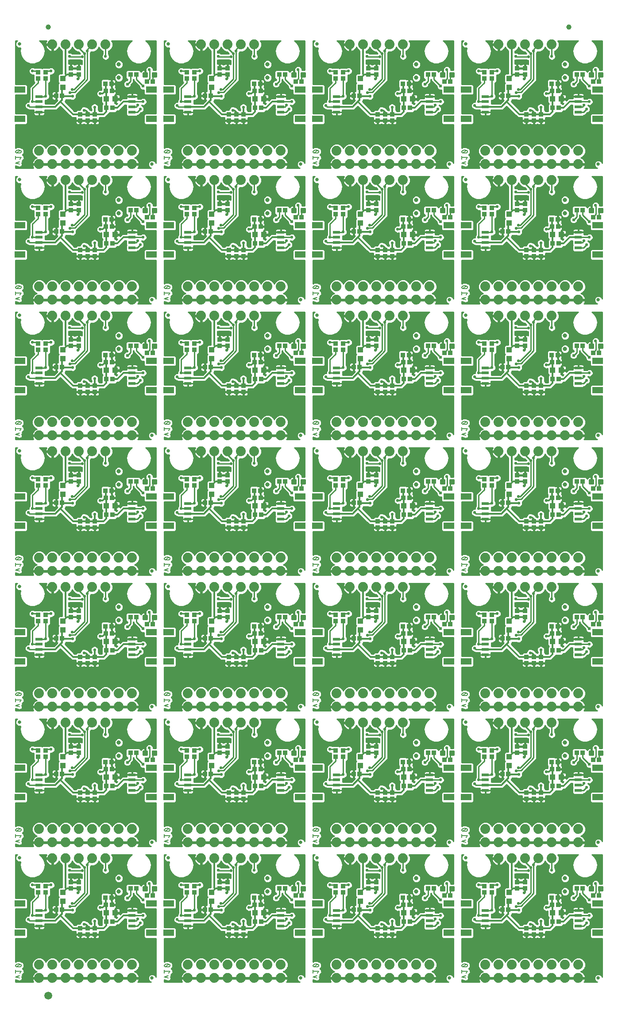
<source format=gbl>
G75*
%MOIN*%
%OFA0B0*%
%FSLAX25Y25*%
%IPPOS*%
%LPD*%
%AMOC8*
5,1,8,0,0,1.08239X$1,22.5*
%
%ADD10C,0.00800*%
%ADD11R,0.07874X0.04724*%
%ADD12R,0.05315X0.02362*%
%ADD13C,0.07400*%
%ADD14C,0.02500*%
%ADD15R,0.03543X0.03346*%
%ADD16R,0.03346X0.03543*%
%ADD17R,0.04331X0.03937*%
%ADD18C,0.01181*%
%ADD19C,0.03200*%
%ADD20R,0.03937X0.04331*%
%ADD21C,0.03937*%
%ADD22C,0.05906*%
%ADD23C,0.02200*%
%ADD24C,0.01000*%
%ADD25C,0.01400*%
%ADD26C,0.02400*%
D10*
X0045642Y0034683D02*
X0048442Y0035617D01*
X0048442Y0033750D02*
X0045642Y0034683D01*
X0045642Y0037567D02*
X0045642Y0039900D01*
X0045642Y0038733D02*
X0049842Y0038733D01*
X0048908Y0037567D01*
X0047742Y0044400D02*
X0047630Y0044398D01*
X0047518Y0044393D01*
X0047406Y0044384D01*
X0047295Y0044371D01*
X0047184Y0044355D01*
X0047073Y0044335D01*
X0046964Y0044311D01*
X0046855Y0044284D01*
X0046747Y0044254D01*
X0046640Y0044220D01*
X0046534Y0044183D01*
X0046430Y0044142D01*
X0046327Y0044098D01*
X0046225Y0044050D01*
X0046225Y0044049D02*
X0046172Y0044029D01*
X0046121Y0044006D01*
X0046072Y0043979D01*
X0046024Y0043949D01*
X0045978Y0043916D01*
X0045935Y0043881D01*
X0045894Y0043842D01*
X0045855Y0043801D01*
X0045819Y0043757D01*
X0045787Y0043711D01*
X0045757Y0043664D01*
X0045731Y0043614D01*
X0045707Y0043562D01*
X0045688Y0043510D01*
X0045671Y0043456D01*
X0045659Y0043401D01*
X0045649Y0043345D01*
X0045644Y0043289D01*
X0045642Y0043233D01*
X0045644Y0043177D01*
X0045649Y0043121D01*
X0045659Y0043065D01*
X0045671Y0043010D01*
X0045688Y0042956D01*
X0045707Y0042904D01*
X0045731Y0042852D01*
X0045757Y0042802D01*
X0045787Y0042755D01*
X0045819Y0042709D01*
X0045855Y0042665D01*
X0045894Y0042624D01*
X0045935Y0042585D01*
X0045978Y0042550D01*
X0046024Y0042517D01*
X0046072Y0042487D01*
X0046121Y0042460D01*
X0046172Y0042437D01*
X0046225Y0042417D01*
X0046575Y0042300D02*
X0048908Y0044167D01*
X0049258Y0044049D02*
X0049311Y0044029D01*
X0049362Y0044006D01*
X0049411Y0043979D01*
X0049459Y0043949D01*
X0049505Y0043916D01*
X0049548Y0043881D01*
X0049589Y0043842D01*
X0049628Y0043801D01*
X0049664Y0043757D01*
X0049696Y0043711D01*
X0049726Y0043664D01*
X0049752Y0043614D01*
X0049776Y0043562D01*
X0049795Y0043510D01*
X0049812Y0043456D01*
X0049824Y0043401D01*
X0049834Y0043345D01*
X0049839Y0043289D01*
X0049841Y0043233D01*
X0049839Y0043177D01*
X0049834Y0043121D01*
X0049824Y0043065D01*
X0049812Y0043010D01*
X0049795Y0042956D01*
X0049776Y0042904D01*
X0049752Y0042852D01*
X0049726Y0042802D01*
X0049696Y0042755D01*
X0049663Y0042709D01*
X0049628Y0042665D01*
X0049589Y0042624D01*
X0049548Y0042585D01*
X0049505Y0042550D01*
X0049459Y0042517D01*
X0049411Y0042487D01*
X0049362Y0042460D01*
X0049311Y0042437D01*
X0049258Y0042417D01*
X0049259Y0044050D02*
X0049157Y0044098D01*
X0049054Y0044142D01*
X0048950Y0044183D01*
X0048844Y0044220D01*
X0048737Y0044254D01*
X0048629Y0044284D01*
X0048520Y0044311D01*
X0048411Y0044335D01*
X0048300Y0044355D01*
X0048189Y0044371D01*
X0048078Y0044384D01*
X0047966Y0044393D01*
X0047854Y0044398D01*
X0047742Y0044400D01*
X0047742Y0042067D02*
X0047854Y0042069D01*
X0047966Y0042074D01*
X0048078Y0042083D01*
X0048189Y0042096D01*
X0048300Y0042112D01*
X0048411Y0042132D01*
X0048520Y0042156D01*
X0048629Y0042183D01*
X0048737Y0042213D01*
X0048844Y0042247D01*
X0048950Y0042284D01*
X0049054Y0042325D01*
X0049157Y0042369D01*
X0049259Y0042417D01*
X0047742Y0042067D02*
X0047630Y0042069D01*
X0047518Y0042074D01*
X0047406Y0042083D01*
X0047295Y0042096D01*
X0047184Y0042112D01*
X0047073Y0042132D01*
X0046964Y0042156D01*
X0046855Y0042183D01*
X0046747Y0042213D01*
X0046640Y0042247D01*
X0046534Y0042284D01*
X0046430Y0042325D01*
X0046327Y0042369D01*
X0046225Y0042417D01*
X0048442Y0135750D02*
X0045642Y0136683D01*
X0048442Y0137617D01*
X0048908Y0139567D02*
X0049842Y0140733D01*
X0045642Y0140733D01*
X0045642Y0139567D02*
X0045642Y0141900D01*
X0046225Y0146050D02*
X0046327Y0146098D01*
X0046430Y0146142D01*
X0046534Y0146183D01*
X0046640Y0146220D01*
X0046747Y0146254D01*
X0046855Y0146284D01*
X0046964Y0146311D01*
X0047073Y0146335D01*
X0047184Y0146355D01*
X0047295Y0146371D01*
X0047406Y0146384D01*
X0047518Y0146393D01*
X0047630Y0146398D01*
X0047742Y0146400D01*
X0047742Y0144067D02*
X0047854Y0144069D01*
X0047966Y0144074D01*
X0048078Y0144083D01*
X0048189Y0144096D01*
X0048300Y0144112D01*
X0048411Y0144132D01*
X0048520Y0144156D01*
X0048629Y0144183D01*
X0048737Y0144213D01*
X0048844Y0144247D01*
X0048950Y0144284D01*
X0049054Y0144325D01*
X0049157Y0144369D01*
X0049259Y0144417D01*
X0049841Y0145233D02*
X0049839Y0145289D01*
X0049834Y0145345D01*
X0049824Y0145401D01*
X0049812Y0145456D01*
X0049795Y0145510D01*
X0049776Y0145562D01*
X0049752Y0145614D01*
X0049726Y0145664D01*
X0049696Y0145711D01*
X0049664Y0145757D01*
X0049628Y0145801D01*
X0049589Y0145842D01*
X0049548Y0145881D01*
X0049505Y0145916D01*
X0049459Y0145949D01*
X0049411Y0145979D01*
X0049362Y0146006D01*
X0049311Y0146029D01*
X0049258Y0146049D01*
X0048908Y0146167D02*
X0046575Y0144300D01*
X0045642Y0145233D02*
X0045644Y0145289D01*
X0045649Y0145345D01*
X0045659Y0145401D01*
X0045671Y0145456D01*
X0045688Y0145510D01*
X0045707Y0145562D01*
X0045731Y0145614D01*
X0045757Y0145664D01*
X0045787Y0145711D01*
X0045819Y0145757D01*
X0045855Y0145801D01*
X0045894Y0145842D01*
X0045935Y0145881D01*
X0045978Y0145916D01*
X0046024Y0145949D01*
X0046072Y0145979D01*
X0046121Y0146006D01*
X0046172Y0146029D01*
X0046225Y0146049D01*
X0045642Y0145233D02*
X0045644Y0145177D01*
X0045649Y0145121D01*
X0045659Y0145065D01*
X0045671Y0145010D01*
X0045688Y0144956D01*
X0045707Y0144904D01*
X0045731Y0144852D01*
X0045757Y0144802D01*
X0045787Y0144755D01*
X0045819Y0144709D01*
X0045855Y0144665D01*
X0045894Y0144624D01*
X0045935Y0144585D01*
X0045978Y0144550D01*
X0046024Y0144517D01*
X0046072Y0144487D01*
X0046121Y0144460D01*
X0046172Y0144437D01*
X0046225Y0144417D01*
X0047742Y0146400D02*
X0047854Y0146398D01*
X0047966Y0146393D01*
X0048078Y0146384D01*
X0048189Y0146371D01*
X0048300Y0146355D01*
X0048411Y0146335D01*
X0048520Y0146311D01*
X0048629Y0146284D01*
X0048737Y0146254D01*
X0048844Y0146220D01*
X0048950Y0146183D01*
X0049054Y0146142D01*
X0049157Y0146098D01*
X0049259Y0146050D01*
X0049841Y0145233D02*
X0049839Y0145177D01*
X0049834Y0145121D01*
X0049824Y0145065D01*
X0049812Y0145010D01*
X0049795Y0144956D01*
X0049776Y0144904D01*
X0049752Y0144852D01*
X0049726Y0144802D01*
X0049696Y0144755D01*
X0049663Y0144709D01*
X0049628Y0144665D01*
X0049589Y0144624D01*
X0049548Y0144585D01*
X0049505Y0144550D01*
X0049459Y0144517D01*
X0049411Y0144487D01*
X0049362Y0144460D01*
X0049311Y0144437D01*
X0049258Y0144417D01*
X0047742Y0144067D02*
X0047630Y0144069D01*
X0047518Y0144074D01*
X0047406Y0144083D01*
X0047295Y0144096D01*
X0047184Y0144112D01*
X0047073Y0144132D01*
X0046964Y0144156D01*
X0046855Y0144183D01*
X0046747Y0144213D01*
X0046640Y0144247D01*
X0046534Y0144284D01*
X0046430Y0144325D01*
X0046327Y0144369D01*
X0046225Y0144417D01*
X0048442Y0237750D02*
X0045642Y0238683D01*
X0048442Y0239617D01*
X0048908Y0241567D02*
X0049842Y0242733D01*
X0045642Y0242733D01*
X0045642Y0241567D02*
X0045642Y0243900D01*
X0046225Y0248050D02*
X0046327Y0248098D01*
X0046430Y0248142D01*
X0046534Y0248183D01*
X0046640Y0248220D01*
X0046747Y0248254D01*
X0046855Y0248284D01*
X0046964Y0248311D01*
X0047073Y0248335D01*
X0047184Y0248355D01*
X0047295Y0248371D01*
X0047406Y0248384D01*
X0047518Y0248393D01*
X0047630Y0248398D01*
X0047742Y0248400D01*
X0047742Y0246067D02*
X0047854Y0246069D01*
X0047966Y0246074D01*
X0048078Y0246083D01*
X0048189Y0246096D01*
X0048300Y0246112D01*
X0048411Y0246132D01*
X0048520Y0246156D01*
X0048629Y0246183D01*
X0048737Y0246213D01*
X0048844Y0246247D01*
X0048950Y0246284D01*
X0049054Y0246325D01*
X0049157Y0246369D01*
X0049259Y0246417D01*
X0049841Y0247233D02*
X0049839Y0247289D01*
X0049834Y0247345D01*
X0049824Y0247401D01*
X0049812Y0247456D01*
X0049795Y0247510D01*
X0049776Y0247562D01*
X0049752Y0247614D01*
X0049726Y0247664D01*
X0049696Y0247711D01*
X0049664Y0247757D01*
X0049628Y0247801D01*
X0049589Y0247842D01*
X0049548Y0247881D01*
X0049505Y0247916D01*
X0049459Y0247949D01*
X0049411Y0247979D01*
X0049362Y0248006D01*
X0049311Y0248029D01*
X0049258Y0248049D01*
X0048908Y0248167D02*
X0046575Y0246300D01*
X0045642Y0247233D02*
X0045644Y0247289D01*
X0045649Y0247345D01*
X0045659Y0247401D01*
X0045671Y0247456D01*
X0045688Y0247510D01*
X0045707Y0247562D01*
X0045731Y0247614D01*
X0045757Y0247664D01*
X0045787Y0247711D01*
X0045819Y0247757D01*
X0045855Y0247801D01*
X0045894Y0247842D01*
X0045935Y0247881D01*
X0045978Y0247916D01*
X0046024Y0247949D01*
X0046072Y0247979D01*
X0046121Y0248006D01*
X0046172Y0248029D01*
X0046225Y0248049D01*
X0045642Y0247233D02*
X0045644Y0247177D01*
X0045649Y0247121D01*
X0045659Y0247065D01*
X0045671Y0247010D01*
X0045688Y0246956D01*
X0045707Y0246904D01*
X0045731Y0246852D01*
X0045757Y0246802D01*
X0045787Y0246755D01*
X0045819Y0246709D01*
X0045855Y0246665D01*
X0045894Y0246624D01*
X0045935Y0246585D01*
X0045978Y0246550D01*
X0046024Y0246517D01*
X0046072Y0246487D01*
X0046121Y0246460D01*
X0046172Y0246437D01*
X0046225Y0246417D01*
X0047742Y0248400D02*
X0047854Y0248398D01*
X0047966Y0248393D01*
X0048078Y0248384D01*
X0048189Y0248371D01*
X0048300Y0248355D01*
X0048411Y0248335D01*
X0048520Y0248311D01*
X0048629Y0248284D01*
X0048737Y0248254D01*
X0048844Y0248220D01*
X0048950Y0248183D01*
X0049054Y0248142D01*
X0049157Y0248098D01*
X0049259Y0248050D01*
X0049841Y0247233D02*
X0049839Y0247177D01*
X0049834Y0247121D01*
X0049824Y0247065D01*
X0049812Y0247010D01*
X0049795Y0246956D01*
X0049776Y0246904D01*
X0049752Y0246852D01*
X0049726Y0246802D01*
X0049696Y0246755D01*
X0049663Y0246709D01*
X0049628Y0246665D01*
X0049589Y0246624D01*
X0049548Y0246585D01*
X0049505Y0246550D01*
X0049459Y0246517D01*
X0049411Y0246487D01*
X0049362Y0246460D01*
X0049311Y0246437D01*
X0049258Y0246417D01*
X0047742Y0246067D02*
X0047630Y0246069D01*
X0047518Y0246074D01*
X0047406Y0246083D01*
X0047295Y0246096D01*
X0047184Y0246112D01*
X0047073Y0246132D01*
X0046964Y0246156D01*
X0046855Y0246183D01*
X0046747Y0246213D01*
X0046640Y0246247D01*
X0046534Y0246284D01*
X0046430Y0246325D01*
X0046327Y0246369D01*
X0046225Y0246417D01*
X0048442Y0339750D02*
X0045642Y0340683D01*
X0048442Y0341617D01*
X0048908Y0343567D02*
X0049842Y0344733D01*
X0045642Y0344733D01*
X0045642Y0343567D02*
X0045642Y0345900D01*
X0046225Y0350050D02*
X0046327Y0350098D01*
X0046430Y0350142D01*
X0046534Y0350183D01*
X0046640Y0350220D01*
X0046747Y0350254D01*
X0046855Y0350284D01*
X0046964Y0350311D01*
X0047073Y0350335D01*
X0047184Y0350355D01*
X0047295Y0350371D01*
X0047406Y0350384D01*
X0047518Y0350393D01*
X0047630Y0350398D01*
X0047742Y0350400D01*
X0047742Y0348067D02*
X0047854Y0348069D01*
X0047966Y0348074D01*
X0048078Y0348083D01*
X0048189Y0348096D01*
X0048300Y0348112D01*
X0048411Y0348132D01*
X0048520Y0348156D01*
X0048629Y0348183D01*
X0048737Y0348213D01*
X0048844Y0348247D01*
X0048950Y0348284D01*
X0049054Y0348325D01*
X0049157Y0348369D01*
X0049259Y0348417D01*
X0049841Y0349233D02*
X0049839Y0349289D01*
X0049834Y0349345D01*
X0049824Y0349401D01*
X0049812Y0349456D01*
X0049795Y0349510D01*
X0049776Y0349562D01*
X0049752Y0349614D01*
X0049726Y0349664D01*
X0049696Y0349711D01*
X0049664Y0349757D01*
X0049628Y0349801D01*
X0049589Y0349842D01*
X0049548Y0349881D01*
X0049505Y0349916D01*
X0049459Y0349949D01*
X0049411Y0349979D01*
X0049362Y0350006D01*
X0049311Y0350029D01*
X0049258Y0350049D01*
X0048908Y0350167D02*
X0046575Y0348300D01*
X0045642Y0349233D02*
X0045644Y0349289D01*
X0045649Y0349345D01*
X0045659Y0349401D01*
X0045671Y0349456D01*
X0045688Y0349510D01*
X0045707Y0349562D01*
X0045731Y0349614D01*
X0045757Y0349664D01*
X0045787Y0349711D01*
X0045819Y0349757D01*
X0045855Y0349801D01*
X0045894Y0349842D01*
X0045935Y0349881D01*
X0045978Y0349916D01*
X0046024Y0349949D01*
X0046072Y0349979D01*
X0046121Y0350006D01*
X0046172Y0350029D01*
X0046225Y0350049D01*
X0045642Y0349233D02*
X0045644Y0349177D01*
X0045649Y0349121D01*
X0045659Y0349065D01*
X0045671Y0349010D01*
X0045688Y0348956D01*
X0045707Y0348904D01*
X0045731Y0348852D01*
X0045757Y0348802D01*
X0045787Y0348755D01*
X0045819Y0348709D01*
X0045855Y0348665D01*
X0045894Y0348624D01*
X0045935Y0348585D01*
X0045978Y0348550D01*
X0046024Y0348517D01*
X0046072Y0348487D01*
X0046121Y0348460D01*
X0046172Y0348437D01*
X0046225Y0348417D01*
X0047742Y0350400D02*
X0047854Y0350398D01*
X0047966Y0350393D01*
X0048078Y0350384D01*
X0048189Y0350371D01*
X0048300Y0350355D01*
X0048411Y0350335D01*
X0048520Y0350311D01*
X0048629Y0350284D01*
X0048737Y0350254D01*
X0048844Y0350220D01*
X0048950Y0350183D01*
X0049054Y0350142D01*
X0049157Y0350098D01*
X0049259Y0350050D01*
X0049841Y0349233D02*
X0049839Y0349177D01*
X0049834Y0349121D01*
X0049824Y0349065D01*
X0049812Y0349010D01*
X0049795Y0348956D01*
X0049776Y0348904D01*
X0049752Y0348852D01*
X0049726Y0348802D01*
X0049696Y0348755D01*
X0049663Y0348709D01*
X0049628Y0348665D01*
X0049589Y0348624D01*
X0049548Y0348585D01*
X0049505Y0348550D01*
X0049459Y0348517D01*
X0049411Y0348487D01*
X0049362Y0348460D01*
X0049311Y0348437D01*
X0049258Y0348417D01*
X0047742Y0348067D02*
X0047630Y0348069D01*
X0047518Y0348074D01*
X0047406Y0348083D01*
X0047295Y0348096D01*
X0047184Y0348112D01*
X0047073Y0348132D01*
X0046964Y0348156D01*
X0046855Y0348183D01*
X0046747Y0348213D01*
X0046640Y0348247D01*
X0046534Y0348284D01*
X0046430Y0348325D01*
X0046327Y0348369D01*
X0046225Y0348417D01*
X0048442Y0441750D02*
X0045642Y0442683D01*
X0048442Y0443617D01*
X0048908Y0445567D02*
X0049842Y0446733D01*
X0045642Y0446733D01*
X0045642Y0445567D02*
X0045642Y0447900D01*
X0046225Y0452050D02*
X0046327Y0452098D01*
X0046430Y0452142D01*
X0046534Y0452183D01*
X0046640Y0452220D01*
X0046747Y0452254D01*
X0046855Y0452284D01*
X0046964Y0452311D01*
X0047073Y0452335D01*
X0047184Y0452355D01*
X0047295Y0452371D01*
X0047406Y0452384D01*
X0047518Y0452393D01*
X0047630Y0452398D01*
X0047742Y0452400D01*
X0047742Y0450067D02*
X0047854Y0450069D01*
X0047966Y0450074D01*
X0048078Y0450083D01*
X0048189Y0450096D01*
X0048300Y0450112D01*
X0048411Y0450132D01*
X0048520Y0450156D01*
X0048629Y0450183D01*
X0048737Y0450213D01*
X0048844Y0450247D01*
X0048950Y0450284D01*
X0049054Y0450325D01*
X0049157Y0450369D01*
X0049259Y0450417D01*
X0049841Y0451233D02*
X0049839Y0451289D01*
X0049834Y0451345D01*
X0049824Y0451401D01*
X0049812Y0451456D01*
X0049795Y0451510D01*
X0049776Y0451562D01*
X0049752Y0451614D01*
X0049726Y0451664D01*
X0049696Y0451711D01*
X0049664Y0451757D01*
X0049628Y0451801D01*
X0049589Y0451842D01*
X0049548Y0451881D01*
X0049505Y0451916D01*
X0049459Y0451949D01*
X0049411Y0451979D01*
X0049362Y0452006D01*
X0049311Y0452029D01*
X0049258Y0452049D01*
X0048908Y0452167D02*
X0046575Y0450300D01*
X0045642Y0451233D02*
X0045644Y0451289D01*
X0045649Y0451345D01*
X0045659Y0451401D01*
X0045671Y0451456D01*
X0045688Y0451510D01*
X0045707Y0451562D01*
X0045731Y0451614D01*
X0045757Y0451664D01*
X0045787Y0451711D01*
X0045819Y0451757D01*
X0045855Y0451801D01*
X0045894Y0451842D01*
X0045935Y0451881D01*
X0045978Y0451916D01*
X0046024Y0451949D01*
X0046072Y0451979D01*
X0046121Y0452006D01*
X0046172Y0452029D01*
X0046225Y0452049D01*
X0045642Y0451233D02*
X0045644Y0451177D01*
X0045649Y0451121D01*
X0045659Y0451065D01*
X0045671Y0451010D01*
X0045688Y0450956D01*
X0045707Y0450904D01*
X0045731Y0450852D01*
X0045757Y0450802D01*
X0045787Y0450755D01*
X0045819Y0450709D01*
X0045855Y0450665D01*
X0045894Y0450624D01*
X0045935Y0450585D01*
X0045978Y0450550D01*
X0046024Y0450517D01*
X0046072Y0450487D01*
X0046121Y0450460D01*
X0046172Y0450437D01*
X0046225Y0450417D01*
X0047742Y0452400D02*
X0047854Y0452398D01*
X0047966Y0452393D01*
X0048078Y0452384D01*
X0048189Y0452371D01*
X0048300Y0452355D01*
X0048411Y0452335D01*
X0048520Y0452311D01*
X0048629Y0452284D01*
X0048737Y0452254D01*
X0048844Y0452220D01*
X0048950Y0452183D01*
X0049054Y0452142D01*
X0049157Y0452098D01*
X0049259Y0452050D01*
X0049841Y0451233D02*
X0049839Y0451177D01*
X0049834Y0451121D01*
X0049824Y0451065D01*
X0049812Y0451010D01*
X0049795Y0450956D01*
X0049776Y0450904D01*
X0049752Y0450852D01*
X0049726Y0450802D01*
X0049696Y0450755D01*
X0049663Y0450709D01*
X0049628Y0450665D01*
X0049589Y0450624D01*
X0049548Y0450585D01*
X0049505Y0450550D01*
X0049459Y0450517D01*
X0049411Y0450487D01*
X0049362Y0450460D01*
X0049311Y0450437D01*
X0049258Y0450417D01*
X0047742Y0450067D02*
X0047630Y0450069D01*
X0047518Y0450074D01*
X0047406Y0450083D01*
X0047295Y0450096D01*
X0047184Y0450112D01*
X0047073Y0450132D01*
X0046964Y0450156D01*
X0046855Y0450183D01*
X0046747Y0450213D01*
X0046640Y0450247D01*
X0046534Y0450284D01*
X0046430Y0450325D01*
X0046327Y0450369D01*
X0046225Y0450417D01*
X0048442Y0543750D02*
X0045642Y0544683D01*
X0048442Y0545617D01*
X0048908Y0547567D02*
X0049842Y0548733D01*
X0045642Y0548733D01*
X0045642Y0547567D02*
X0045642Y0549900D01*
X0046225Y0554050D02*
X0046327Y0554098D01*
X0046430Y0554142D01*
X0046534Y0554183D01*
X0046640Y0554220D01*
X0046747Y0554254D01*
X0046855Y0554284D01*
X0046964Y0554311D01*
X0047073Y0554335D01*
X0047184Y0554355D01*
X0047295Y0554371D01*
X0047406Y0554384D01*
X0047518Y0554393D01*
X0047630Y0554398D01*
X0047742Y0554400D01*
X0047742Y0552067D02*
X0047854Y0552069D01*
X0047966Y0552074D01*
X0048078Y0552083D01*
X0048189Y0552096D01*
X0048300Y0552112D01*
X0048411Y0552132D01*
X0048520Y0552156D01*
X0048629Y0552183D01*
X0048737Y0552213D01*
X0048844Y0552247D01*
X0048950Y0552284D01*
X0049054Y0552325D01*
X0049157Y0552369D01*
X0049259Y0552417D01*
X0049841Y0553233D02*
X0049839Y0553289D01*
X0049834Y0553345D01*
X0049824Y0553401D01*
X0049812Y0553456D01*
X0049795Y0553510D01*
X0049776Y0553562D01*
X0049752Y0553614D01*
X0049726Y0553664D01*
X0049696Y0553711D01*
X0049664Y0553757D01*
X0049628Y0553801D01*
X0049589Y0553842D01*
X0049548Y0553881D01*
X0049505Y0553916D01*
X0049459Y0553949D01*
X0049411Y0553979D01*
X0049362Y0554006D01*
X0049311Y0554029D01*
X0049258Y0554049D01*
X0048908Y0554167D02*
X0046575Y0552300D01*
X0045642Y0553233D02*
X0045644Y0553289D01*
X0045649Y0553345D01*
X0045659Y0553401D01*
X0045671Y0553456D01*
X0045688Y0553510D01*
X0045707Y0553562D01*
X0045731Y0553614D01*
X0045757Y0553664D01*
X0045787Y0553711D01*
X0045819Y0553757D01*
X0045855Y0553801D01*
X0045894Y0553842D01*
X0045935Y0553881D01*
X0045978Y0553916D01*
X0046024Y0553949D01*
X0046072Y0553979D01*
X0046121Y0554006D01*
X0046172Y0554029D01*
X0046225Y0554049D01*
X0045642Y0553233D02*
X0045644Y0553177D01*
X0045649Y0553121D01*
X0045659Y0553065D01*
X0045671Y0553010D01*
X0045688Y0552956D01*
X0045707Y0552904D01*
X0045731Y0552852D01*
X0045757Y0552802D01*
X0045787Y0552755D01*
X0045819Y0552709D01*
X0045855Y0552665D01*
X0045894Y0552624D01*
X0045935Y0552585D01*
X0045978Y0552550D01*
X0046024Y0552517D01*
X0046072Y0552487D01*
X0046121Y0552460D01*
X0046172Y0552437D01*
X0046225Y0552417D01*
X0047742Y0554400D02*
X0047854Y0554398D01*
X0047966Y0554393D01*
X0048078Y0554384D01*
X0048189Y0554371D01*
X0048300Y0554355D01*
X0048411Y0554335D01*
X0048520Y0554311D01*
X0048629Y0554284D01*
X0048737Y0554254D01*
X0048844Y0554220D01*
X0048950Y0554183D01*
X0049054Y0554142D01*
X0049157Y0554098D01*
X0049259Y0554050D01*
X0049841Y0553233D02*
X0049839Y0553177D01*
X0049834Y0553121D01*
X0049824Y0553065D01*
X0049812Y0553010D01*
X0049795Y0552956D01*
X0049776Y0552904D01*
X0049752Y0552852D01*
X0049726Y0552802D01*
X0049696Y0552755D01*
X0049663Y0552709D01*
X0049628Y0552665D01*
X0049589Y0552624D01*
X0049548Y0552585D01*
X0049505Y0552550D01*
X0049459Y0552517D01*
X0049411Y0552487D01*
X0049362Y0552460D01*
X0049311Y0552437D01*
X0049258Y0552417D01*
X0047742Y0552067D02*
X0047630Y0552069D01*
X0047518Y0552074D01*
X0047406Y0552083D01*
X0047295Y0552096D01*
X0047184Y0552112D01*
X0047073Y0552132D01*
X0046964Y0552156D01*
X0046855Y0552183D01*
X0046747Y0552213D01*
X0046640Y0552247D01*
X0046534Y0552284D01*
X0046430Y0552325D01*
X0046327Y0552369D01*
X0046225Y0552417D01*
X0048442Y0645750D02*
X0045642Y0646683D01*
X0048442Y0647617D01*
X0048908Y0649567D02*
X0049842Y0650733D01*
X0045642Y0650733D01*
X0045642Y0649567D02*
X0045642Y0651900D01*
X0046225Y0656050D02*
X0046327Y0656098D01*
X0046430Y0656142D01*
X0046534Y0656183D01*
X0046640Y0656220D01*
X0046747Y0656254D01*
X0046855Y0656284D01*
X0046964Y0656311D01*
X0047073Y0656335D01*
X0047184Y0656355D01*
X0047295Y0656371D01*
X0047406Y0656384D01*
X0047518Y0656393D01*
X0047630Y0656398D01*
X0047742Y0656400D01*
X0047742Y0654067D02*
X0047854Y0654069D01*
X0047966Y0654074D01*
X0048078Y0654083D01*
X0048189Y0654096D01*
X0048300Y0654112D01*
X0048411Y0654132D01*
X0048520Y0654156D01*
X0048629Y0654183D01*
X0048737Y0654213D01*
X0048844Y0654247D01*
X0048950Y0654284D01*
X0049054Y0654325D01*
X0049157Y0654369D01*
X0049259Y0654417D01*
X0049841Y0655233D02*
X0049839Y0655289D01*
X0049834Y0655345D01*
X0049824Y0655401D01*
X0049812Y0655456D01*
X0049795Y0655510D01*
X0049776Y0655562D01*
X0049752Y0655614D01*
X0049726Y0655664D01*
X0049696Y0655711D01*
X0049664Y0655757D01*
X0049628Y0655801D01*
X0049589Y0655842D01*
X0049548Y0655881D01*
X0049505Y0655916D01*
X0049459Y0655949D01*
X0049411Y0655979D01*
X0049362Y0656006D01*
X0049311Y0656029D01*
X0049258Y0656049D01*
X0048908Y0656167D02*
X0046575Y0654300D01*
X0045642Y0655233D02*
X0045644Y0655289D01*
X0045649Y0655345D01*
X0045659Y0655401D01*
X0045671Y0655456D01*
X0045688Y0655510D01*
X0045707Y0655562D01*
X0045731Y0655614D01*
X0045757Y0655664D01*
X0045787Y0655711D01*
X0045819Y0655757D01*
X0045855Y0655801D01*
X0045894Y0655842D01*
X0045935Y0655881D01*
X0045978Y0655916D01*
X0046024Y0655949D01*
X0046072Y0655979D01*
X0046121Y0656006D01*
X0046172Y0656029D01*
X0046225Y0656049D01*
X0045642Y0655233D02*
X0045644Y0655177D01*
X0045649Y0655121D01*
X0045659Y0655065D01*
X0045671Y0655010D01*
X0045688Y0654956D01*
X0045707Y0654904D01*
X0045731Y0654852D01*
X0045757Y0654802D01*
X0045787Y0654755D01*
X0045819Y0654709D01*
X0045855Y0654665D01*
X0045894Y0654624D01*
X0045935Y0654585D01*
X0045978Y0654550D01*
X0046024Y0654517D01*
X0046072Y0654487D01*
X0046121Y0654460D01*
X0046172Y0654437D01*
X0046225Y0654417D01*
X0047742Y0656400D02*
X0047854Y0656398D01*
X0047966Y0656393D01*
X0048078Y0656384D01*
X0048189Y0656371D01*
X0048300Y0656355D01*
X0048411Y0656335D01*
X0048520Y0656311D01*
X0048629Y0656284D01*
X0048737Y0656254D01*
X0048844Y0656220D01*
X0048950Y0656183D01*
X0049054Y0656142D01*
X0049157Y0656098D01*
X0049259Y0656050D01*
X0049841Y0655233D02*
X0049839Y0655177D01*
X0049834Y0655121D01*
X0049824Y0655065D01*
X0049812Y0655010D01*
X0049795Y0654956D01*
X0049776Y0654904D01*
X0049752Y0654852D01*
X0049726Y0654802D01*
X0049696Y0654755D01*
X0049663Y0654709D01*
X0049628Y0654665D01*
X0049589Y0654624D01*
X0049548Y0654585D01*
X0049505Y0654550D01*
X0049459Y0654517D01*
X0049411Y0654487D01*
X0049362Y0654460D01*
X0049311Y0654437D01*
X0049258Y0654417D01*
X0047742Y0654067D02*
X0047630Y0654069D01*
X0047518Y0654074D01*
X0047406Y0654083D01*
X0047295Y0654096D01*
X0047184Y0654112D01*
X0047073Y0654132D01*
X0046964Y0654156D01*
X0046855Y0654183D01*
X0046747Y0654213D01*
X0046640Y0654247D01*
X0046534Y0654284D01*
X0046430Y0654325D01*
X0046327Y0654369D01*
X0046225Y0654417D01*
X0157642Y0651900D02*
X0157642Y0649567D01*
X0157642Y0650733D02*
X0161842Y0650733D01*
X0160908Y0649567D01*
X0160442Y0647617D02*
X0157642Y0646683D01*
X0160442Y0645750D01*
X0158225Y0656050D02*
X0158327Y0656098D01*
X0158430Y0656142D01*
X0158534Y0656183D01*
X0158640Y0656220D01*
X0158747Y0656254D01*
X0158855Y0656284D01*
X0158964Y0656311D01*
X0159073Y0656335D01*
X0159184Y0656355D01*
X0159295Y0656371D01*
X0159406Y0656384D01*
X0159518Y0656393D01*
X0159630Y0656398D01*
X0159742Y0656400D01*
X0159742Y0654067D02*
X0159854Y0654069D01*
X0159966Y0654074D01*
X0160078Y0654083D01*
X0160189Y0654096D01*
X0160300Y0654112D01*
X0160411Y0654132D01*
X0160520Y0654156D01*
X0160629Y0654183D01*
X0160737Y0654213D01*
X0160844Y0654247D01*
X0160950Y0654284D01*
X0161054Y0654325D01*
X0161157Y0654369D01*
X0161259Y0654417D01*
X0161841Y0655233D02*
X0161839Y0655289D01*
X0161834Y0655345D01*
X0161824Y0655401D01*
X0161812Y0655456D01*
X0161795Y0655510D01*
X0161776Y0655562D01*
X0161752Y0655614D01*
X0161726Y0655664D01*
X0161696Y0655711D01*
X0161664Y0655757D01*
X0161628Y0655801D01*
X0161589Y0655842D01*
X0161548Y0655881D01*
X0161505Y0655916D01*
X0161459Y0655949D01*
X0161411Y0655979D01*
X0161362Y0656006D01*
X0161311Y0656029D01*
X0161258Y0656049D01*
X0160908Y0656167D02*
X0158575Y0654300D01*
X0157642Y0655233D02*
X0157644Y0655289D01*
X0157649Y0655345D01*
X0157659Y0655401D01*
X0157671Y0655456D01*
X0157688Y0655510D01*
X0157707Y0655562D01*
X0157731Y0655614D01*
X0157757Y0655664D01*
X0157787Y0655711D01*
X0157819Y0655757D01*
X0157855Y0655801D01*
X0157894Y0655842D01*
X0157935Y0655881D01*
X0157978Y0655916D01*
X0158024Y0655949D01*
X0158072Y0655979D01*
X0158121Y0656006D01*
X0158172Y0656029D01*
X0158225Y0656049D01*
X0157642Y0655233D02*
X0157644Y0655177D01*
X0157649Y0655121D01*
X0157659Y0655065D01*
X0157671Y0655010D01*
X0157688Y0654956D01*
X0157707Y0654904D01*
X0157731Y0654852D01*
X0157757Y0654802D01*
X0157787Y0654755D01*
X0157819Y0654709D01*
X0157855Y0654665D01*
X0157894Y0654624D01*
X0157935Y0654585D01*
X0157978Y0654550D01*
X0158024Y0654517D01*
X0158072Y0654487D01*
X0158121Y0654460D01*
X0158172Y0654437D01*
X0158225Y0654417D01*
X0159742Y0656400D02*
X0159854Y0656398D01*
X0159966Y0656393D01*
X0160078Y0656384D01*
X0160189Y0656371D01*
X0160300Y0656355D01*
X0160411Y0656335D01*
X0160520Y0656311D01*
X0160629Y0656284D01*
X0160737Y0656254D01*
X0160844Y0656220D01*
X0160950Y0656183D01*
X0161054Y0656142D01*
X0161157Y0656098D01*
X0161259Y0656050D01*
X0161841Y0655233D02*
X0161839Y0655177D01*
X0161834Y0655121D01*
X0161824Y0655065D01*
X0161812Y0655010D01*
X0161795Y0654956D01*
X0161776Y0654904D01*
X0161752Y0654852D01*
X0161726Y0654802D01*
X0161696Y0654755D01*
X0161663Y0654709D01*
X0161628Y0654665D01*
X0161589Y0654624D01*
X0161548Y0654585D01*
X0161505Y0654550D01*
X0161459Y0654517D01*
X0161411Y0654487D01*
X0161362Y0654460D01*
X0161311Y0654437D01*
X0161258Y0654417D01*
X0159742Y0654067D02*
X0159630Y0654069D01*
X0159518Y0654074D01*
X0159406Y0654083D01*
X0159295Y0654096D01*
X0159184Y0654112D01*
X0159073Y0654132D01*
X0158964Y0654156D01*
X0158855Y0654183D01*
X0158747Y0654213D01*
X0158640Y0654247D01*
X0158534Y0654284D01*
X0158430Y0654325D01*
X0158327Y0654369D01*
X0158225Y0654417D01*
X0158225Y0552417D02*
X0158327Y0552369D01*
X0158430Y0552325D01*
X0158534Y0552284D01*
X0158640Y0552247D01*
X0158747Y0552213D01*
X0158855Y0552183D01*
X0158964Y0552156D01*
X0159073Y0552132D01*
X0159184Y0552112D01*
X0159295Y0552096D01*
X0159406Y0552083D01*
X0159518Y0552074D01*
X0159630Y0552069D01*
X0159742Y0552067D01*
X0159742Y0554400D02*
X0159854Y0554398D01*
X0159966Y0554393D01*
X0160078Y0554384D01*
X0160189Y0554371D01*
X0160300Y0554355D01*
X0160411Y0554335D01*
X0160520Y0554311D01*
X0160629Y0554284D01*
X0160737Y0554254D01*
X0160844Y0554220D01*
X0160950Y0554183D01*
X0161054Y0554142D01*
X0161157Y0554098D01*
X0161259Y0554050D01*
X0160908Y0554167D02*
X0158575Y0552300D01*
X0157642Y0553233D02*
X0157644Y0553289D01*
X0157649Y0553345D01*
X0157659Y0553401D01*
X0157671Y0553456D01*
X0157688Y0553510D01*
X0157707Y0553562D01*
X0157731Y0553614D01*
X0157757Y0553664D01*
X0157787Y0553711D01*
X0157819Y0553757D01*
X0157855Y0553801D01*
X0157894Y0553842D01*
X0157935Y0553881D01*
X0157978Y0553916D01*
X0158024Y0553949D01*
X0158072Y0553979D01*
X0158121Y0554006D01*
X0158172Y0554029D01*
X0158225Y0554049D01*
X0157642Y0553233D02*
X0157644Y0553177D01*
X0157649Y0553121D01*
X0157659Y0553065D01*
X0157671Y0553010D01*
X0157688Y0552956D01*
X0157707Y0552904D01*
X0157731Y0552852D01*
X0157757Y0552802D01*
X0157787Y0552755D01*
X0157819Y0552709D01*
X0157855Y0552665D01*
X0157894Y0552624D01*
X0157935Y0552585D01*
X0157978Y0552550D01*
X0158024Y0552517D01*
X0158072Y0552487D01*
X0158121Y0552460D01*
X0158172Y0552437D01*
X0158225Y0552417D01*
X0158225Y0554050D02*
X0158327Y0554098D01*
X0158430Y0554142D01*
X0158534Y0554183D01*
X0158640Y0554220D01*
X0158747Y0554254D01*
X0158855Y0554284D01*
X0158964Y0554311D01*
X0159073Y0554335D01*
X0159184Y0554355D01*
X0159295Y0554371D01*
X0159406Y0554384D01*
X0159518Y0554393D01*
X0159630Y0554398D01*
X0159742Y0554400D01*
X0159742Y0552067D02*
X0159854Y0552069D01*
X0159966Y0552074D01*
X0160078Y0552083D01*
X0160189Y0552096D01*
X0160300Y0552112D01*
X0160411Y0552132D01*
X0160520Y0552156D01*
X0160629Y0552183D01*
X0160737Y0552213D01*
X0160844Y0552247D01*
X0160950Y0552284D01*
X0161054Y0552325D01*
X0161157Y0552369D01*
X0161259Y0552417D01*
X0161841Y0553233D02*
X0161839Y0553289D01*
X0161834Y0553345D01*
X0161824Y0553401D01*
X0161812Y0553456D01*
X0161795Y0553510D01*
X0161776Y0553562D01*
X0161752Y0553614D01*
X0161726Y0553664D01*
X0161696Y0553711D01*
X0161664Y0553757D01*
X0161628Y0553801D01*
X0161589Y0553842D01*
X0161548Y0553881D01*
X0161505Y0553916D01*
X0161459Y0553949D01*
X0161411Y0553979D01*
X0161362Y0554006D01*
X0161311Y0554029D01*
X0161258Y0554049D01*
X0161841Y0553233D02*
X0161839Y0553177D01*
X0161834Y0553121D01*
X0161824Y0553065D01*
X0161812Y0553010D01*
X0161795Y0552956D01*
X0161776Y0552904D01*
X0161752Y0552852D01*
X0161726Y0552802D01*
X0161696Y0552755D01*
X0161663Y0552709D01*
X0161628Y0552665D01*
X0161589Y0552624D01*
X0161548Y0552585D01*
X0161505Y0552550D01*
X0161459Y0552517D01*
X0161411Y0552487D01*
X0161362Y0552460D01*
X0161311Y0552437D01*
X0161258Y0552417D01*
X0161842Y0548733D02*
X0157642Y0548733D01*
X0157642Y0547567D02*
X0157642Y0549900D01*
X0160908Y0547567D02*
X0161842Y0548733D01*
X0160442Y0545617D02*
X0157642Y0544683D01*
X0160442Y0543750D01*
X0158225Y0450417D02*
X0158327Y0450369D01*
X0158430Y0450325D01*
X0158534Y0450284D01*
X0158640Y0450247D01*
X0158747Y0450213D01*
X0158855Y0450183D01*
X0158964Y0450156D01*
X0159073Y0450132D01*
X0159184Y0450112D01*
X0159295Y0450096D01*
X0159406Y0450083D01*
X0159518Y0450074D01*
X0159630Y0450069D01*
X0159742Y0450067D01*
X0159742Y0452400D02*
X0159854Y0452398D01*
X0159966Y0452393D01*
X0160078Y0452384D01*
X0160189Y0452371D01*
X0160300Y0452355D01*
X0160411Y0452335D01*
X0160520Y0452311D01*
X0160629Y0452284D01*
X0160737Y0452254D01*
X0160844Y0452220D01*
X0160950Y0452183D01*
X0161054Y0452142D01*
X0161157Y0452098D01*
X0161259Y0452050D01*
X0160908Y0452167D02*
X0158575Y0450300D01*
X0157642Y0451233D02*
X0157644Y0451289D01*
X0157649Y0451345D01*
X0157659Y0451401D01*
X0157671Y0451456D01*
X0157688Y0451510D01*
X0157707Y0451562D01*
X0157731Y0451614D01*
X0157757Y0451664D01*
X0157787Y0451711D01*
X0157819Y0451757D01*
X0157855Y0451801D01*
X0157894Y0451842D01*
X0157935Y0451881D01*
X0157978Y0451916D01*
X0158024Y0451949D01*
X0158072Y0451979D01*
X0158121Y0452006D01*
X0158172Y0452029D01*
X0158225Y0452049D01*
X0157642Y0451233D02*
X0157644Y0451177D01*
X0157649Y0451121D01*
X0157659Y0451065D01*
X0157671Y0451010D01*
X0157688Y0450956D01*
X0157707Y0450904D01*
X0157731Y0450852D01*
X0157757Y0450802D01*
X0157787Y0450755D01*
X0157819Y0450709D01*
X0157855Y0450665D01*
X0157894Y0450624D01*
X0157935Y0450585D01*
X0157978Y0450550D01*
X0158024Y0450517D01*
X0158072Y0450487D01*
X0158121Y0450460D01*
X0158172Y0450437D01*
X0158225Y0450417D01*
X0158225Y0452050D02*
X0158327Y0452098D01*
X0158430Y0452142D01*
X0158534Y0452183D01*
X0158640Y0452220D01*
X0158747Y0452254D01*
X0158855Y0452284D01*
X0158964Y0452311D01*
X0159073Y0452335D01*
X0159184Y0452355D01*
X0159295Y0452371D01*
X0159406Y0452384D01*
X0159518Y0452393D01*
X0159630Y0452398D01*
X0159742Y0452400D01*
X0159742Y0450067D02*
X0159854Y0450069D01*
X0159966Y0450074D01*
X0160078Y0450083D01*
X0160189Y0450096D01*
X0160300Y0450112D01*
X0160411Y0450132D01*
X0160520Y0450156D01*
X0160629Y0450183D01*
X0160737Y0450213D01*
X0160844Y0450247D01*
X0160950Y0450284D01*
X0161054Y0450325D01*
X0161157Y0450369D01*
X0161259Y0450417D01*
X0161841Y0451233D02*
X0161839Y0451289D01*
X0161834Y0451345D01*
X0161824Y0451401D01*
X0161812Y0451456D01*
X0161795Y0451510D01*
X0161776Y0451562D01*
X0161752Y0451614D01*
X0161726Y0451664D01*
X0161696Y0451711D01*
X0161664Y0451757D01*
X0161628Y0451801D01*
X0161589Y0451842D01*
X0161548Y0451881D01*
X0161505Y0451916D01*
X0161459Y0451949D01*
X0161411Y0451979D01*
X0161362Y0452006D01*
X0161311Y0452029D01*
X0161258Y0452049D01*
X0161841Y0451233D02*
X0161839Y0451177D01*
X0161834Y0451121D01*
X0161824Y0451065D01*
X0161812Y0451010D01*
X0161795Y0450956D01*
X0161776Y0450904D01*
X0161752Y0450852D01*
X0161726Y0450802D01*
X0161696Y0450755D01*
X0161663Y0450709D01*
X0161628Y0450665D01*
X0161589Y0450624D01*
X0161548Y0450585D01*
X0161505Y0450550D01*
X0161459Y0450517D01*
X0161411Y0450487D01*
X0161362Y0450460D01*
X0161311Y0450437D01*
X0161258Y0450417D01*
X0161842Y0446733D02*
X0157642Y0446733D01*
X0157642Y0445567D02*
X0157642Y0447900D01*
X0160908Y0445567D02*
X0161842Y0446733D01*
X0160442Y0443617D02*
X0157642Y0442683D01*
X0160442Y0441750D01*
X0158225Y0348417D02*
X0158327Y0348369D01*
X0158430Y0348325D01*
X0158534Y0348284D01*
X0158640Y0348247D01*
X0158747Y0348213D01*
X0158855Y0348183D01*
X0158964Y0348156D01*
X0159073Y0348132D01*
X0159184Y0348112D01*
X0159295Y0348096D01*
X0159406Y0348083D01*
X0159518Y0348074D01*
X0159630Y0348069D01*
X0159742Y0348067D01*
X0159742Y0350400D02*
X0159854Y0350398D01*
X0159966Y0350393D01*
X0160078Y0350384D01*
X0160189Y0350371D01*
X0160300Y0350355D01*
X0160411Y0350335D01*
X0160520Y0350311D01*
X0160629Y0350284D01*
X0160737Y0350254D01*
X0160844Y0350220D01*
X0160950Y0350183D01*
X0161054Y0350142D01*
X0161157Y0350098D01*
X0161259Y0350050D01*
X0160908Y0350167D02*
X0158575Y0348300D01*
X0157642Y0349233D02*
X0157644Y0349289D01*
X0157649Y0349345D01*
X0157659Y0349401D01*
X0157671Y0349456D01*
X0157688Y0349510D01*
X0157707Y0349562D01*
X0157731Y0349614D01*
X0157757Y0349664D01*
X0157787Y0349711D01*
X0157819Y0349757D01*
X0157855Y0349801D01*
X0157894Y0349842D01*
X0157935Y0349881D01*
X0157978Y0349916D01*
X0158024Y0349949D01*
X0158072Y0349979D01*
X0158121Y0350006D01*
X0158172Y0350029D01*
X0158225Y0350049D01*
X0157642Y0349233D02*
X0157644Y0349177D01*
X0157649Y0349121D01*
X0157659Y0349065D01*
X0157671Y0349010D01*
X0157688Y0348956D01*
X0157707Y0348904D01*
X0157731Y0348852D01*
X0157757Y0348802D01*
X0157787Y0348755D01*
X0157819Y0348709D01*
X0157855Y0348665D01*
X0157894Y0348624D01*
X0157935Y0348585D01*
X0157978Y0348550D01*
X0158024Y0348517D01*
X0158072Y0348487D01*
X0158121Y0348460D01*
X0158172Y0348437D01*
X0158225Y0348417D01*
X0158225Y0350050D02*
X0158327Y0350098D01*
X0158430Y0350142D01*
X0158534Y0350183D01*
X0158640Y0350220D01*
X0158747Y0350254D01*
X0158855Y0350284D01*
X0158964Y0350311D01*
X0159073Y0350335D01*
X0159184Y0350355D01*
X0159295Y0350371D01*
X0159406Y0350384D01*
X0159518Y0350393D01*
X0159630Y0350398D01*
X0159742Y0350400D01*
X0159742Y0348067D02*
X0159854Y0348069D01*
X0159966Y0348074D01*
X0160078Y0348083D01*
X0160189Y0348096D01*
X0160300Y0348112D01*
X0160411Y0348132D01*
X0160520Y0348156D01*
X0160629Y0348183D01*
X0160737Y0348213D01*
X0160844Y0348247D01*
X0160950Y0348284D01*
X0161054Y0348325D01*
X0161157Y0348369D01*
X0161259Y0348417D01*
X0161841Y0349233D02*
X0161839Y0349289D01*
X0161834Y0349345D01*
X0161824Y0349401D01*
X0161812Y0349456D01*
X0161795Y0349510D01*
X0161776Y0349562D01*
X0161752Y0349614D01*
X0161726Y0349664D01*
X0161696Y0349711D01*
X0161664Y0349757D01*
X0161628Y0349801D01*
X0161589Y0349842D01*
X0161548Y0349881D01*
X0161505Y0349916D01*
X0161459Y0349949D01*
X0161411Y0349979D01*
X0161362Y0350006D01*
X0161311Y0350029D01*
X0161258Y0350049D01*
X0161841Y0349233D02*
X0161839Y0349177D01*
X0161834Y0349121D01*
X0161824Y0349065D01*
X0161812Y0349010D01*
X0161795Y0348956D01*
X0161776Y0348904D01*
X0161752Y0348852D01*
X0161726Y0348802D01*
X0161696Y0348755D01*
X0161663Y0348709D01*
X0161628Y0348665D01*
X0161589Y0348624D01*
X0161548Y0348585D01*
X0161505Y0348550D01*
X0161459Y0348517D01*
X0161411Y0348487D01*
X0161362Y0348460D01*
X0161311Y0348437D01*
X0161258Y0348417D01*
X0161842Y0344733D02*
X0157642Y0344733D01*
X0157642Y0343567D02*
X0157642Y0345900D01*
X0160908Y0343567D02*
X0161842Y0344733D01*
X0160442Y0341617D02*
X0157642Y0340683D01*
X0160442Y0339750D01*
X0158225Y0246417D02*
X0158327Y0246369D01*
X0158430Y0246325D01*
X0158534Y0246284D01*
X0158640Y0246247D01*
X0158747Y0246213D01*
X0158855Y0246183D01*
X0158964Y0246156D01*
X0159073Y0246132D01*
X0159184Y0246112D01*
X0159295Y0246096D01*
X0159406Y0246083D01*
X0159518Y0246074D01*
X0159630Y0246069D01*
X0159742Y0246067D01*
X0159742Y0248400D02*
X0159854Y0248398D01*
X0159966Y0248393D01*
X0160078Y0248384D01*
X0160189Y0248371D01*
X0160300Y0248355D01*
X0160411Y0248335D01*
X0160520Y0248311D01*
X0160629Y0248284D01*
X0160737Y0248254D01*
X0160844Y0248220D01*
X0160950Y0248183D01*
X0161054Y0248142D01*
X0161157Y0248098D01*
X0161259Y0248050D01*
X0160908Y0248167D02*
X0158575Y0246300D01*
X0157642Y0247233D02*
X0157644Y0247289D01*
X0157649Y0247345D01*
X0157659Y0247401D01*
X0157671Y0247456D01*
X0157688Y0247510D01*
X0157707Y0247562D01*
X0157731Y0247614D01*
X0157757Y0247664D01*
X0157787Y0247711D01*
X0157819Y0247757D01*
X0157855Y0247801D01*
X0157894Y0247842D01*
X0157935Y0247881D01*
X0157978Y0247916D01*
X0158024Y0247949D01*
X0158072Y0247979D01*
X0158121Y0248006D01*
X0158172Y0248029D01*
X0158225Y0248049D01*
X0157642Y0247233D02*
X0157644Y0247177D01*
X0157649Y0247121D01*
X0157659Y0247065D01*
X0157671Y0247010D01*
X0157688Y0246956D01*
X0157707Y0246904D01*
X0157731Y0246852D01*
X0157757Y0246802D01*
X0157787Y0246755D01*
X0157819Y0246709D01*
X0157855Y0246665D01*
X0157894Y0246624D01*
X0157935Y0246585D01*
X0157978Y0246550D01*
X0158024Y0246517D01*
X0158072Y0246487D01*
X0158121Y0246460D01*
X0158172Y0246437D01*
X0158225Y0246417D01*
X0158225Y0248050D02*
X0158327Y0248098D01*
X0158430Y0248142D01*
X0158534Y0248183D01*
X0158640Y0248220D01*
X0158747Y0248254D01*
X0158855Y0248284D01*
X0158964Y0248311D01*
X0159073Y0248335D01*
X0159184Y0248355D01*
X0159295Y0248371D01*
X0159406Y0248384D01*
X0159518Y0248393D01*
X0159630Y0248398D01*
X0159742Y0248400D01*
X0159742Y0246067D02*
X0159854Y0246069D01*
X0159966Y0246074D01*
X0160078Y0246083D01*
X0160189Y0246096D01*
X0160300Y0246112D01*
X0160411Y0246132D01*
X0160520Y0246156D01*
X0160629Y0246183D01*
X0160737Y0246213D01*
X0160844Y0246247D01*
X0160950Y0246284D01*
X0161054Y0246325D01*
X0161157Y0246369D01*
X0161259Y0246417D01*
X0161841Y0247233D02*
X0161839Y0247289D01*
X0161834Y0247345D01*
X0161824Y0247401D01*
X0161812Y0247456D01*
X0161795Y0247510D01*
X0161776Y0247562D01*
X0161752Y0247614D01*
X0161726Y0247664D01*
X0161696Y0247711D01*
X0161664Y0247757D01*
X0161628Y0247801D01*
X0161589Y0247842D01*
X0161548Y0247881D01*
X0161505Y0247916D01*
X0161459Y0247949D01*
X0161411Y0247979D01*
X0161362Y0248006D01*
X0161311Y0248029D01*
X0161258Y0248049D01*
X0161841Y0247233D02*
X0161839Y0247177D01*
X0161834Y0247121D01*
X0161824Y0247065D01*
X0161812Y0247010D01*
X0161795Y0246956D01*
X0161776Y0246904D01*
X0161752Y0246852D01*
X0161726Y0246802D01*
X0161696Y0246755D01*
X0161663Y0246709D01*
X0161628Y0246665D01*
X0161589Y0246624D01*
X0161548Y0246585D01*
X0161505Y0246550D01*
X0161459Y0246517D01*
X0161411Y0246487D01*
X0161362Y0246460D01*
X0161311Y0246437D01*
X0161258Y0246417D01*
X0161842Y0242733D02*
X0157642Y0242733D01*
X0157642Y0241567D02*
X0157642Y0243900D01*
X0160908Y0241567D02*
X0161842Y0242733D01*
X0160442Y0239617D02*
X0157642Y0238683D01*
X0160442Y0237750D01*
X0158225Y0144417D02*
X0158327Y0144369D01*
X0158430Y0144325D01*
X0158534Y0144284D01*
X0158640Y0144247D01*
X0158747Y0144213D01*
X0158855Y0144183D01*
X0158964Y0144156D01*
X0159073Y0144132D01*
X0159184Y0144112D01*
X0159295Y0144096D01*
X0159406Y0144083D01*
X0159518Y0144074D01*
X0159630Y0144069D01*
X0159742Y0144067D01*
X0159742Y0146400D02*
X0159854Y0146398D01*
X0159966Y0146393D01*
X0160078Y0146384D01*
X0160189Y0146371D01*
X0160300Y0146355D01*
X0160411Y0146335D01*
X0160520Y0146311D01*
X0160629Y0146284D01*
X0160737Y0146254D01*
X0160844Y0146220D01*
X0160950Y0146183D01*
X0161054Y0146142D01*
X0161157Y0146098D01*
X0161259Y0146050D01*
X0160908Y0146167D02*
X0158575Y0144300D01*
X0157642Y0145233D02*
X0157644Y0145289D01*
X0157649Y0145345D01*
X0157659Y0145401D01*
X0157671Y0145456D01*
X0157688Y0145510D01*
X0157707Y0145562D01*
X0157731Y0145614D01*
X0157757Y0145664D01*
X0157787Y0145711D01*
X0157819Y0145757D01*
X0157855Y0145801D01*
X0157894Y0145842D01*
X0157935Y0145881D01*
X0157978Y0145916D01*
X0158024Y0145949D01*
X0158072Y0145979D01*
X0158121Y0146006D01*
X0158172Y0146029D01*
X0158225Y0146049D01*
X0157642Y0145233D02*
X0157644Y0145177D01*
X0157649Y0145121D01*
X0157659Y0145065D01*
X0157671Y0145010D01*
X0157688Y0144956D01*
X0157707Y0144904D01*
X0157731Y0144852D01*
X0157757Y0144802D01*
X0157787Y0144755D01*
X0157819Y0144709D01*
X0157855Y0144665D01*
X0157894Y0144624D01*
X0157935Y0144585D01*
X0157978Y0144550D01*
X0158024Y0144517D01*
X0158072Y0144487D01*
X0158121Y0144460D01*
X0158172Y0144437D01*
X0158225Y0144417D01*
X0158225Y0146050D02*
X0158327Y0146098D01*
X0158430Y0146142D01*
X0158534Y0146183D01*
X0158640Y0146220D01*
X0158747Y0146254D01*
X0158855Y0146284D01*
X0158964Y0146311D01*
X0159073Y0146335D01*
X0159184Y0146355D01*
X0159295Y0146371D01*
X0159406Y0146384D01*
X0159518Y0146393D01*
X0159630Y0146398D01*
X0159742Y0146400D01*
X0159742Y0144067D02*
X0159854Y0144069D01*
X0159966Y0144074D01*
X0160078Y0144083D01*
X0160189Y0144096D01*
X0160300Y0144112D01*
X0160411Y0144132D01*
X0160520Y0144156D01*
X0160629Y0144183D01*
X0160737Y0144213D01*
X0160844Y0144247D01*
X0160950Y0144284D01*
X0161054Y0144325D01*
X0161157Y0144369D01*
X0161259Y0144417D01*
X0161841Y0145233D02*
X0161839Y0145289D01*
X0161834Y0145345D01*
X0161824Y0145401D01*
X0161812Y0145456D01*
X0161795Y0145510D01*
X0161776Y0145562D01*
X0161752Y0145614D01*
X0161726Y0145664D01*
X0161696Y0145711D01*
X0161664Y0145757D01*
X0161628Y0145801D01*
X0161589Y0145842D01*
X0161548Y0145881D01*
X0161505Y0145916D01*
X0161459Y0145949D01*
X0161411Y0145979D01*
X0161362Y0146006D01*
X0161311Y0146029D01*
X0161258Y0146049D01*
X0161841Y0145233D02*
X0161839Y0145177D01*
X0161834Y0145121D01*
X0161824Y0145065D01*
X0161812Y0145010D01*
X0161795Y0144956D01*
X0161776Y0144904D01*
X0161752Y0144852D01*
X0161726Y0144802D01*
X0161696Y0144755D01*
X0161663Y0144709D01*
X0161628Y0144665D01*
X0161589Y0144624D01*
X0161548Y0144585D01*
X0161505Y0144550D01*
X0161459Y0144517D01*
X0161411Y0144487D01*
X0161362Y0144460D01*
X0161311Y0144437D01*
X0161258Y0144417D01*
X0161842Y0140733D02*
X0157642Y0140733D01*
X0157642Y0139567D02*
X0157642Y0141900D01*
X0160908Y0139567D02*
X0161842Y0140733D01*
X0160442Y0137617D02*
X0157642Y0136683D01*
X0160442Y0135750D01*
X0158225Y0042417D02*
X0158327Y0042369D01*
X0158430Y0042325D01*
X0158534Y0042284D01*
X0158640Y0042247D01*
X0158747Y0042213D01*
X0158855Y0042183D01*
X0158964Y0042156D01*
X0159073Y0042132D01*
X0159184Y0042112D01*
X0159295Y0042096D01*
X0159406Y0042083D01*
X0159518Y0042074D01*
X0159630Y0042069D01*
X0159742Y0042067D01*
X0159742Y0044400D02*
X0159854Y0044398D01*
X0159966Y0044393D01*
X0160078Y0044384D01*
X0160189Y0044371D01*
X0160300Y0044355D01*
X0160411Y0044335D01*
X0160520Y0044311D01*
X0160629Y0044284D01*
X0160737Y0044254D01*
X0160844Y0044220D01*
X0160950Y0044183D01*
X0161054Y0044142D01*
X0161157Y0044098D01*
X0161259Y0044050D01*
X0160908Y0044167D02*
X0158575Y0042300D01*
X0157642Y0043233D02*
X0157644Y0043289D01*
X0157649Y0043345D01*
X0157659Y0043401D01*
X0157671Y0043456D01*
X0157688Y0043510D01*
X0157707Y0043562D01*
X0157731Y0043614D01*
X0157757Y0043664D01*
X0157787Y0043711D01*
X0157819Y0043757D01*
X0157855Y0043801D01*
X0157894Y0043842D01*
X0157935Y0043881D01*
X0157978Y0043916D01*
X0158024Y0043949D01*
X0158072Y0043979D01*
X0158121Y0044006D01*
X0158172Y0044029D01*
X0158225Y0044049D01*
X0157642Y0043233D02*
X0157644Y0043177D01*
X0157649Y0043121D01*
X0157659Y0043065D01*
X0157671Y0043010D01*
X0157688Y0042956D01*
X0157707Y0042904D01*
X0157731Y0042852D01*
X0157757Y0042802D01*
X0157787Y0042755D01*
X0157819Y0042709D01*
X0157855Y0042665D01*
X0157894Y0042624D01*
X0157935Y0042585D01*
X0157978Y0042550D01*
X0158024Y0042517D01*
X0158072Y0042487D01*
X0158121Y0042460D01*
X0158172Y0042437D01*
X0158225Y0042417D01*
X0158225Y0044050D02*
X0158327Y0044098D01*
X0158430Y0044142D01*
X0158534Y0044183D01*
X0158640Y0044220D01*
X0158747Y0044254D01*
X0158855Y0044284D01*
X0158964Y0044311D01*
X0159073Y0044335D01*
X0159184Y0044355D01*
X0159295Y0044371D01*
X0159406Y0044384D01*
X0159518Y0044393D01*
X0159630Y0044398D01*
X0159742Y0044400D01*
X0159742Y0042067D02*
X0159854Y0042069D01*
X0159966Y0042074D01*
X0160078Y0042083D01*
X0160189Y0042096D01*
X0160300Y0042112D01*
X0160411Y0042132D01*
X0160520Y0042156D01*
X0160629Y0042183D01*
X0160737Y0042213D01*
X0160844Y0042247D01*
X0160950Y0042284D01*
X0161054Y0042325D01*
X0161157Y0042369D01*
X0161259Y0042417D01*
X0161841Y0043233D02*
X0161839Y0043289D01*
X0161834Y0043345D01*
X0161824Y0043401D01*
X0161812Y0043456D01*
X0161795Y0043510D01*
X0161776Y0043562D01*
X0161752Y0043614D01*
X0161726Y0043664D01*
X0161696Y0043711D01*
X0161664Y0043757D01*
X0161628Y0043801D01*
X0161589Y0043842D01*
X0161548Y0043881D01*
X0161505Y0043916D01*
X0161459Y0043949D01*
X0161411Y0043979D01*
X0161362Y0044006D01*
X0161311Y0044029D01*
X0161258Y0044049D01*
X0161841Y0043233D02*
X0161839Y0043177D01*
X0161834Y0043121D01*
X0161824Y0043065D01*
X0161812Y0043010D01*
X0161795Y0042956D01*
X0161776Y0042904D01*
X0161752Y0042852D01*
X0161726Y0042802D01*
X0161696Y0042755D01*
X0161663Y0042709D01*
X0161628Y0042665D01*
X0161589Y0042624D01*
X0161548Y0042585D01*
X0161505Y0042550D01*
X0161459Y0042517D01*
X0161411Y0042487D01*
X0161362Y0042460D01*
X0161311Y0042437D01*
X0161258Y0042417D01*
X0161842Y0038733D02*
X0157642Y0038733D01*
X0157642Y0037567D02*
X0157642Y0039900D01*
X0160908Y0037567D02*
X0161842Y0038733D01*
X0160442Y0035617D02*
X0157642Y0034683D01*
X0160442Y0033750D01*
X0269642Y0034683D02*
X0272442Y0035617D01*
X0272442Y0033750D02*
X0269642Y0034683D01*
X0269642Y0037567D02*
X0269642Y0039900D01*
X0269642Y0038733D02*
X0273842Y0038733D01*
X0272908Y0037567D01*
X0271742Y0044400D02*
X0271630Y0044398D01*
X0271518Y0044393D01*
X0271406Y0044384D01*
X0271295Y0044371D01*
X0271184Y0044355D01*
X0271073Y0044335D01*
X0270964Y0044311D01*
X0270855Y0044284D01*
X0270747Y0044254D01*
X0270640Y0044220D01*
X0270534Y0044183D01*
X0270430Y0044142D01*
X0270327Y0044098D01*
X0270225Y0044050D01*
X0270225Y0044049D02*
X0270172Y0044029D01*
X0270121Y0044006D01*
X0270072Y0043979D01*
X0270024Y0043949D01*
X0269978Y0043916D01*
X0269935Y0043881D01*
X0269894Y0043842D01*
X0269855Y0043801D01*
X0269819Y0043757D01*
X0269787Y0043711D01*
X0269757Y0043664D01*
X0269731Y0043614D01*
X0269707Y0043562D01*
X0269688Y0043510D01*
X0269671Y0043456D01*
X0269659Y0043401D01*
X0269649Y0043345D01*
X0269644Y0043289D01*
X0269642Y0043233D01*
X0269644Y0043177D01*
X0269649Y0043121D01*
X0269659Y0043065D01*
X0269671Y0043010D01*
X0269688Y0042956D01*
X0269707Y0042904D01*
X0269731Y0042852D01*
X0269757Y0042802D01*
X0269787Y0042755D01*
X0269819Y0042709D01*
X0269855Y0042665D01*
X0269894Y0042624D01*
X0269935Y0042585D01*
X0269978Y0042550D01*
X0270024Y0042517D01*
X0270072Y0042487D01*
X0270121Y0042460D01*
X0270172Y0042437D01*
X0270225Y0042417D01*
X0270575Y0042300D02*
X0272908Y0044167D01*
X0273258Y0044049D02*
X0273311Y0044029D01*
X0273362Y0044006D01*
X0273411Y0043979D01*
X0273459Y0043949D01*
X0273505Y0043916D01*
X0273548Y0043881D01*
X0273589Y0043842D01*
X0273628Y0043801D01*
X0273664Y0043757D01*
X0273696Y0043711D01*
X0273726Y0043664D01*
X0273752Y0043614D01*
X0273776Y0043562D01*
X0273795Y0043510D01*
X0273812Y0043456D01*
X0273824Y0043401D01*
X0273834Y0043345D01*
X0273839Y0043289D01*
X0273841Y0043233D01*
X0273839Y0043177D01*
X0273834Y0043121D01*
X0273824Y0043065D01*
X0273812Y0043010D01*
X0273795Y0042956D01*
X0273776Y0042904D01*
X0273752Y0042852D01*
X0273726Y0042802D01*
X0273696Y0042755D01*
X0273663Y0042709D01*
X0273628Y0042665D01*
X0273589Y0042624D01*
X0273548Y0042585D01*
X0273505Y0042550D01*
X0273459Y0042517D01*
X0273411Y0042487D01*
X0273362Y0042460D01*
X0273311Y0042437D01*
X0273258Y0042417D01*
X0273259Y0044050D02*
X0273157Y0044098D01*
X0273054Y0044142D01*
X0272950Y0044183D01*
X0272844Y0044220D01*
X0272737Y0044254D01*
X0272629Y0044284D01*
X0272520Y0044311D01*
X0272411Y0044335D01*
X0272300Y0044355D01*
X0272189Y0044371D01*
X0272078Y0044384D01*
X0271966Y0044393D01*
X0271854Y0044398D01*
X0271742Y0044400D01*
X0271742Y0042067D02*
X0271854Y0042069D01*
X0271966Y0042074D01*
X0272078Y0042083D01*
X0272189Y0042096D01*
X0272300Y0042112D01*
X0272411Y0042132D01*
X0272520Y0042156D01*
X0272629Y0042183D01*
X0272737Y0042213D01*
X0272844Y0042247D01*
X0272950Y0042284D01*
X0273054Y0042325D01*
X0273157Y0042369D01*
X0273259Y0042417D01*
X0271742Y0042067D02*
X0271630Y0042069D01*
X0271518Y0042074D01*
X0271406Y0042083D01*
X0271295Y0042096D01*
X0271184Y0042112D01*
X0271073Y0042132D01*
X0270964Y0042156D01*
X0270855Y0042183D01*
X0270747Y0042213D01*
X0270640Y0042247D01*
X0270534Y0042284D01*
X0270430Y0042325D01*
X0270327Y0042369D01*
X0270225Y0042417D01*
X0272442Y0135750D02*
X0269642Y0136683D01*
X0272442Y0137617D01*
X0272908Y0139567D02*
X0273842Y0140733D01*
X0269642Y0140733D01*
X0269642Y0139567D02*
X0269642Y0141900D01*
X0270225Y0146050D02*
X0270327Y0146098D01*
X0270430Y0146142D01*
X0270534Y0146183D01*
X0270640Y0146220D01*
X0270747Y0146254D01*
X0270855Y0146284D01*
X0270964Y0146311D01*
X0271073Y0146335D01*
X0271184Y0146355D01*
X0271295Y0146371D01*
X0271406Y0146384D01*
X0271518Y0146393D01*
X0271630Y0146398D01*
X0271742Y0146400D01*
X0271742Y0144067D02*
X0271854Y0144069D01*
X0271966Y0144074D01*
X0272078Y0144083D01*
X0272189Y0144096D01*
X0272300Y0144112D01*
X0272411Y0144132D01*
X0272520Y0144156D01*
X0272629Y0144183D01*
X0272737Y0144213D01*
X0272844Y0144247D01*
X0272950Y0144284D01*
X0273054Y0144325D01*
X0273157Y0144369D01*
X0273259Y0144417D01*
X0273841Y0145233D02*
X0273839Y0145289D01*
X0273834Y0145345D01*
X0273824Y0145401D01*
X0273812Y0145456D01*
X0273795Y0145510D01*
X0273776Y0145562D01*
X0273752Y0145614D01*
X0273726Y0145664D01*
X0273696Y0145711D01*
X0273664Y0145757D01*
X0273628Y0145801D01*
X0273589Y0145842D01*
X0273548Y0145881D01*
X0273505Y0145916D01*
X0273459Y0145949D01*
X0273411Y0145979D01*
X0273362Y0146006D01*
X0273311Y0146029D01*
X0273258Y0146049D01*
X0272908Y0146167D02*
X0270575Y0144300D01*
X0269642Y0145233D02*
X0269644Y0145289D01*
X0269649Y0145345D01*
X0269659Y0145401D01*
X0269671Y0145456D01*
X0269688Y0145510D01*
X0269707Y0145562D01*
X0269731Y0145614D01*
X0269757Y0145664D01*
X0269787Y0145711D01*
X0269819Y0145757D01*
X0269855Y0145801D01*
X0269894Y0145842D01*
X0269935Y0145881D01*
X0269978Y0145916D01*
X0270024Y0145949D01*
X0270072Y0145979D01*
X0270121Y0146006D01*
X0270172Y0146029D01*
X0270225Y0146049D01*
X0269642Y0145233D02*
X0269644Y0145177D01*
X0269649Y0145121D01*
X0269659Y0145065D01*
X0269671Y0145010D01*
X0269688Y0144956D01*
X0269707Y0144904D01*
X0269731Y0144852D01*
X0269757Y0144802D01*
X0269787Y0144755D01*
X0269819Y0144709D01*
X0269855Y0144665D01*
X0269894Y0144624D01*
X0269935Y0144585D01*
X0269978Y0144550D01*
X0270024Y0144517D01*
X0270072Y0144487D01*
X0270121Y0144460D01*
X0270172Y0144437D01*
X0270225Y0144417D01*
X0271742Y0146400D02*
X0271854Y0146398D01*
X0271966Y0146393D01*
X0272078Y0146384D01*
X0272189Y0146371D01*
X0272300Y0146355D01*
X0272411Y0146335D01*
X0272520Y0146311D01*
X0272629Y0146284D01*
X0272737Y0146254D01*
X0272844Y0146220D01*
X0272950Y0146183D01*
X0273054Y0146142D01*
X0273157Y0146098D01*
X0273259Y0146050D01*
X0273841Y0145233D02*
X0273839Y0145177D01*
X0273834Y0145121D01*
X0273824Y0145065D01*
X0273812Y0145010D01*
X0273795Y0144956D01*
X0273776Y0144904D01*
X0273752Y0144852D01*
X0273726Y0144802D01*
X0273696Y0144755D01*
X0273663Y0144709D01*
X0273628Y0144665D01*
X0273589Y0144624D01*
X0273548Y0144585D01*
X0273505Y0144550D01*
X0273459Y0144517D01*
X0273411Y0144487D01*
X0273362Y0144460D01*
X0273311Y0144437D01*
X0273258Y0144417D01*
X0271742Y0144067D02*
X0271630Y0144069D01*
X0271518Y0144074D01*
X0271406Y0144083D01*
X0271295Y0144096D01*
X0271184Y0144112D01*
X0271073Y0144132D01*
X0270964Y0144156D01*
X0270855Y0144183D01*
X0270747Y0144213D01*
X0270640Y0144247D01*
X0270534Y0144284D01*
X0270430Y0144325D01*
X0270327Y0144369D01*
X0270225Y0144417D01*
X0272442Y0237750D02*
X0269642Y0238683D01*
X0272442Y0239617D01*
X0272908Y0241567D02*
X0273842Y0242733D01*
X0269642Y0242733D01*
X0269642Y0241567D02*
X0269642Y0243900D01*
X0270225Y0248050D02*
X0270327Y0248098D01*
X0270430Y0248142D01*
X0270534Y0248183D01*
X0270640Y0248220D01*
X0270747Y0248254D01*
X0270855Y0248284D01*
X0270964Y0248311D01*
X0271073Y0248335D01*
X0271184Y0248355D01*
X0271295Y0248371D01*
X0271406Y0248384D01*
X0271518Y0248393D01*
X0271630Y0248398D01*
X0271742Y0248400D01*
X0271742Y0246067D02*
X0271854Y0246069D01*
X0271966Y0246074D01*
X0272078Y0246083D01*
X0272189Y0246096D01*
X0272300Y0246112D01*
X0272411Y0246132D01*
X0272520Y0246156D01*
X0272629Y0246183D01*
X0272737Y0246213D01*
X0272844Y0246247D01*
X0272950Y0246284D01*
X0273054Y0246325D01*
X0273157Y0246369D01*
X0273259Y0246417D01*
X0273841Y0247233D02*
X0273839Y0247289D01*
X0273834Y0247345D01*
X0273824Y0247401D01*
X0273812Y0247456D01*
X0273795Y0247510D01*
X0273776Y0247562D01*
X0273752Y0247614D01*
X0273726Y0247664D01*
X0273696Y0247711D01*
X0273664Y0247757D01*
X0273628Y0247801D01*
X0273589Y0247842D01*
X0273548Y0247881D01*
X0273505Y0247916D01*
X0273459Y0247949D01*
X0273411Y0247979D01*
X0273362Y0248006D01*
X0273311Y0248029D01*
X0273258Y0248049D01*
X0272908Y0248167D02*
X0270575Y0246300D01*
X0269642Y0247233D02*
X0269644Y0247289D01*
X0269649Y0247345D01*
X0269659Y0247401D01*
X0269671Y0247456D01*
X0269688Y0247510D01*
X0269707Y0247562D01*
X0269731Y0247614D01*
X0269757Y0247664D01*
X0269787Y0247711D01*
X0269819Y0247757D01*
X0269855Y0247801D01*
X0269894Y0247842D01*
X0269935Y0247881D01*
X0269978Y0247916D01*
X0270024Y0247949D01*
X0270072Y0247979D01*
X0270121Y0248006D01*
X0270172Y0248029D01*
X0270225Y0248049D01*
X0269642Y0247233D02*
X0269644Y0247177D01*
X0269649Y0247121D01*
X0269659Y0247065D01*
X0269671Y0247010D01*
X0269688Y0246956D01*
X0269707Y0246904D01*
X0269731Y0246852D01*
X0269757Y0246802D01*
X0269787Y0246755D01*
X0269819Y0246709D01*
X0269855Y0246665D01*
X0269894Y0246624D01*
X0269935Y0246585D01*
X0269978Y0246550D01*
X0270024Y0246517D01*
X0270072Y0246487D01*
X0270121Y0246460D01*
X0270172Y0246437D01*
X0270225Y0246417D01*
X0271742Y0248400D02*
X0271854Y0248398D01*
X0271966Y0248393D01*
X0272078Y0248384D01*
X0272189Y0248371D01*
X0272300Y0248355D01*
X0272411Y0248335D01*
X0272520Y0248311D01*
X0272629Y0248284D01*
X0272737Y0248254D01*
X0272844Y0248220D01*
X0272950Y0248183D01*
X0273054Y0248142D01*
X0273157Y0248098D01*
X0273259Y0248050D01*
X0273841Y0247233D02*
X0273839Y0247177D01*
X0273834Y0247121D01*
X0273824Y0247065D01*
X0273812Y0247010D01*
X0273795Y0246956D01*
X0273776Y0246904D01*
X0273752Y0246852D01*
X0273726Y0246802D01*
X0273696Y0246755D01*
X0273663Y0246709D01*
X0273628Y0246665D01*
X0273589Y0246624D01*
X0273548Y0246585D01*
X0273505Y0246550D01*
X0273459Y0246517D01*
X0273411Y0246487D01*
X0273362Y0246460D01*
X0273311Y0246437D01*
X0273258Y0246417D01*
X0271742Y0246067D02*
X0271630Y0246069D01*
X0271518Y0246074D01*
X0271406Y0246083D01*
X0271295Y0246096D01*
X0271184Y0246112D01*
X0271073Y0246132D01*
X0270964Y0246156D01*
X0270855Y0246183D01*
X0270747Y0246213D01*
X0270640Y0246247D01*
X0270534Y0246284D01*
X0270430Y0246325D01*
X0270327Y0246369D01*
X0270225Y0246417D01*
X0272442Y0339750D02*
X0269642Y0340683D01*
X0272442Y0341617D01*
X0272908Y0343567D02*
X0273842Y0344733D01*
X0269642Y0344733D01*
X0269642Y0343567D02*
X0269642Y0345900D01*
X0270225Y0350050D02*
X0270327Y0350098D01*
X0270430Y0350142D01*
X0270534Y0350183D01*
X0270640Y0350220D01*
X0270747Y0350254D01*
X0270855Y0350284D01*
X0270964Y0350311D01*
X0271073Y0350335D01*
X0271184Y0350355D01*
X0271295Y0350371D01*
X0271406Y0350384D01*
X0271518Y0350393D01*
X0271630Y0350398D01*
X0271742Y0350400D01*
X0271742Y0348067D02*
X0271854Y0348069D01*
X0271966Y0348074D01*
X0272078Y0348083D01*
X0272189Y0348096D01*
X0272300Y0348112D01*
X0272411Y0348132D01*
X0272520Y0348156D01*
X0272629Y0348183D01*
X0272737Y0348213D01*
X0272844Y0348247D01*
X0272950Y0348284D01*
X0273054Y0348325D01*
X0273157Y0348369D01*
X0273259Y0348417D01*
X0273841Y0349233D02*
X0273839Y0349289D01*
X0273834Y0349345D01*
X0273824Y0349401D01*
X0273812Y0349456D01*
X0273795Y0349510D01*
X0273776Y0349562D01*
X0273752Y0349614D01*
X0273726Y0349664D01*
X0273696Y0349711D01*
X0273664Y0349757D01*
X0273628Y0349801D01*
X0273589Y0349842D01*
X0273548Y0349881D01*
X0273505Y0349916D01*
X0273459Y0349949D01*
X0273411Y0349979D01*
X0273362Y0350006D01*
X0273311Y0350029D01*
X0273258Y0350049D01*
X0272908Y0350167D02*
X0270575Y0348300D01*
X0269642Y0349233D02*
X0269644Y0349289D01*
X0269649Y0349345D01*
X0269659Y0349401D01*
X0269671Y0349456D01*
X0269688Y0349510D01*
X0269707Y0349562D01*
X0269731Y0349614D01*
X0269757Y0349664D01*
X0269787Y0349711D01*
X0269819Y0349757D01*
X0269855Y0349801D01*
X0269894Y0349842D01*
X0269935Y0349881D01*
X0269978Y0349916D01*
X0270024Y0349949D01*
X0270072Y0349979D01*
X0270121Y0350006D01*
X0270172Y0350029D01*
X0270225Y0350049D01*
X0269642Y0349233D02*
X0269644Y0349177D01*
X0269649Y0349121D01*
X0269659Y0349065D01*
X0269671Y0349010D01*
X0269688Y0348956D01*
X0269707Y0348904D01*
X0269731Y0348852D01*
X0269757Y0348802D01*
X0269787Y0348755D01*
X0269819Y0348709D01*
X0269855Y0348665D01*
X0269894Y0348624D01*
X0269935Y0348585D01*
X0269978Y0348550D01*
X0270024Y0348517D01*
X0270072Y0348487D01*
X0270121Y0348460D01*
X0270172Y0348437D01*
X0270225Y0348417D01*
X0271742Y0350400D02*
X0271854Y0350398D01*
X0271966Y0350393D01*
X0272078Y0350384D01*
X0272189Y0350371D01*
X0272300Y0350355D01*
X0272411Y0350335D01*
X0272520Y0350311D01*
X0272629Y0350284D01*
X0272737Y0350254D01*
X0272844Y0350220D01*
X0272950Y0350183D01*
X0273054Y0350142D01*
X0273157Y0350098D01*
X0273259Y0350050D01*
X0273841Y0349233D02*
X0273839Y0349177D01*
X0273834Y0349121D01*
X0273824Y0349065D01*
X0273812Y0349010D01*
X0273795Y0348956D01*
X0273776Y0348904D01*
X0273752Y0348852D01*
X0273726Y0348802D01*
X0273696Y0348755D01*
X0273663Y0348709D01*
X0273628Y0348665D01*
X0273589Y0348624D01*
X0273548Y0348585D01*
X0273505Y0348550D01*
X0273459Y0348517D01*
X0273411Y0348487D01*
X0273362Y0348460D01*
X0273311Y0348437D01*
X0273258Y0348417D01*
X0271742Y0348067D02*
X0271630Y0348069D01*
X0271518Y0348074D01*
X0271406Y0348083D01*
X0271295Y0348096D01*
X0271184Y0348112D01*
X0271073Y0348132D01*
X0270964Y0348156D01*
X0270855Y0348183D01*
X0270747Y0348213D01*
X0270640Y0348247D01*
X0270534Y0348284D01*
X0270430Y0348325D01*
X0270327Y0348369D01*
X0270225Y0348417D01*
X0272442Y0441750D02*
X0269642Y0442683D01*
X0272442Y0443617D01*
X0272908Y0445567D02*
X0273842Y0446733D01*
X0269642Y0446733D01*
X0269642Y0445567D02*
X0269642Y0447900D01*
X0270225Y0452050D02*
X0270327Y0452098D01*
X0270430Y0452142D01*
X0270534Y0452183D01*
X0270640Y0452220D01*
X0270747Y0452254D01*
X0270855Y0452284D01*
X0270964Y0452311D01*
X0271073Y0452335D01*
X0271184Y0452355D01*
X0271295Y0452371D01*
X0271406Y0452384D01*
X0271518Y0452393D01*
X0271630Y0452398D01*
X0271742Y0452400D01*
X0271742Y0450067D02*
X0271854Y0450069D01*
X0271966Y0450074D01*
X0272078Y0450083D01*
X0272189Y0450096D01*
X0272300Y0450112D01*
X0272411Y0450132D01*
X0272520Y0450156D01*
X0272629Y0450183D01*
X0272737Y0450213D01*
X0272844Y0450247D01*
X0272950Y0450284D01*
X0273054Y0450325D01*
X0273157Y0450369D01*
X0273259Y0450417D01*
X0273841Y0451233D02*
X0273839Y0451289D01*
X0273834Y0451345D01*
X0273824Y0451401D01*
X0273812Y0451456D01*
X0273795Y0451510D01*
X0273776Y0451562D01*
X0273752Y0451614D01*
X0273726Y0451664D01*
X0273696Y0451711D01*
X0273664Y0451757D01*
X0273628Y0451801D01*
X0273589Y0451842D01*
X0273548Y0451881D01*
X0273505Y0451916D01*
X0273459Y0451949D01*
X0273411Y0451979D01*
X0273362Y0452006D01*
X0273311Y0452029D01*
X0273258Y0452049D01*
X0272908Y0452167D02*
X0270575Y0450300D01*
X0269642Y0451233D02*
X0269644Y0451289D01*
X0269649Y0451345D01*
X0269659Y0451401D01*
X0269671Y0451456D01*
X0269688Y0451510D01*
X0269707Y0451562D01*
X0269731Y0451614D01*
X0269757Y0451664D01*
X0269787Y0451711D01*
X0269819Y0451757D01*
X0269855Y0451801D01*
X0269894Y0451842D01*
X0269935Y0451881D01*
X0269978Y0451916D01*
X0270024Y0451949D01*
X0270072Y0451979D01*
X0270121Y0452006D01*
X0270172Y0452029D01*
X0270225Y0452049D01*
X0269642Y0451233D02*
X0269644Y0451177D01*
X0269649Y0451121D01*
X0269659Y0451065D01*
X0269671Y0451010D01*
X0269688Y0450956D01*
X0269707Y0450904D01*
X0269731Y0450852D01*
X0269757Y0450802D01*
X0269787Y0450755D01*
X0269819Y0450709D01*
X0269855Y0450665D01*
X0269894Y0450624D01*
X0269935Y0450585D01*
X0269978Y0450550D01*
X0270024Y0450517D01*
X0270072Y0450487D01*
X0270121Y0450460D01*
X0270172Y0450437D01*
X0270225Y0450417D01*
X0271742Y0452400D02*
X0271854Y0452398D01*
X0271966Y0452393D01*
X0272078Y0452384D01*
X0272189Y0452371D01*
X0272300Y0452355D01*
X0272411Y0452335D01*
X0272520Y0452311D01*
X0272629Y0452284D01*
X0272737Y0452254D01*
X0272844Y0452220D01*
X0272950Y0452183D01*
X0273054Y0452142D01*
X0273157Y0452098D01*
X0273259Y0452050D01*
X0273841Y0451233D02*
X0273839Y0451177D01*
X0273834Y0451121D01*
X0273824Y0451065D01*
X0273812Y0451010D01*
X0273795Y0450956D01*
X0273776Y0450904D01*
X0273752Y0450852D01*
X0273726Y0450802D01*
X0273696Y0450755D01*
X0273663Y0450709D01*
X0273628Y0450665D01*
X0273589Y0450624D01*
X0273548Y0450585D01*
X0273505Y0450550D01*
X0273459Y0450517D01*
X0273411Y0450487D01*
X0273362Y0450460D01*
X0273311Y0450437D01*
X0273258Y0450417D01*
X0271742Y0450067D02*
X0271630Y0450069D01*
X0271518Y0450074D01*
X0271406Y0450083D01*
X0271295Y0450096D01*
X0271184Y0450112D01*
X0271073Y0450132D01*
X0270964Y0450156D01*
X0270855Y0450183D01*
X0270747Y0450213D01*
X0270640Y0450247D01*
X0270534Y0450284D01*
X0270430Y0450325D01*
X0270327Y0450369D01*
X0270225Y0450417D01*
X0272442Y0543750D02*
X0269642Y0544683D01*
X0272442Y0545617D01*
X0272908Y0547567D02*
X0273842Y0548733D01*
X0269642Y0548733D01*
X0269642Y0547567D02*
X0269642Y0549900D01*
X0270225Y0554050D02*
X0270327Y0554098D01*
X0270430Y0554142D01*
X0270534Y0554183D01*
X0270640Y0554220D01*
X0270747Y0554254D01*
X0270855Y0554284D01*
X0270964Y0554311D01*
X0271073Y0554335D01*
X0271184Y0554355D01*
X0271295Y0554371D01*
X0271406Y0554384D01*
X0271518Y0554393D01*
X0271630Y0554398D01*
X0271742Y0554400D01*
X0271742Y0552067D02*
X0271854Y0552069D01*
X0271966Y0552074D01*
X0272078Y0552083D01*
X0272189Y0552096D01*
X0272300Y0552112D01*
X0272411Y0552132D01*
X0272520Y0552156D01*
X0272629Y0552183D01*
X0272737Y0552213D01*
X0272844Y0552247D01*
X0272950Y0552284D01*
X0273054Y0552325D01*
X0273157Y0552369D01*
X0273259Y0552417D01*
X0273841Y0553233D02*
X0273839Y0553289D01*
X0273834Y0553345D01*
X0273824Y0553401D01*
X0273812Y0553456D01*
X0273795Y0553510D01*
X0273776Y0553562D01*
X0273752Y0553614D01*
X0273726Y0553664D01*
X0273696Y0553711D01*
X0273664Y0553757D01*
X0273628Y0553801D01*
X0273589Y0553842D01*
X0273548Y0553881D01*
X0273505Y0553916D01*
X0273459Y0553949D01*
X0273411Y0553979D01*
X0273362Y0554006D01*
X0273311Y0554029D01*
X0273258Y0554049D01*
X0272908Y0554167D02*
X0270575Y0552300D01*
X0269642Y0553233D02*
X0269644Y0553289D01*
X0269649Y0553345D01*
X0269659Y0553401D01*
X0269671Y0553456D01*
X0269688Y0553510D01*
X0269707Y0553562D01*
X0269731Y0553614D01*
X0269757Y0553664D01*
X0269787Y0553711D01*
X0269819Y0553757D01*
X0269855Y0553801D01*
X0269894Y0553842D01*
X0269935Y0553881D01*
X0269978Y0553916D01*
X0270024Y0553949D01*
X0270072Y0553979D01*
X0270121Y0554006D01*
X0270172Y0554029D01*
X0270225Y0554049D01*
X0269642Y0553233D02*
X0269644Y0553177D01*
X0269649Y0553121D01*
X0269659Y0553065D01*
X0269671Y0553010D01*
X0269688Y0552956D01*
X0269707Y0552904D01*
X0269731Y0552852D01*
X0269757Y0552802D01*
X0269787Y0552755D01*
X0269819Y0552709D01*
X0269855Y0552665D01*
X0269894Y0552624D01*
X0269935Y0552585D01*
X0269978Y0552550D01*
X0270024Y0552517D01*
X0270072Y0552487D01*
X0270121Y0552460D01*
X0270172Y0552437D01*
X0270225Y0552417D01*
X0271742Y0554400D02*
X0271854Y0554398D01*
X0271966Y0554393D01*
X0272078Y0554384D01*
X0272189Y0554371D01*
X0272300Y0554355D01*
X0272411Y0554335D01*
X0272520Y0554311D01*
X0272629Y0554284D01*
X0272737Y0554254D01*
X0272844Y0554220D01*
X0272950Y0554183D01*
X0273054Y0554142D01*
X0273157Y0554098D01*
X0273259Y0554050D01*
X0273841Y0553233D02*
X0273839Y0553177D01*
X0273834Y0553121D01*
X0273824Y0553065D01*
X0273812Y0553010D01*
X0273795Y0552956D01*
X0273776Y0552904D01*
X0273752Y0552852D01*
X0273726Y0552802D01*
X0273696Y0552755D01*
X0273663Y0552709D01*
X0273628Y0552665D01*
X0273589Y0552624D01*
X0273548Y0552585D01*
X0273505Y0552550D01*
X0273459Y0552517D01*
X0273411Y0552487D01*
X0273362Y0552460D01*
X0273311Y0552437D01*
X0273258Y0552417D01*
X0271742Y0552067D02*
X0271630Y0552069D01*
X0271518Y0552074D01*
X0271406Y0552083D01*
X0271295Y0552096D01*
X0271184Y0552112D01*
X0271073Y0552132D01*
X0270964Y0552156D01*
X0270855Y0552183D01*
X0270747Y0552213D01*
X0270640Y0552247D01*
X0270534Y0552284D01*
X0270430Y0552325D01*
X0270327Y0552369D01*
X0270225Y0552417D01*
X0272442Y0645750D02*
X0269642Y0646683D01*
X0272442Y0647617D01*
X0272908Y0649567D02*
X0273842Y0650733D01*
X0269642Y0650733D01*
X0269642Y0649567D02*
X0269642Y0651900D01*
X0270225Y0656050D02*
X0270327Y0656098D01*
X0270430Y0656142D01*
X0270534Y0656183D01*
X0270640Y0656220D01*
X0270747Y0656254D01*
X0270855Y0656284D01*
X0270964Y0656311D01*
X0271073Y0656335D01*
X0271184Y0656355D01*
X0271295Y0656371D01*
X0271406Y0656384D01*
X0271518Y0656393D01*
X0271630Y0656398D01*
X0271742Y0656400D01*
X0271742Y0654067D02*
X0271854Y0654069D01*
X0271966Y0654074D01*
X0272078Y0654083D01*
X0272189Y0654096D01*
X0272300Y0654112D01*
X0272411Y0654132D01*
X0272520Y0654156D01*
X0272629Y0654183D01*
X0272737Y0654213D01*
X0272844Y0654247D01*
X0272950Y0654284D01*
X0273054Y0654325D01*
X0273157Y0654369D01*
X0273259Y0654417D01*
X0273841Y0655233D02*
X0273839Y0655289D01*
X0273834Y0655345D01*
X0273824Y0655401D01*
X0273812Y0655456D01*
X0273795Y0655510D01*
X0273776Y0655562D01*
X0273752Y0655614D01*
X0273726Y0655664D01*
X0273696Y0655711D01*
X0273664Y0655757D01*
X0273628Y0655801D01*
X0273589Y0655842D01*
X0273548Y0655881D01*
X0273505Y0655916D01*
X0273459Y0655949D01*
X0273411Y0655979D01*
X0273362Y0656006D01*
X0273311Y0656029D01*
X0273258Y0656049D01*
X0272908Y0656167D02*
X0270575Y0654300D01*
X0269642Y0655233D02*
X0269644Y0655289D01*
X0269649Y0655345D01*
X0269659Y0655401D01*
X0269671Y0655456D01*
X0269688Y0655510D01*
X0269707Y0655562D01*
X0269731Y0655614D01*
X0269757Y0655664D01*
X0269787Y0655711D01*
X0269819Y0655757D01*
X0269855Y0655801D01*
X0269894Y0655842D01*
X0269935Y0655881D01*
X0269978Y0655916D01*
X0270024Y0655949D01*
X0270072Y0655979D01*
X0270121Y0656006D01*
X0270172Y0656029D01*
X0270225Y0656049D01*
X0269642Y0655233D02*
X0269644Y0655177D01*
X0269649Y0655121D01*
X0269659Y0655065D01*
X0269671Y0655010D01*
X0269688Y0654956D01*
X0269707Y0654904D01*
X0269731Y0654852D01*
X0269757Y0654802D01*
X0269787Y0654755D01*
X0269819Y0654709D01*
X0269855Y0654665D01*
X0269894Y0654624D01*
X0269935Y0654585D01*
X0269978Y0654550D01*
X0270024Y0654517D01*
X0270072Y0654487D01*
X0270121Y0654460D01*
X0270172Y0654437D01*
X0270225Y0654417D01*
X0271742Y0656400D02*
X0271854Y0656398D01*
X0271966Y0656393D01*
X0272078Y0656384D01*
X0272189Y0656371D01*
X0272300Y0656355D01*
X0272411Y0656335D01*
X0272520Y0656311D01*
X0272629Y0656284D01*
X0272737Y0656254D01*
X0272844Y0656220D01*
X0272950Y0656183D01*
X0273054Y0656142D01*
X0273157Y0656098D01*
X0273259Y0656050D01*
X0273841Y0655233D02*
X0273839Y0655177D01*
X0273834Y0655121D01*
X0273824Y0655065D01*
X0273812Y0655010D01*
X0273795Y0654956D01*
X0273776Y0654904D01*
X0273752Y0654852D01*
X0273726Y0654802D01*
X0273696Y0654755D01*
X0273663Y0654709D01*
X0273628Y0654665D01*
X0273589Y0654624D01*
X0273548Y0654585D01*
X0273505Y0654550D01*
X0273459Y0654517D01*
X0273411Y0654487D01*
X0273362Y0654460D01*
X0273311Y0654437D01*
X0273258Y0654417D01*
X0271742Y0654067D02*
X0271630Y0654069D01*
X0271518Y0654074D01*
X0271406Y0654083D01*
X0271295Y0654096D01*
X0271184Y0654112D01*
X0271073Y0654132D01*
X0270964Y0654156D01*
X0270855Y0654183D01*
X0270747Y0654213D01*
X0270640Y0654247D01*
X0270534Y0654284D01*
X0270430Y0654325D01*
X0270327Y0654369D01*
X0270225Y0654417D01*
X0381642Y0651900D02*
X0381642Y0649567D01*
X0381642Y0650733D02*
X0385842Y0650733D01*
X0384908Y0649567D01*
X0384442Y0647617D02*
X0381642Y0646683D01*
X0384442Y0645750D01*
X0382225Y0656050D02*
X0382327Y0656098D01*
X0382430Y0656142D01*
X0382534Y0656183D01*
X0382640Y0656220D01*
X0382747Y0656254D01*
X0382855Y0656284D01*
X0382964Y0656311D01*
X0383073Y0656335D01*
X0383184Y0656355D01*
X0383295Y0656371D01*
X0383406Y0656384D01*
X0383518Y0656393D01*
X0383630Y0656398D01*
X0383742Y0656400D01*
X0383742Y0654067D02*
X0383854Y0654069D01*
X0383966Y0654074D01*
X0384078Y0654083D01*
X0384189Y0654096D01*
X0384300Y0654112D01*
X0384411Y0654132D01*
X0384520Y0654156D01*
X0384629Y0654183D01*
X0384737Y0654213D01*
X0384844Y0654247D01*
X0384950Y0654284D01*
X0385054Y0654325D01*
X0385157Y0654369D01*
X0385259Y0654417D01*
X0385841Y0655233D02*
X0385839Y0655289D01*
X0385834Y0655345D01*
X0385824Y0655401D01*
X0385812Y0655456D01*
X0385795Y0655510D01*
X0385776Y0655562D01*
X0385752Y0655614D01*
X0385726Y0655664D01*
X0385696Y0655711D01*
X0385664Y0655757D01*
X0385628Y0655801D01*
X0385589Y0655842D01*
X0385548Y0655881D01*
X0385505Y0655916D01*
X0385459Y0655949D01*
X0385411Y0655979D01*
X0385362Y0656006D01*
X0385311Y0656029D01*
X0385258Y0656049D01*
X0384908Y0656167D02*
X0382575Y0654300D01*
X0381642Y0655233D02*
X0381644Y0655289D01*
X0381649Y0655345D01*
X0381659Y0655401D01*
X0381671Y0655456D01*
X0381688Y0655510D01*
X0381707Y0655562D01*
X0381731Y0655614D01*
X0381757Y0655664D01*
X0381787Y0655711D01*
X0381819Y0655757D01*
X0381855Y0655801D01*
X0381894Y0655842D01*
X0381935Y0655881D01*
X0381978Y0655916D01*
X0382024Y0655949D01*
X0382072Y0655979D01*
X0382121Y0656006D01*
X0382172Y0656029D01*
X0382225Y0656049D01*
X0381642Y0655233D02*
X0381644Y0655177D01*
X0381649Y0655121D01*
X0381659Y0655065D01*
X0381671Y0655010D01*
X0381688Y0654956D01*
X0381707Y0654904D01*
X0381731Y0654852D01*
X0381757Y0654802D01*
X0381787Y0654755D01*
X0381819Y0654709D01*
X0381855Y0654665D01*
X0381894Y0654624D01*
X0381935Y0654585D01*
X0381978Y0654550D01*
X0382024Y0654517D01*
X0382072Y0654487D01*
X0382121Y0654460D01*
X0382172Y0654437D01*
X0382225Y0654417D01*
X0383742Y0656400D02*
X0383854Y0656398D01*
X0383966Y0656393D01*
X0384078Y0656384D01*
X0384189Y0656371D01*
X0384300Y0656355D01*
X0384411Y0656335D01*
X0384520Y0656311D01*
X0384629Y0656284D01*
X0384737Y0656254D01*
X0384844Y0656220D01*
X0384950Y0656183D01*
X0385054Y0656142D01*
X0385157Y0656098D01*
X0385259Y0656050D01*
X0385841Y0655233D02*
X0385839Y0655177D01*
X0385834Y0655121D01*
X0385824Y0655065D01*
X0385812Y0655010D01*
X0385795Y0654956D01*
X0385776Y0654904D01*
X0385752Y0654852D01*
X0385726Y0654802D01*
X0385696Y0654755D01*
X0385663Y0654709D01*
X0385628Y0654665D01*
X0385589Y0654624D01*
X0385548Y0654585D01*
X0385505Y0654550D01*
X0385459Y0654517D01*
X0385411Y0654487D01*
X0385362Y0654460D01*
X0385311Y0654437D01*
X0385258Y0654417D01*
X0383742Y0654067D02*
X0383630Y0654069D01*
X0383518Y0654074D01*
X0383406Y0654083D01*
X0383295Y0654096D01*
X0383184Y0654112D01*
X0383073Y0654132D01*
X0382964Y0654156D01*
X0382855Y0654183D01*
X0382747Y0654213D01*
X0382640Y0654247D01*
X0382534Y0654284D01*
X0382430Y0654325D01*
X0382327Y0654369D01*
X0382225Y0654417D01*
X0382225Y0552417D02*
X0382327Y0552369D01*
X0382430Y0552325D01*
X0382534Y0552284D01*
X0382640Y0552247D01*
X0382747Y0552213D01*
X0382855Y0552183D01*
X0382964Y0552156D01*
X0383073Y0552132D01*
X0383184Y0552112D01*
X0383295Y0552096D01*
X0383406Y0552083D01*
X0383518Y0552074D01*
X0383630Y0552069D01*
X0383742Y0552067D01*
X0383742Y0554400D02*
X0383854Y0554398D01*
X0383966Y0554393D01*
X0384078Y0554384D01*
X0384189Y0554371D01*
X0384300Y0554355D01*
X0384411Y0554335D01*
X0384520Y0554311D01*
X0384629Y0554284D01*
X0384737Y0554254D01*
X0384844Y0554220D01*
X0384950Y0554183D01*
X0385054Y0554142D01*
X0385157Y0554098D01*
X0385259Y0554050D01*
X0384908Y0554167D02*
X0382575Y0552300D01*
X0381642Y0553233D02*
X0381644Y0553289D01*
X0381649Y0553345D01*
X0381659Y0553401D01*
X0381671Y0553456D01*
X0381688Y0553510D01*
X0381707Y0553562D01*
X0381731Y0553614D01*
X0381757Y0553664D01*
X0381787Y0553711D01*
X0381819Y0553757D01*
X0381855Y0553801D01*
X0381894Y0553842D01*
X0381935Y0553881D01*
X0381978Y0553916D01*
X0382024Y0553949D01*
X0382072Y0553979D01*
X0382121Y0554006D01*
X0382172Y0554029D01*
X0382225Y0554049D01*
X0381642Y0553233D02*
X0381644Y0553177D01*
X0381649Y0553121D01*
X0381659Y0553065D01*
X0381671Y0553010D01*
X0381688Y0552956D01*
X0381707Y0552904D01*
X0381731Y0552852D01*
X0381757Y0552802D01*
X0381787Y0552755D01*
X0381819Y0552709D01*
X0381855Y0552665D01*
X0381894Y0552624D01*
X0381935Y0552585D01*
X0381978Y0552550D01*
X0382024Y0552517D01*
X0382072Y0552487D01*
X0382121Y0552460D01*
X0382172Y0552437D01*
X0382225Y0552417D01*
X0382225Y0554050D02*
X0382327Y0554098D01*
X0382430Y0554142D01*
X0382534Y0554183D01*
X0382640Y0554220D01*
X0382747Y0554254D01*
X0382855Y0554284D01*
X0382964Y0554311D01*
X0383073Y0554335D01*
X0383184Y0554355D01*
X0383295Y0554371D01*
X0383406Y0554384D01*
X0383518Y0554393D01*
X0383630Y0554398D01*
X0383742Y0554400D01*
X0383742Y0552067D02*
X0383854Y0552069D01*
X0383966Y0552074D01*
X0384078Y0552083D01*
X0384189Y0552096D01*
X0384300Y0552112D01*
X0384411Y0552132D01*
X0384520Y0552156D01*
X0384629Y0552183D01*
X0384737Y0552213D01*
X0384844Y0552247D01*
X0384950Y0552284D01*
X0385054Y0552325D01*
X0385157Y0552369D01*
X0385259Y0552417D01*
X0385841Y0553233D02*
X0385839Y0553289D01*
X0385834Y0553345D01*
X0385824Y0553401D01*
X0385812Y0553456D01*
X0385795Y0553510D01*
X0385776Y0553562D01*
X0385752Y0553614D01*
X0385726Y0553664D01*
X0385696Y0553711D01*
X0385664Y0553757D01*
X0385628Y0553801D01*
X0385589Y0553842D01*
X0385548Y0553881D01*
X0385505Y0553916D01*
X0385459Y0553949D01*
X0385411Y0553979D01*
X0385362Y0554006D01*
X0385311Y0554029D01*
X0385258Y0554049D01*
X0385841Y0553233D02*
X0385839Y0553177D01*
X0385834Y0553121D01*
X0385824Y0553065D01*
X0385812Y0553010D01*
X0385795Y0552956D01*
X0385776Y0552904D01*
X0385752Y0552852D01*
X0385726Y0552802D01*
X0385696Y0552755D01*
X0385663Y0552709D01*
X0385628Y0552665D01*
X0385589Y0552624D01*
X0385548Y0552585D01*
X0385505Y0552550D01*
X0385459Y0552517D01*
X0385411Y0552487D01*
X0385362Y0552460D01*
X0385311Y0552437D01*
X0385258Y0552417D01*
X0385842Y0548733D02*
X0381642Y0548733D01*
X0381642Y0547567D02*
X0381642Y0549900D01*
X0384908Y0547567D02*
X0385842Y0548733D01*
X0384442Y0545617D02*
X0381642Y0544683D01*
X0384442Y0543750D01*
X0382225Y0450417D02*
X0382327Y0450369D01*
X0382430Y0450325D01*
X0382534Y0450284D01*
X0382640Y0450247D01*
X0382747Y0450213D01*
X0382855Y0450183D01*
X0382964Y0450156D01*
X0383073Y0450132D01*
X0383184Y0450112D01*
X0383295Y0450096D01*
X0383406Y0450083D01*
X0383518Y0450074D01*
X0383630Y0450069D01*
X0383742Y0450067D01*
X0383742Y0452400D02*
X0383854Y0452398D01*
X0383966Y0452393D01*
X0384078Y0452384D01*
X0384189Y0452371D01*
X0384300Y0452355D01*
X0384411Y0452335D01*
X0384520Y0452311D01*
X0384629Y0452284D01*
X0384737Y0452254D01*
X0384844Y0452220D01*
X0384950Y0452183D01*
X0385054Y0452142D01*
X0385157Y0452098D01*
X0385259Y0452050D01*
X0384908Y0452167D02*
X0382575Y0450300D01*
X0381642Y0451233D02*
X0381644Y0451289D01*
X0381649Y0451345D01*
X0381659Y0451401D01*
X0381671Y0451456D01*
X0381688Y0451510D01*
X0381707Y0451562D01*
X0381731Y0451614D01*
X0381757Y0451664D01*
X0381787Y0451711D01*
X0381819Y0451757D01*
X0381855Y0451801D01*
X0381894Y0451842D01*
X0381935Y0451881D01*
X0381978Y0451916D01*
X0382024Y0451949D01*
X0382072Y0451979D01*
X0382121Y0452006D01*
X0382172Y0452029D01*
X0382225Y0452049D01*
X0381642Y0451233D02*
X0381644Y0451177D01*
X0381649Y0451121D01*
X0381659Y0451065D01*
X0381671Y0451010D01*
X0381688Y0450956D01*
X0381707Y0450904D01*
X0381731Y0450852D01*
X0381757Y0450802D01*
X0381787Y0450755D01*
X0381819Y0450709D01*
X0381855Y0450665D01*
X0381894Y0450624D01*
X0381935Y0450585D01*
X0381978Y0450550D01*
X0382024Y0450517D01*
X0382072Y0450487D01*
X0382121Y0450460D01*
X0382172Y0450437D01*
X0382225Y0450417D01*
X0382225Y0452050D02*
X0382327Y0452098D01*
X0382430Y0452142D01*
X0382534Y0452183D01*
X0382640Y0452220D01*
X0382747Y0452254D01*
X0382855Y0452284D01*
X0382964Y0452311D01*
X0383073Y0452335D01*
X0383184Y0452355D01*
X0383295Y0452371D01*
X0383406Y0452384D01*
X0383518Y0452393D01*
X0383630Y0452398D01*
X0383742Y0452400D01*
X0383742Y0450067D02*
X0383854Y0450069D01*
X0383966Y0450074D01*
X0384078Y0450083D01*
X0384189Y0450096D01*
X0384300Y0450112D01*
X0384411Y0450132D01*
X0384520Y0450156D01*
X0384629Y0450183D01*
X0384737Y0450213D01*
X0384844Y0450247D01*
X0384950Y0450284D01*
X0385054Y0450325D01*
X0385157Y0450369D01*
X0385259Y0450417D01*
X0385841Y0451233D02*
X0385839Y0451289D01*
X0385834Y0451345D01*
X0385824Y0451401D01*
X0385812Y0451456D01*
X0385795Y0451510D01*
X0385776Y0451562D01*
X0385752Y0451614D01*
X0385726Y0451664D01*
X0385696Y0451711D01*
X0385664Y0451757D01*
X0385628Y0451801D01*
X0385589Y0451842D01*
X0385548Y0451881D01*
X0385505Y0451916D01*
X0385459Y0451949D01*
X0385411Y0451979D01*
X0385362Y0452006D01*
X0385311Y0452029D01*
X0385258Y0452049D01*
X0385841Y0451233D02*
X0385839Y0451177D01*
X0385834Y0451121D01*
X0385824Y0451065D01*
X0385812Y0451010D01*
X0385795Y0450956D01*
X0385776Y0450904D01*
X0385752Y0450852D01*
X0385726Y0450802D01*
X0385696Y0450755D01*
X0385663Y0450709D01*
X0385628Y0450665D01*
X0385589Y0450624D01*
X0385548Y0450585D01*
X0385505Y0450550D01*
X0385459Y0450517D01*
X0385411Y0450487D01*
X0385362Y0450460D01*
X0385311Y0450437D01*
X0385258Y0450417D01*
X0385842Y0446733D02*
X0381642Y0446733D01*
X0381642Y0445567D02*
X0381642Y0447900D01*
X0384908Y0445567D02*
X0385842Y0446733D01*
X0384442Y0443617D02*
X0381642Y0442683D01*
X0384442Y0441750D01*
X0382225Y0348417D02*
X0382327Y0348369D01*
X0382430Y0348325D01*
X0382534Y0348284D01*
X0382640Y0348247D01*
X0382747Y0348213D01*
X0382855Y0348183D01*
X0382964Y0348156D01*
X0383073Y0348132D01*
X0383184Y0348112D01*
X0383295Y0348096D01*
X0383406Y0348083D01*
X0383518Y0348074D01*
X0383630Y0348069D01*
X0383742Y0348067D01*
X0383742Y0350400D02*
X0383854Y0350398D01*
X0383966Y0350393D01*
X0384078Y0350384D01*
X0384189Y0350371D01*
X0384300Y0350355D01*
X0384411Y0350335D01*
X0384520Y0350311D01*
X0384629Y0350284D01*
X0384737Y0350254D01*
X0384844Y0350220D01*
X0384950Y0350183D01*
X0385054Y0350142D01*
X0385157Y0350098D01*
X0385259Y0350050D01*
X0384908Y0350167D02*
X0382575Y0348300D01*
X0381642Y0349233D02*
X0381644Y0349289D01*
X0381649Y0349345D01*
X0381659Y0349401D01*
X0381671Y0349456D01*
X0381688Y0349510D01*
X0381707Y0349562D01*
X0381731Y0349614D01*
X0381757Y0349664D01*
X0381787Y0349711D01*
X0381819Y0349757D01*
X0381855Y0349801D01*
X0381894Y0349842D01*
X0381935Y0349881D01*
X0381978Y0349916D01*
X0382024Y0349949D01*
X0382072Y0349979D01*
X0382121Y0350006D01*
X0382172Y0350029D01*
X0382225Y0350049D01*
X0381642Y0349233D02*
X0381644Y0349177D01*
X0381649Y0349121D01*
X0381659Y0349065D01*
X0381671Y0349010D01*
X0381688Y0348956D01*
X0381707Y0348904D01*
X0381731Y0348852D01*
X0381757Y0348802D01*
X0381787Y0348755D01*
X0381819Y0348709D01*
X0381855Y0348665D01*
X0381894Y0348624D01*
X0381935Y0348585D01*
X0381978Y0348550D01*
X0382024Y0348517D01*
X0382072Y0348487D01*
X0382121Y0348460D01*
X0382172Y0348437D01*
X0382225Y0348417D01*
X0382225Y0350050D02*
X0382327Y0350098D01*
X0382430Y0350142D01*
X0382534Y0350183D01*
X0382640Y0350220D01*
X0382747Y0350254D01*
X0382855Y0350284D01*
X0382964Y0350311D01*
X0383073Y0350335D01*
X0383184Y0350355D01*
X0383295Y0350371D01*
X0383406Y0350384D01*
X0383518Y0350393D01*
X0383630Y0350398D01*
X0383742Y0350400D01*
X0383742Y0348067D02*
X0383854Y0348069D01*
X0383966Y0348074D01*
X0384078Y0348083D01*
X0384189Y0348096D01*
X0384300Y0348112D01*
X0384411Y0348132D01*
X0384520Y0348156D01*
X0384629Y0348183D01*
X0384737Y0348213D01*
X0384844Y0348247D01*
X0384950Y0348284D01*
X0385054Y0348325D01*
X0385157Y0348369D01*
X0385259Y0348417D01*
X0385841Y0349233D02*
X0385839Y0349289D01*
X0385834Y0349345D01*
X0385824Y0349401D01*
X0385812Y0349456D01*
X0385795Y0349510D01*
X0385776Y0349562D01*
X0385752Y0349614D01*
X0385726Y0349664D01*
X0385696Y0349711D01*
X0385664Y0349757D01*
X0385628Y0349801D01*
X0385589Y0349842D01*
X0385548Y0349881D01*
X0385505Y0349916D01*
X0385459Y0349949D01*
X0385411Y0349979D01*
X0385362Y0350006D01*
X0385311Y0350029D01*
X0385258Y0350049D01*
X0385841Y0349233D02*
X0385839Y0349177D01*
X0385834Y0349121D01*
X0385824Y0349065D01*
X0385812Y0349010D01*
X0385795Y0348956D01*
X0385776Y0348904D01*
X0385752Y0348852D01*
X0385726Y0348802D01*
X0385696Y0348755D01*
X0385663Y0348709D01*
X0385628Y0348665D01*
X0385589Y0348624D01*
X0385548Y0348585D01*
X0385505Y0348550D01*
X0385459Y0348517D01*
X0385411Y0348487D01*
X0385362Y0348460D01*
X0385311Y0348437D01*
X0385258Y0348417D01*
X0385842Y0344733D02*
X0381642Y0344733D01*
X0381642Y0343567D02*
X0381642Y0345900D01*
X0384908Y0343567D02*
X0385842Y0344733D01*
X0384442Y0341617D02*
X0381642Y0340683D01*
X0384442Y0339750D01*
X0382225Y0246417D02*
X0382327Y0246369D01*
X0382430Y0246325D01*
X0382534Y0246284D01*
X0382640Y0246247D01*
X0382747Y0246213D01*
X0382855Y0246183D01*
X0382964Y0246156D01*
X0383073Y0246132D01*
X0383184Y0246112D01*
X0383295Y0246096D01*
X0383406Y0246083D01*
X0383518Y0246074D01*
X0383630Y0246069D01*
X0383742Y0246067D01*
X0383742Y0248400D02*
X0383854Y0248398D01*
X0383966Y0248393D01*
X0384078Y0248384D01*
X0384189Y0248371D01*
X0384300Y0248355D01*
X0384411Y0248335D01*
X0384520Y0248311D01*
X0384629Y0248284D01*
X0384737Y0248254D01*
X0384844Y0248220D01*
X0384950Y0248183D01*
X0385054Y0248142D01*
X0385157Y0248098D01*
X0385259Y0248050D01*
X0384908Y0248167D02*
X0382575Y0246300D01*
X0381642Y0247233D02*
X0381644Y0247289D01*
X0381649Y0247345D01*
X0381659Y0247401D01*
X0381671Y0247456D01*
X0381688Y0247510D01*
X0381707Y0247562D01*
X0381731Y0247614D01*
X0381757Y0247664D01*
X0381787Y0247711D01*
X0381819Y0247757D01*
X0381855Y0247801D01*
X0381894Y0247842D01*
X0381935Y0247881D01*
X0381978Y0247916D01*
X0382024Y0247949D01*
X0382072Y0247979D01*
X0382121Y0248006D01*
X0382172Y0248029D01*
X0382225Y0248049D01*
X0381642Y0247233D02*
X0381644Y0247177D01*
X0381649Y0247121D01*
X0381659Y0247065D01*
X0381671Y0247010D01*
X0381688Y0246956D01*
X0381707Y0246904D01*
X0381731Y0246852D01*
X0381757Y0246802D01*
X0381787Y0246755D01*
X0381819Y0246709D01*
X0381855Y0246665D01*
X0381894Y0246624D01*
X0381935Y0246585D01*
X0381978Y0246550D01*
X0382024Y0246517D01*
X0382072Y0246487D01*
X0382121Y0246460D01*
X0382172Y0246437D01*
X0382225Y0246417D01*
X0382225Y0248050D02*
X0382327Y0248098D01*
X0382430Y0248142D01*
X0382534Y0248183D01*
X0382640Y0248220D01*
X0382747Y0248254D01*
X0382855Y0248284D01*
X0382964Y0248311D01*
X0383073Y0248335D01*
X0383184Y0248355D01*
X0383295Y0248371D01*
X0383406Y0248384D01*
X0383518Y0248393D01*
X0383630Y0248398D01*
X0383742Y0248400D01*
X0383742Y0246067D02*
X0383854Y0246069D01*
X0383966Y0246074D01*
X0384078Y0246083D01*
X0384189Y0246096D01*
X0384300Y0246112D01*
X0384411Y0246132D01*
X0384520Y0246156D01*
X0384629Y0246183D01*
X0384737Y0246213D01*
X0384844Y0246247D01*
X0384950Y0246284D01*
X0385054Y0246325D01*
X0385157Y0246369D01*
X0385259Y0246417D01*
X0385841Y0247233D02*
X0385839Y0247289D01*
X0385834Y0247345D01*
X0385824Y0247401D01*
X0385812Y0247456D01*
X0385795Y0247510D01*
X0385776Y0247562D01*
X0385752Y0247614D01*
X0385726Y0247664D01*
X0385696Y0247711D01*
X0385664Y0247757D01*
X0385628Y0247801D01*
X0385589Y0247842D01*
X0385548Y0247881D01*
X0385505Y0247916D01*
X0385459Y0247949D01*
X0385411Y0247979D01*
X0385362Y0248006D01*
X0385311Y0248029D01*
X0385258Y0248049D01*
X0385841Y0247233D02*
X0385839Y0247177D01*
X0385834Y0247121D01*
X0385824Y0247065D01*
X0385812Y0247010D01*
X0385795Y0246956D01*
X0385776Y0246904D01*
X0385752Y0246852D01*
X0385726Y0246802D01*
X0385696Y0246755D01*
X0385663Y0246709D01*
X0385628Y0246665D01*
X0385589Y0246624D01*
X0385548Y0246585D01*
X0385505Y0246550D01*
X0385459Y0246517D01*
X0385411Y0246487D01*
X0385362Y0246460D01*
X0385311Y0246437D01*
X0385258Y0246417D01*
X0385842Y0242733D02*
X0381642Y0242733D01*
X0381642Y0241567D02*
X0381642Y0243900D01*
X0384908Y0241567D02*
X0385842Y0242733D01*
X0384442Y0239617D02*
X0381642Y0238683D01*
X0384442Y0237750D01*
X0382225Y0144417D02*
X0382327Y0144369D01*
X0382430Y0144325D01*
X0382534Y0144284D01*
X0382640Y0144247D01*
X0382747Y0144213D01*
X0382855Y0144183D01*
X0382964Y0144156D01*
X0383073Y0144132D01*
X0383184Y0144112D01*
X0383295Y0144096D01*
X0383406Y0144083D01*
X0383518Y0144074D01*
X0383630Y0144069D01*
X0383742Y0144067D01*
X0383742Y0146400D02*
X0383854Y0146398D01*
X0383966Y0146393D01*
X0384078Y0146384D01*
X0384189Y0146371D01*
X0384300Y0146355D01*
X0384411Y0146335D01*
X0384520Y0146311D01*
X0384629Y0146284D01*
X0384737Y0146254D01*
X0384844Y0146220D01*
X0384950Y0146183D01*
X0385054Y0146142D01*
X0385157Y0146098D01*
X0385259Y0146050D01*
X0384908Y0146167D02*
X0382575Y0144300D01*
X0381642Y0145233D02*
X0381644Y0145289D01*
X0381649Y0145345D01*
X0381659Y0145401D01*
X0381671Y0145456D01*
X0381688Y0145510D01*
X0381707Y0145562D01*
X0381731Y0145614D01*
X0381757Y0145664D01*
X0381787Y0145711D01*
X0381819Y0145757D01*
X0381855Y0145801D01*
X0381894Y0145842D01*
X0381935Y0145881D01*
X0381978Y0145916D01*
X0382024Y0145949D01*
X0382072Y0145979D01*
X0382121Y0146006D01*
X0382172Y0146029D01*
X0382225Y0146049D01*
X0381642Y0145233D02*
X0381644Y0145177D01*
X0381649Y0145121D01*
X0381659Y0145065D01*
X0381671Y0145010D01*
X0381688Y0144956D01*
X0381707Y0144904D01*
X0381731Y0144852D01*
X0381757Y0144802D01*
X0381787Y0144755D01*
X0381819Y0144709D01*
X0381855Y0144665D01*
X0381894Y0144624D01*
X0381935Y0144585D01*
X0381978Y0144550D01*
X0382024Y0144517D01*
X0382072Y0144487D01*
X0382121Y0144460D01*
X0382172Y0144437D01*
X0382225Y0144417D01*
X0382225Y0146050D02*
X0382327Y0146098D01*
X0382430Y0146142D01*
X0382534Y0146183D01*
X0382640Y0146220D01*
X0382747Y0146254D01*
X0382855Y0146284D01*
X0382964Y0146311D01*
X0383073Y0146335D01*
X0383184Y0146355D01*
X0383295Y0146371D01*
X0383406Y0146384D01*
X0383518Y0146393D01*
X0383630Y0146398D01*
X0383742Y0146400D01*
X0383742Y0144067D02*
X0383854Y0144069D01*
X0383966Y0144074D01*
X0384078Y0144083D01*
X0384189Y0144096D01*
X0384300Y0144112D01*
X0384411Y0144132D01*
X0384520Y0144156D01*
X0384629Y0144183D01*
X0384737Y0144213D01*
X0384844Y0144247D01*
X0384950Y0144284D01*
X0385054Y0144325D01*
X0385157Y0144369D01*
X0385259Y0144417D01*
X0385841Y0145233D02*
X0385839Y0145289D01*
X0385834Y0145345D01*
X0385824Y0145401D01*
X0385812Y0145456D01*
X0385795Y0145510D01*
X0385776Y0145562D01*
X0385752Y0145614D01*
X0385726Y0145664D01*
X0385696Y0145711D01*
X0385664Y0145757D01*
X0385628Y0145801D01*
X0385589Y0145842D01*
X0385548Y0145881D01*
X0385505Y0145916D01*
X0385459Y0145949D01*
X0385411Y0145979D01*
X0385362Y0146006D01*
X0385311Y0146029D01*
X0385258Y0146049D01*
X0385841Y0145233D02*
X0385839Y0145177D01*
X0385834Y0145121D01*
X0385824Y0145065D01*
X0385812Y0145010D01*
X0385795Y0144956D01*
X0385776Y0144904D01*
X0385752Y0144852D01*
X0385726Y0144802D01*
X0385696Y0144755D01*
X0385663Y0144709D01*
X0385628Y0144665D01*
X0385589Y0144624D01*
X0385548Y0144585D01*
X0385505Y0144550D01*
X0385459Y0144517D01*
X0385411Y0144487D01*
X0385362Y0144460D01*
X0385311Y0144437D01*
X0385258Y0144417D01*
X0385842Y0140733D02*
X0381642Y0140733D01*
X0381642Y0139567D02*
X0381642Y0141900D01*
X0384908Y0139567D02*
X0385842Y0140733D01*
X0384442Y0137617D02*
X0381642Y0136683D01*
X0384442Y0135750D01*
X0382225Y0042417D02*
X0382327Y0042369D01*
X0382430Y0042325D01*
X0382534Y0042284D01*
X0382640Y0042247D01*
X0382747Y0042213D01*
X0382855Y0042183D01*
X0382964Y0042156D01*
X0383073Y0042132D01*
X0383184Y0042112D01*
X0383295Y0042096D01*
X0383406Y0042083D01*
X0383518Y0042074D01*
X0383630Y0042069D01*
X0383742Y0042067D01*
X0383742Y0044400D02*
X0383854Y0044398D01*
X0383966Y0044393D01*
X0384078Y0044384D01*
X0384189Y0044371D01*
X0384300Y0044355D01*
X0384411Y0044335D01*
X0384520Y0044311D01*
X0384629Y0044284D01*
X0384737Y0044254D01*
X0384844Y0044220D01*
X0384950Y0044183D01*
X0385054Y0044142D01*
X0385157Y0044098D01*
X0385259Y0044050D01*
X0384908Y0044167D02*
X0382575Y0042300D01*
X0381642Y0043233D02*
X0381644Y0043289D01*
X0381649Y0043345D01*
X0381659Y0043401D01*
X0381671Y0043456D01*
X0381688Y0043510D01*
X0381707Y0043562D01*
X0381731Y0043614D01*
X0381757Y0043664D01*
X0381787Y0043711D01*
X0381819Y0043757D01*
X0381855Y0043801D01*
X0381894Y0043842D01*
X0381935Y0043881D01*
X0381978Y0043916D01*
X0382024Y0043949D01*
X0382072Y0043979D01*
X0382121Y0044006D01*
X0382172Y0044029D01*
X0382225Y0044049D01*
X0381642Y0043233D02*
X0381644Y0043177D01*
X0381649Y0043121D01*
X0381659Y0043065D01*
X0381671Y0043010D01*
X0381688Y0042956D01*
X0381707Y0042904D01*
X0381731Y0042852D01*
X0381757Y0042802D01*
X0381787Y0042755D01*
X0381819Y0042709D01*
X0381855Y0042665D01*
X0381894Y0042624D01*
X0381935Y0042585D01*
X0381978Y0042550D01*
X0382024Y0042517D01*
X0382072Y0042487D01*
X0382121Y0042460D01*
X0382172Y0042437D01*
X0382225Y0042417D01*
X0382225Y0044050D02*
X0382327Y0044098D01*
X0382430Y0044142D01*
X0382534Y0044183D01*
X0382640Y0044220D01*
X0382747Y0044254D01*
X0382855Y0044284D01*
X0382964Y0044311D01*
X0383073Y0044335D01*
X0383184Y0044355D01*
X0383295Y0044371D01*
X0383406Y0044384D01*
X0383518Y0044393D01*
X0383630Y0044398D01*
X0383742Y0044400D01*
X0383742Y0042067D02*
X0383854Y0042069D01*
X0383966Y0042074D01*
X0384078Y0042083D01*
X0384189Y0042096D01*
X0384300Y0042112D01*
X0384411Y0042132D01*
X0384520Y0042156D01*
X0384629Y0042183D01*
X0384737Y0042213D01*
X0384844Y0042247D01*
X0384950Y0042284D01*
X0385054Y0042325D01*
X0385157Y0042369D01*
X0385259Y0042417D01*
X0385841Y0043233D02*
X0385839Y0043289D01*
X0385834Y0043345D01*
X0385824Y0043401D01*
X0385812Y0043456D01*
X0385795Y0043510D01*
X0385776Y0043562D01*
X0385752Y0043614D01*
X0385726Y0043664D01*
X0385696Y0043711D01*
X0385664Y0043757D01*
X0385628Y0043801D01*
X0385589Y0043842D01*
X0385548Y0043881D01*
X0385505Y0043916D01*
X0385459Y0043949D01*
X0385411Y0043979D01*
X0385362Y0044006D01*
X0385311Y0044029D01*
X0385258Y0044049D01*
X0385841Y0043233D02*
X0385839Y0043177D01*
X0385834Y0043121D01*
X0385824Y0043065D01*
X0385812Y0043010D01*
X0385795Y0042956D01*
X0385776Y0042904D01*
X0385752Y0042852D01*
X0385726Y0042802D01*
X0385696Y0042755D01*
X0385663Y0042709D01*
X0385628Y0042665D01*
X0385589Y0042624D01*
X0385548Y0042585D01*
X0385505Y0042550D01*
X0385459Y0042517D01*
X0385411Y0042487D01*
X0385362Y0042460D01*
X0385311Y0042437D01*
X0385258Y0042417D01*
X0385842Y0038733D02*
X0381642Y0038733D01*
X0381642Y0037567D02*
X0381642Y0039900D01*
X0384908Y0037567D02*
X0385842Y0038733D01*
X0384442Y0035617D02*
X0381642Y0034683D01*
X0384442Y0033750D01*
D11*
X0384873Y0067726D03*
X0371810Y0067726D03*
X0371810Y0089774D03*
X0384873Y0089774D03*
X0384873Y0169726D03*
X0371810Y0169726D03*
X0371810Y0191774D03*
X0384873Y0191774D03*
X0384873Y0271726D03*
X0371810Y0271726D03*
X0371810Y0293774D03*
X0384873Y0293774D03*
X0384873Y0373726D03*
X0371810Y0373726D03*
X0371810Y0395774D03*
X0384873Y0395774D03*
X0384873Y0475726D03*
X0371810Y0475726D03*
X0371810Y0497774D03*
X0384873Y0497774D03*
X0384873Y0577726D03*
X0371810Y0577726D03*
X0371810Y0599774D03*
X0384873Y0599774D03*
X0384873Y0679726D03*
X0371810Y0679726D03*
X0371810Y0701774D03*
X0384873Y0701774D03*
X0483810Y0701774D03*
X0483810Y0679726D03*
X0483810Y0599774D03*
X0483810Y0577726D03*
X0483810Y0497774D03*
X0483810Y0475726D03*
X0483810Y0395774D03*
X0483810Y0373726D03*
X0483810Y0293774D03*
X0483810Y0271726D03*
X0483810Y0191774D03*
X0483810Y0169726D03*
X0483810Y0089774D03*
X0483810Y0067726D03*
X0272873Y0067726D03*
X0259810Y0067726D03*
X0259810Y0089774D03*
X0272873Y0089774D03*
X0272873Y0169726D03*
X0259810Y0169726D03*
X0259810Y0191774D03*
X0272873Y0191774D03*
X0272873Y0271726D03*
X0259810Y0271726D03*
X0259810Y0293774D03*
X0272873Y0293774D03*
X0272873Y0373726D03*
X0272873Y0395774D03*
X0259810Y0395774D03*
X0259810Y0373726D03*
X0259810Y0475726D03*
X0272873Y0475726D03*
X0272873Y0497774D03*
X0259810Y0497774D03*
X0259810Y0577726D03*
X0272873Y0577726D03*
X0272873Y0599774D03*
X0259810Y0599774D03*
X0259810Y0679726D03*
X0272873Y0679726D03*
X0272873Y0701774D03*
X0259810Y0701774D03*
X0160873Y0701774D03*
X0147810Y0701774D03*
X0147810Y0679726D03*
X0160873Y0679726D03*
X0160873Y0599774D03*
X0147810Y0599774D03*
X0147810Y0577726D03*
X0160873Y0577726D03*
X0160873Y0497774D03*
X0147810Y0497774D03*
X0147810Y0475726D03*
X0160873Y0475726D03*
X0160873Y0395774D03*
X0160873Y0373726D03*
X0147810Y0373726D03*
X0147810Y0395774D03*
X0147810Y0293774D03*
X0160873Y0293774D03*
X0160873Y0271726D03*
X0147810Y0271726D03*
X0147810Y0191774D03*
X0160873Y0191774D03*
X0160873Y0169726D03*
X0147810Y0169726D03*
X0147810Y0089774D03*
X0160873Y0089774D03*
X0160873Y0067726D03*
X0147810Y0067726D03*
X0048873Y0067726D03*
X0048873Y0089774D03*
X0048873Y0169726D03*
X0048873Y0191774D03*
X0048873Y0271726D03*
X0048873Y0293774D03*
X0048873Y0373726D03*
X0048873Y0395774D03*
X0048873Y0475726D03*
X0048873Y0497774D03*
X0048873Y0577726D03*
X0048873Y0599774D03*
X0048873Y0679726D03*
X0048873Y0701774D03*
D12*
X0063342Y0696656D03*
X0063342Y0692719D03*
X0063342Y0688781D03*
X0063342Y0684844D03*
X0063342Y0594656D03*
X0063342Y0590719D03*
X0063342Y0586781D03*
X0063342Y0582844D03*
X0133342Y0582844D03*
X0133342Y0586781D03*
X0133342Y0590719D03*
X0133342Y0594656D03*
X0175342Y0594656D03*
X0175342Y0590719D03*
X0175342Y0586781D03*
X0175342Y0582844D03*
X0245342Y0582844D03*
X0245342Y0586781D03*
X0245342Y0590719D03*
X0245342Y0594656D03*
X0287342Y0594656D03*
X0287342Y0590719D03*
X0287342Y0586781D03*
X0287342Y0582844D03*
X0357342Y0582844D03*
X0357342Y0586781D03*
X0357342Y0590719D03*
X0357342Y0594656D03*
X0399342Y0594656D03*
X0399342Y0590719D03*
X0399342Y0586781D03*
X0399342Y0582844D03*
X0469342Y0582844D03*
X0469342Y0586781D03*
X0469342Y0590719D03*
X0469342Y0594656D03*
X0469342Y0684844D03*
X0469342Y0688781D03*
X0469342Y0692719D03*
X0469342Y0696656D03*
X0399342Y0696656D03*
X0399342Y0692719D03*
X0399342Y0688781D03*
X0399342Y0684844D03*
X0357342Y0684844D03*
X0357342Y0688781D03*
X0357342Y0692719D03*
X0357342Y0696656D03*
X0287342Y0696656D03*
X0287342Y0692719D03*
X0287342Y0688781D03*
X0287342Y0684844D03*
X0245342Y0684844D03*
X0245342Y0688781D03*
X0245342Y0692719D03*
X0245342Y0696656D03*
X0175342Y0696656D03*
X0175342Y0692719D03*
X0175342Y0688781D03*
X0175342Y0684844D03*
X0133342Y0684844D03*
X0133342Y0688781D03*
X0133342Y0692719D03*
X0133342Y0696656D03*
X0133342Y0492656D03*
X0133342Y0488719D03*
X0133342Y0484781D03*
X0133342Y0480844D03*
X0175342Y0480844D03*
X0175342Y0484781D03*
X0175342Y0488719D03*
X0175342Y0492656D03*
X0245342Y0492656D03*
X0245342Y0488719D03*
X0245342Y0484781D03*
X0245342Y0480844D03*
X0287342Y0480844D03*
X0287342Y0484781D03*
X0287342Y0488719D03*
X0287342Y0492656D03*
X0357342Y0492656D03*
X0357342Y0488719D03*
X0357342Y0484781D03*
X0357342Y0480844D03*
X0399342Y0480844D03*
X0399342Y0484781D03*
X0399342Y0488719D03*
X0399342Y0492656D03*
X0469342Y0492656D03*
X0469342Y0488719D03*
X0469342Y0484781D03*
X0469342Y0480844D03*
X0469342Y0390656D03*
X0469342Y0386719D03*
X0469342Y0382781D03*
X0469342Y0378844D03*
X0469342Y0288656D03*
X0469342Y0284719D03*
X0469342Y0280781D03*
X0469342Y0276844D03*
X0469342Y0186656D03*
X0469342Y0182719D03*
X0469342Y0178781D03*
X0469342Y0174844D03*
X0469342Y0084656D03*
X0469342Y0080719D03*
X0469342Y0076781D03*
X0469342Y0072844D03*
X0399342Y0072844D03*
X0399342Y0076781D03*
X0399342Y0080719D03*
X0399342Y0084656D03*
X0357342Y0084656D03*
X0357342Y0080719D03*
X0357342Y0076781D03*
X0357342Y0072844D03*
X0287342Y0072844D03*
X0287342Y0076781D03*
X0287342Y0080719D03*
X0287342Y0084656D03*
X0245342Y0084656D03*
X0245342Y0080719D03*
X0245342Y0076781D03*
X0245342Y0072844D03*
X0175342Y0072844D03*
X0175342Y0076781D03*
X0175342Y0080719D03*
X0175342Y0084656D03*
X0133342Y0084656D03*
X0133342Y0080719D03*
X0133342Y0076781D03*
X0133342Y0072844D03*
X0063342Y0072844D03*
X0063342Y0076781D03*
X0063342Y0080719D03*
X0063342Y0084656D03*
X0063342Y0174844D03*
X0063342Y0178781D03*
X0063342Y0182719D03*
X0063342Y0186656D03*
X0063342Y0276844D03*
X0063342Y0280781D03*
X0063342Y0284719D03*
X0063342Y0288656D03*
X0063342Y0378844D03*
X0063342Y0382781D03*
X0063342Y0386719D03*
X0063342Y0390656D03*
X0063342Y0480844D03*
X0063342Y0484781D03*
X0063342Y0488719D03*
X0063342Y0492656D03*
X0133342Y0390656D03*
X0133342Y0386719D03*
X0133342Y0382781D03*
X0133342Y0378844D03*
X0175342Y0378844D03*
X0175342Y0382781D03*
X0175342Y0386719D03*
X0175342Y0390656D03*
X0245342Y0390656D03*
X0245342Y0386719D03*
X0245342Y0382781D03*
X0245342Y0378844D03*
X0287342Y0378844D03*
X0287342Y0382781D03*
X0287342Y0386719D03*
X0287342Y0390656D03*
X0357342Y0390656D03*
X0357342Y0386719D03*
X0357342Y0382781D03*
X0357342Y0378844D03*
X0399342Y0378844D03*
X0399342Y0382781D03*
X0399342Y0386719D03*
X0399342Y0390656D03*
X0399342Y0288656D03*
X0399342Y0284719D03*
X0399342Y0280781D03*
X0399342Y0276844D03*
X0357342Y0276844D03*
X0357342Y0280781D03*
X0357342Y0284719D03*
X0357342Y0288656D03*
X0287342Y0288656D03*
X0287342Y0284719D03*
X0287342Y0280781D03*
X0287342Y0276844D03*
X0245342Y0276844D03*
X0245342Y0280781D03*
X0245342Y0284719D03*
X0245342Y0288656D03*
X0175342Y0288656D03*
X0175342Y0284719D03*
X0175342Y0280781D03*
X0175342Y0276844D03*
X0133342Y0276844D03*
X0133342Y0280781D03*
X0133342Y0284719D03*
X0133342Y0288656D03*
X0133342Y0186656D03*
X0133342Y0182719D03*
X0133342Y0178781D03*
X0133342Y0174844D03*
X0175342Y0174844D03*
X0175342Y0178781D03*
X0175342Y0182719D03*
X0175342Y0186656D03*
X0245342Y0186656D03*
X0245342Y0182719D03*
X0245342Y0178781D03*
X0245342Y0174844D03*
X0287342Y0174844D03*
X0287342Y0178781D03*
X0287342Y0182719D03*
X0287342Y0186656D03*
X0357342Y0186656D03*
X0357342Y0182719D03*
X0357342Y0178781D03*
X0357342Y0174844D03*
X0399342Y0174844D03*
X0399342Y0178781D03*
X0399342Y0182719D03*
X0399342Y0186656D03*
D13*
X0409342Y0225750D03*
X0419342Y0225750D03*
X0429342Y0225750D03*
X0439342Y0225750D03*
X0449342Y0225750D03*
X0449342Y0237750D03*
X0449342Y0247750D03*
X0439342Y0247750D03*
X0439342Y0237750D03*
X0429342Y0237750D03*
X0429342Y0247750D03*
X0419342Y0247750D03*
X0419342Y0237750D03*
X0409342Y0237750D03*
X0409342Y0247750D03*
X0399342Y0247750D03*
X0399342Y0237750D03*
X0357342Y0237750D03*
X0357342Y0247750D03*
X0347342Y0247750D03*
X0347342Y0237750D03*
X0337342Y0237750D03*
X0337342Y0247750D03*
X0327342Y0247750D03*
X0327342Y0237750D03*
X0317342Y0237750D03*
X0317342Y0247750D03*
X0307342Y0247750D03*
X0307342Y0237750D03*
X0297342Y0237750D03*
X0297342Y0247750D03*
X0287342Y0247750D03*
X0287342Y0237750D03*
X0297342Y0225750D03*
X0307342Y0225750D03*
X0317342Y0225750D03*
X0327342Y0225750D03*
X0337342Y0225750D03*
X0337342Y0145750D03*
X0327342Y0145750D03*
X0327342Y0135750D03*
X0337342Y0135750D03*
X0337342Y0123750D03*
X0327342Y0123750D03*
X0317342Y0123750D03*
X0317342Y0135750D03*
X0317342Y0145750D03*
X0307342Y0145750D03*
X0297342Y0145750D03*
X0297342Y0135750D03*
X0307342Y0135750D03*
X0307342Y0123750D03*
X0297342Y0123750D03*
X0287342Y0135750D03*
X0287342Y0145750D03*
X0245342Y0145750D03*
X0245342Y0135750D03*
X0235342Y0135750D03*
X0225342Y0135750D03*
X0225342Y0123750D03*
X0215342Y0123750D03*
X0215342Y0135750D03*
X0215342Y0145750D03*
X0225342Y0145750D03*
X0235342Y0145750D03*
X0205342Y0145750D03*
X0205342Y0135750D03*
X0205342Y0123750D03*
X0195342Y0123750D03*
X0185342Y0123750D03*
X0185342Y0135750D03*
X0195342Y0135750D03*
X0195342Y0145750D03*
X0185342Y0145750D03*
X0175342Y0145750D03*
X0175342Y0135750D03*
X0133342Y0135750D03*
X0133342Y0145750D03*
X0123342Y0145750D03*
X0113342Y0145750D03*
X0113342Y0135750D03*
X0123342Y0135750D03*
X0113342Y0123750D03*
X0103342Y0123750D03*
X0103342Y0135750D03*
X0103342Y0145750D03*
X0093342Y0145750D03*
X0083342Y0145750D03*
X0083342Y0135750D03*
X0093342Y0135750D03*
X0093342Y0123750D03*
X0083342Y0123750D03*
X0073342Y0123750D03*
X0073342Y0135750D03*
X0073342Y0145750D03*
X0063342Y0145750D03*
X0063342Y0135750D03*
X0073342Y0225750D03*
X0083342Y0225750D03*
X0093342Y0225750D03*
X0103342Y0225750D03*
X0113342Y0225750D03*
X0113342Y0237750D03*
X0123342Y0237750D03*
X0123342Y0247750D03*
X0113342Y0247750D03*
X0103342Y0247750D03*
X0103342Y0237750D03*
X0093342Y0237750D03*
X0093342Y0247750D03*
X0083342Y0247750D03*
X0083342Y0237750D03*
X0073342Y0237750D03*
X0073342Y0247750D03*
X0063342Y0247750D03*
X0063342Y0237750D03*
X0073342Y0327750D03*
X0073342Y0339750D03*
X0083342Y0339750D03*
X0093342Y0339750D03*
X0093342Y0327750D03*
X0083342Y0327750D03*
X0103342Y0327750D03*
X0103342Y0339750D03*
X0113342Y0339750D03*
X0123342Y0339750D03*
X0113342Y0327750D03*
X0113342Y0349750D03*
X0123342Y0349750D03*
X0133342Y0349750D03*
X0133342Y0339750D03*
X0103342Y0349750D03*
X0093342Y0349750D03*
X0083342Y0349750D03*
X0073342Y0349750D03*
X0063342Y0349750D03*
X0063342Y0339750D03*
X0073342Y0429750D03*
X0073342Y0441750D03*
X0073342Y0451750D03*
X0083342Y0451750D03*
X0093342Y0451750D03*
X0093342Y0441750D03*
X0083342Y0441750D03*
X0083342Y0429750D03*
X0093342Y0429750D03*
X0103342Y0429750D03*
X0103342Y0441750D03*
X0103342Y0451750D03*
X0113342Y0451750D03*
X0123342Y0451750D03*
X0123342Y0441750D03*
X0113342Y0441750D03*
X0113342Y0429750D03*
X0133342Y0441750D03*
X0133342Y0451750D03*
X0175342Y0451750D03*
X0175342Y0441750D03*
X0185342Y0441750D03*
X0195342Y0441750D03*
X0195342Y0451750D03*
X0185342Y0451750D03*
X0185342Y0429750D03*
X0195342Y0429750D03*
X0205342Y0429750D03*
X0205342Y0441750D03*
X0205342Y0451750D03*
X0215342Y0451750D03*
X0215342Y0441750D03*
X0215342Y0429750D03*
X0225342Y0429750D03*
X0225342Y0441750D03*
X0235342Y0441750D03*
X0235342Y0451750D03*
X0225342Y0451750D03*
X0245342Y0451750D03*
X0245342Y0441750D03*
X0287342Y0441750D03*
X0287342Y0451750D03*
X0297342Y0451750D03*
X0307342Y0451750D03*
X0307342Y0441750D03*
X0297342Y0441750D03*
X0297342Y0429750D03*
X0307342Y0429750D03*
X0317342Y0429750D03*
X0317342Y0441750D03*
X0317342Y0451750D03*
X0327342Y0451750D03*
X0337342Y0451750D03*
X0337342Y0441750D03*
X0327342Y0441750D03*
X0327342Y0429750D03*
X0337342Y0429750D03*
X0347342Y0441750D03*
X0347342Y0451750D03*
X0357342Y0451750D03*
X0357342Y0441750D03*
X0399342Y0441750D03*
X0399342Y0451750D03*
X0409342Y0451750D03*
X0419342Y0451750D03*
X0419342Y0441750D03*
X0409342Y0441750D03*
X0409342Y0429750D03*
X0419342Y0429750D03*
X0429342Y0429750D03*
X0429342Y0441750D03*
X0429342Y0451750D03*
X0439342Y0451750D03*
X0449342Y0451750D03*
X0449342Y0441750D03*
X0439342Y0441750D03*
X0439342Y0429750D03*
X0449342Y0429750D03*
X0459342Y0441750D03*
X0459342Y0451750D03*
X0469342Y0451750D03*
X0469342Y0441750D03*
X0469342Y0349750D03*
X0469342Y0339750D03*
X0459342Y0339750D03*
X0459342Y0349750D03*
X0449342Y0349750D03*
X0439342Y0349750D03*
X0439342Y0339750D03*
X0449342Y0339750D03*
X0449342Y0327750D03*
X0439342Y0327750D03*
X0429342Y0327750D03*
X0429342Y0339750D03*
X0429342Y0349750D03*
X0419342Y0349750D03*
X0409342Y0349750D03*
X0409342Y0339750D03*
X0419342Y0339750D03*
X0419342Y0327750D03*
X0409342Y0327750D03*
X0399342Y0339750D03*
X0399342Y0349750D03*
X0357342Y0349750D03*
X0357342Y0339750D03*
X0347342Y0339750D03*
X0347342Y0349750D03*
X0337342Y0349750D03*
X0327342Y0349750D03*
X0327342Y0339750D03*
X0337342Y0339750D03*
X0337342Y0327750D03*
X0327342Y0327750D03*
X0317342Y0327750D03*
X0317342Y0339750D03*
X0317342Y0349750D03*
X0307342Y0349750D03*
X0297342Y0349750D03*
X0297342Y0339750D03*
X0307342Y0339750D03*
X0307342Y0327750D03*
X0297342Y0327750D03*
X0287342Y0339750D03*
X0287342Y0349750D03*
X0245342Y0349750D03*
X0245342Y0339750D03*
X0235342Y0339750D03*
X0225342Y0339750D03*
X0225342Y0327750D03*
X0215342Y0327750D03*
X0215342Y0339750D03*
X0215342Y0349750D03*
X0225342Y0349750D03*
X0235342Y0349750D03*
X0205342Y0349750D03*
X0205342Y0339750D03*
X0205342Y0327750D03*
X0195342Y0327750D03*
X0185342Y0327750D03*
X0185342Y0339750D03*
X0195342Y0339750D03*
X0195342Y0349750D03*
X0185342Y0349750D03*
X0175342Y0349750D03*
X0175342Y0339750D03*
X0175342Y0247750D03*
X0175342Y0237750D03*
X0185342Y0237750D03*
X0195342Y0237750D03*
X0195342Y0247750D03*
X0185342Y0247750D03*
X0205342Y0247750D03*
X0205342Y0237750D03*
X0215342Y0237750D03*
X0215342Y0247750D03*
X0225342Y0247750D03*
X0235342Y0247750D03*
X0235342Y0237750D03*
X0225342Y0237750D03*
X0225342Y0225750D03*
X0215342Y0225750D03*
X0205342Y0225750D03*
X0195342Y0225750D03*
X0185342Y0225750D03*
X0133342Y0237750D03*
X0133342Y0247750D03*
X0245342Y0247750D03*
X0245342Y0237750D03*
X0347342Y0145750D03*
X0357342Y0145750D03*
X0357342Y0135750D03*
X0347342Y0135750D03*
X0399342Y0135750D03*
X0409342Y0135750D03*
X0419342Y0135750D03*
X0419342Y0123750D03*
X0409342Y0123750D03*
X0429342Y0123750D03*
X0429342Y0135750D03*
X0439342Y0135750D03*
X0449342Y0135750D03*
X0449342Y0123750D03*
X0439342Y0123750D03*
X0439342Y0145750D03*
X0449342Y0145750D03*
X0459342Y0145750D03*
X0469342Y0145750D03*
X0469342Y0135750D03*
X0459342Y0135750D03*
X0429342Y0145750D03*
X0419342Y0145750D03*
X0409342Y0145750D03*
X0399342Y0145750D03*
X0459342Y0237750D03*
X0459342Y0247750D03*
X0469342Y0247750D03*
X0469342Y0237750D03*
X0469342Y0043750D03*
X0469342Y0033750D03*
X0459342Y0033750D03*
X0459342Y0043750D03*
X0449342Y0043750D03*
X0449342Y0033750D03*
X0439342Y0033750D03*
X0439342Y0043750D03*
X0429342Y0043750D03*
X0429342Y0033750D03*
X0419342Y0033750D03*
X0419342Y0043750D03*
X0409342Y0043750D03*
X0409342Y0033750D03*
X0399342Y0033750D03*
X0399342Y0043750D03*
X0357342Y0043750D03*
X0357342Y0033750D03*
X0347342Y0033750D03*
X0347342Y0043750D03*
X0337342Y0043750D03*
X0337342Y0033750D03*
X0327342Y0033750D03*
X0327342Y0043750D03*
X0317342Y0043750D03*
X0317342Y0033750D03*
X0307342Y0033750D03*
X0307342Y0043750D03*
X0297342Y0043750D03*
X0297342Y0033750D03*
X0287342Y0033750D03*
X0287342Y0043750D03*
X0245342Y0043750D03*
X0245342Y0033750D03*
X0235342Y0033750D03*
X0235342Y0043750D03*
X0225342Y0043750D03*
X0225342Y0033750D03*
X0215342Y0033750D03*
X0215342Y0043750D03*
X0205342Y0043750D03*
X0205342Y0033750D03*
X0195342Y0033750D03*
X0195342Y0043750D03*
X0185342Y0043750D03*
X0185342Y0033750D03*
X0175342Y0033750D03*
X0175342Y0043750D03*
X0133342Y0043750D03*
X0133342Y0033750D03*
X0123342Y0033750D03*
X0123342Y0043750D03*
X0113342Y0043750D03*
X0113342Y0033750D03*
X0103342Y0033750D03*
X0103342Y0043750D03*
X0093342Y0043750D03*
X0093342Y0033750D03*
X0083342Y0033750D03*
X0083342Y0043750D03*
X0073342Y0043750D03*
X0073342Y0033750D03*
X0063342Y0033750D03*
X0063342Y0043750D03*
X0063342Y0441750D03*
X0063342Y0451750D03*
X0073342Y0531750D03*
X0083342Y0531750D03*
X0093342Y0531750D03*
X0103342Y0531750D03*
X0113342Y0531750D03*
X0113342Y0543750D03*
X0123342Y0543750D03*
X0123342Y0553750D03*
X0113342Y0553750D03*
X0103342Y0553750D03*
X0103342Y0543750D03*
X0093342Y0543750D03*
X0093342Y0553750D03*
X0083342Y0553750D03*
X0083342Y0543750D03*
X0073342Y0543750D03*
X0073342Y0553750D03*
X0063342Y0553750D03*
X0063342Y0543750D03*
X0073342Y0633750D03*
X0073342Y0645750D03*
X0083342Y0645750D03*
X0093342Y0645750D03*
X0093342Y0633750D03*
X0083342Y0633750D03*
X0103342Y0633750D03*
X0103342Y0645750D03*
X0113342Y0645750D03*
X0123342Y0645750D03*
X0113342Y0633750D03*
X0113342Y0655750D03*
X0123342Y0655750D03*
X0133342Y0655750D03*
X0133342Y0645750D03*
X0103342Y0655750D03*
X0093342Y0655750D03*
X0083342Y0655750D03*
X0073342Y0655750D03*
X0063342Y0655750D03*
X0063342Y0645750D03*
X0073342Y0735750D03*
X0083342Y0735750D03*
X0093342Y0735750D03*
X0103342Y0735750D03*
X0113342Y0735750D03*
X0175342Y0655750D03*
X0185342Y0655750D03*
X0195342Y0655750D03*
X0205342Y0655750D03*
X0215342Y0655750D03*
X0225342Y0655750D03*
X0235342Y0655750D03*
X0245342Y0655750D03*
X0245342Y0645750D03*
X0235342Y0645750D03*
X0225342Y0645750D03*
X0225342Y0633750D03*
X0215342Y0633750D03*
X0215342Y0645750D03*
X0205342Y0645750D03*
X0205342Y0633750D03*
X0195342Y0633750D03*
X0185342Y0633750D03*
X0185342Y0645750D03*
X0195342Y0645750D03*
X0175342Y0645750D03*
X0185342Y0735750D03*
X0195342Y0735750D03*
X0205342Y0735750D03*
X0215342Y0735750D03*
X0225342Y0735750D03*
X0287342Y0655750D03*
X0297342Y0655750D03*
X0307342Y0655750D03*
X0317342Y0655750D03*
X0327342Y0655750D03*
X0337342Y0655750D03*
X0347342Y0655750D03*
X0357342Y0655750D03*
X0357342Y0645750D03*
X0347342Y0645750D03*
X0337342Y0645750D03*
X0327342Y0645750D03*
X0327342Y0633750D03*
X0337342Y0633750D03*
X0317342Y0633750D03*
X0317342Y0645750D03*
X0307342Y0645750D03*
X0297342Y0645750D03*
X0297342Y0633750D03*
X0307342Y0633750D03*
X0287342Y0645750D03*
X0297342Y0735750D03*
X0307342Y0735750D03*
X0317342Y0735750D03*
X0327342Y0735750D03*
X0337342Y0735750D03*
X0399342Y0655750D03*
X0409342Y0655750D03*
X0419342Y0655750D03*
X0429342Y0655750D03*
X0439342Y0655750D03*
X0449342Y0655750D03*
X0459342Y0655750D03*
X0469342Y0655750D03*
X0469342Y0645750D03*
X0459342Y0645750D03*
X0449342Y0645750D03*
X0439342Y0645750D03*
X0439342Y0633750D03*
X0449342Y0633750D03*
X0429342Y0633750D03*
X0429342Y0645750D03*
X0419342Y0645750D03*
X0409342Y0645750D03*
X0409342Y0633750D03*
X0419342Y0633750D03*
X0399342Y0645750D03*
X0409342Y0735750D03*
X0419342Y0735750D03*
X0429342Y0735750D03*
X0439342Y0735750D03*
X0449342Y0735750D03*
X0449342Y0553750D03*
X0449342Y0543750D03*
X0439342Y0543750D03*
X0439342Y0553750D03*
X0429342Y0553750D03*
X0429342Y0543750D03*
X0419342Y0543750D03*
X0419342Y0553750D03*
X0409342Y0553750D03*
X0409342Y0543750D03*
X0399342Y0543750D03*
X0399342Y0553750D03*
X0409342Y0531750D03*
X0419342Y0531750D03*
X0429342Y0531750D03*
X0439342Y0531750D03*
X0449342Y0531750D03*
X0459342Y0543750D03*
X0459342Y0553750D03*
X0469342Y0553750D03*
X0469342Y0543750D03*
X0357342Y0543750D03*
X0357342Y0553750D03*
X0347342Y0553750D03*
X0347342Y0543750D03*
X0337342Y0543750D03*
X0337342Y0553750D03*
X0327342Y0553750D03*
X0327342Y0543750D03*
X0317342Y0543750D03*
X0317342Y0553750D03*
X0307342Y0553750D03*
X0307342Y0543750D03*
X0297342Y0543750D03*
X0297342Y0553750D03*
X0287342Y0553750D03*
X0287342Y0543750D03*
X0297342Y0531750D03*
X0307342Y0531750D03*
X0317342Y0531750D03*
X0327342Y0531750D03*
X0337342Y0531750D03*
X0245342Y0543750D03*
X0245342Y0553750D03*
X0235342Y0553750D03*
X0235342Y0543750D03*
X0225342Y0543750D03*
X0225342Y0553750D03*
X0215342Y0553750D03*
X0215342Y0543750D03*
X0205342Y0543750D03*
X0205342Y0553750D03*
X0195342Y0553750D03*
X0195342Y0543750D03*
X0185342Y0543750D03*
X0185342Y0553750D03*
X0175342Y0553750D03*
X0175342Y0543750D03*
X0185342Y0531750D03*
X0195342Y0531750D03*
X0205342Y0531750D03*
X0215342Y0531750D03*
X0225342Y0531750D03*
X0133342Y0543750D03*
X0133342Y0553750D03*
D14*
X0148342Y0543750D03*
X0160442Y0532050D03*
X0148342Y0441750D03*
X0160442Y0430050D03*
X0148342Y0339750D03*
X0160442Y0328050D03*
X0148342Y0237750D03*
X0160442Y0226050D03*
X0148342Y0135750D03*
X0160442Y0124050D03*
X0148342Y0033750D03*
X0048442Y0124050D03*
X0048442Y0226050D03*
X0048442Y0328050D03*
X0048442Y0430050D03*
X0048442Y0532050D03*
X0048442Y0634050D03*
X0048442Y0736050D03*
X0148342Y0645750D03*
X0160442Y0634050D03*
X0160442Y0736050D03*
X0260342Y0645750D03*
X0272442Y0634050D03*
X0260342Y0543750D03*
X0272442Y0532050D03*
X0260342Y0441750D03*
X0272442Y0430050D03*
X0260342Y0339750D03*
X0272442Y0328050D03*
X0260342Y0237750D03*
X0272442Y0226050D03*
X0260342Y0135750D03*
X0272442Y0124050D03*
X0260342Y0033750D03*
X0372342Y0033750D03*
X0384442Y0124050D03*
X0372342Y0135750D03*
X0384442Y0226050D03*
X0372342Y0237750D03*
X0384442Y0328050D03*
X0372342Y0339750D03*
X0384442Y0430050D03*
X0372342Y0441750D03*
X0384442Y0532050D03*
X0372342Y0543750D03*
X0384442Y0634050D03*
X0372342Y0645750D03*
X0384442Y0736050D03*
X0484342Y0645750D03*
X0484342Y0543750D03*
X0484342Y0441750D03*
X0484342Y0339750D03*
X0484342Y0237750D03*
X0484342Y0135750D03*
X0484342Y0033750D03*
X0272442Y0736050D03*
D15*
X0286542Y0714933D03*
X0286542Y0710367D03*
X0292342Y0710367D03*
X0292342Y0714933D03*
X0311242Y0713367D03*
X0311242Y0717933D03*
X0317042Y0717933D03*
X0317042Y0713367D03*
X0318242Y0683233D03*
X0318242Y0678667D03*
X0323742Y0678667D03*
X0323742Y0683233D03*
X0329342Y0683233D03*
X0329342Y0678667D03*
X0317042Y0615933D03*
X0317042Y0611367D03*
X0311242Y0611367D03*
X0311242Y0615933D03*
X0292342Y0612933D03*
X0292342Y0608367D03*
X0286542Y0608367D03*
X0286542Y0612933D03*
X0318242Y0581233D03*
X0318242Y0576667D03*
X0323742Y0576667D03*
X0323742Y0581233D03*
X0329342Y0581233D03*
X0329342Y0576667D03*
X0317042Y0513933D03*
X0317042Y0509367D03*
X0311242Y0509367D03*
X0311242Y0513933D03*
X0292342Y0510933D03*
X0292342Y0506367D03*
X0286542Y0506367D03*
X0286542Y0510933D03*
X0318242Y0479233D03*
X0318242Y0474667D03*
X0323742Y0474667D03*
X0323742Y0479233D03*
X0329342Y0479233D03*
X0329342Y0474667D03*
X0317042Y0411933D03*
X0317042Y0407367D03*
X0311242Y0407367D03*
X0311242Y0411933D03*
X0292342Y0408933D03*
X0292342Y0404367D03*
X0286542Y0404367D03*
X0286542Y0408933D03*
X0318242Y0377233D03*
X0318242Y0372667D03*
X0323742Y0372667D03*
X0323742Y0377233D03*
X0329342Y0377233D03*
X0329342Y0372667D03*
X0317042Y0309933D03*
X0317042Y0305367D03*
X0311242Y0305367D03*
X0311242Y0309933D03*
X0292342Y0306933D03*
X0292342Y0302367D03*
X0286542Y0302367D03*
X0286542Y0306933D03*
X0318242Y0275233D03*
X0318242Y0270667D03*
X0323742Y0270667D03*
X0323742Y0275233D03*
X0329342Y0275233D03*
X0329342Y0270667D03*
X0317042Y0207933D03*
X0317042Y0203367D03*
X0311242Y0203367D03*
X0311242Y0207933D03*
X0292342Y0204933D03*
X0292342Y0200367D03*
X0286542Y0200367D03*
X0286542Y0204933D03*
X0318242Y0173233D03*
X0318242Y0168667D03*
X0323742Y0168667D03*
X0323742Y0173233D03*
X0329342Y0173233D03*
X0329342Y0168667D03*
X0317042Y0105933D03*
X0317042Y0101367D03*
X0311242Y0101367D03*
X0311242Y0105933D03*
X0292342Y0102933D03*
X0292342Y0098367D03*
X0286542Y0098367D03*
X0286542Y0102933D03*
X0318242Y0071233D03*
X0318242Y0066667D03*
X0323742Y0066667D03*
X0323742Y0071233D03*
X0329342Y0071233D03*
X0329342Y0066667D03*
X0398542Y0098367D03*
X0398542Y0102933D03*
X0404342Y0102933D03*
X0404342Y0098367D03*
X0423242Y0101367D03*
X0423242Y0105933D03*
X0429042Y0105933D03*
X0429042Y0101367D03*
X0430242Y0071233D03*
X0430242Y0066667D03*
X0435742Y0066667D03*
X0435742Y0071233D03*
X0441342Y0071233D03*
X0441342Y0066667D03*
X0441342Y0168667D03*
X0441342Y0173233D03*
X0435742Y0173233D03*
X0435742Y0168667D03*
X0430242Y0168667D03*
X0430242Y0173233D03*
X0429042Y0203367D03*
X0429042Y0207933D03*
X0423242Y0207933D03*
X0423242Y0203367D03*
X0404342Y0204933D03*
X0404342Y0200367D03*
X0398542Y0200367D03*
X0398542Y0204933D03*
X0430242Y0270667D03*
X0430242Y0275233D03*
X0435742Y0275233D03*
X0435742Y0270667D03*
X0441342Y0270667D03*
X0441342Y0275233D03*
X0429042Y0305367D03*
X0429042Y0309933D03*
X0423242Y0309933D03*
X0423242Y0305367D03*
X0404342Y0306933D03*
X0404342Y0302367D03*
X0398542Y0302367D03*
X0398542Y0306933D03*
X0430242Y0372667D03*
X0430242Y0377233D03*
X0435742Y0377233D03*
X0435742Y0372667D03*
X0441342Y0372667D03*
X0441342Y0377233D03*
X0429042Y0407367D03*
X0429042Y0411933D03*
X0423242Y0411933D03*
X0423242Y0407367D03*
X0404342Y0408933D03*
X0404342Y0404367D03*
X0398542Y0404367D03*
X0398542Y0408933D03*
X0430242Y0474667D03*
X0430242Y0479233D03*
X0435742Y0479233D03*
X0435742Y0474667D03*
X0441342Y0474667D03*
X0441342Y0479233D03*
X0429042Y0509367D03*
X0429042Y0513933D03*
X0423242Y0513933D03*
X0423242Y0509367D03*
X0404342Y0510933D03*
X0404342Y0506367D03*
X0398542Y0506367D03*
X0398542Y0510933D03*
X0430242Y0576667D03*
X0430242Y0581233D03*
X0435742Y0581233D03*
X0435742Y0576667D03*
X0441342Y0576667D03*
X0441342Y0581233D03*
X0429042Y0611367D03*
X0429042Y0615933D03*
X0423242Y0615933D03*
X0423242Y0611367D03*
X0404342Y0612933D03*
X0404342Y0608367D03*
X0398542Y0608367D03*
X0398542Y0612933D03*
X0430242Y0678667D03*
X0430242Y0683233D03*
X0435742Y0683233D03*
X0435742Y0678667D03*
X0441342Y0678667D03*
X0441342Y0683233D03*
X0429042Y0713367D03*
X0429042Y0717933D03*
X0423242Y0717933D03*
X0423242Y0713367D03*
X0404342Y0714933D03*
X0404342Y0710367D03*
X0398542Y0710367D03*
X0398542Y0714933D03*
X0217342Y0683233D03*
X0217342Y0678667D03*
X0211742Y0678667D03*
X0211742Y0683233D03*
X0206242Y0683233D03*
X0206242Y0678667D03*
X0180342Y0710367D03*
X0180342Y0714933D03*
X0174542Y0714933D03*
X0174542Y0710367D03*
X0199242Y0713367D03*
X0199242Y0717933D03*
X0205042Y0717933D03*
X0205042Y0713367D03*
X0205042Y0615933D03*
X0205042Y0611367D03*
X0199242Y0611367D03*
X0199242Y0615933D03*
X0180342Y0612933D03*
X0180342Y0608367D03*
X0174542Y0608367D03*
X0174542Y0612933D03*
X0206242Y0581233D03*
X0206242Y0576667D03*
X0211742Y0576667D03*
X0211742Y0581233D03*
X0217342Y0581233D03*
X0217342Y0576667D03*
X0205042Y0513933D03*
X0205042Y0509367D03*
X0199242Y0509367D03*
X0199242Y0513933D03*
X0180342Y0510933D03*
X0180342Y0506367D03*
X0174542Y0506367D03*
X0174542Y0510933D03*
X0206242Y0479233D03*
X0206242Y0474667D03*
X0211742Y0474667D03*
X0211742Y0479233D03*
X0217342Y0479233D03*
X0217342Y0474667D03*
X0205042Y0411933D03*
X0205042Y0407367D03*
X0199242Y0407367D03*
X0199242Y0411933D03*
X0180342Y0408933D03*
X0180342Y0404367D03*
X0174542Y0404367D03*
X0174542Y0408933D03*
X0206242Y0377233D03*
X0206242Y0372667D03*
X0211742Y0372667D03*
X0211742Y0377233D03*
X0217342Y0377233D03*
X0217342Y0372667D03*
X0205042Y0309933D03*
X0205042Y0305367D03*
X0199242Y0305367D03*
X0199242Y0309933D03*
X0180342Y0306933D03*
X0180342Y0302367D03*
X0174542Y0302367D03*
X0174542Y0306933D03*
X0206242Y0275233D03*
X0206242Y0270667D03*
X0211742Y0270667D03*
X0211742Y0275233D03*
X0217342Y0275233D03*
X0217342Y0270667D03*
X0205042Y0207933D03*
X0205042Y0203367D03*
X0199242Y0203367D03*
X0199242Y0207933D03*
X0180342Y0204933D03*
X0180342Y0200367D03*
X0174542Y0200367D03*
X0174542Y0204933D03*
X0206242Y0173233D03*
X0206242Y0168667D03*
X0211742Y0168667D03*
X0211742Y0173233D03*
X0217342Y0173233D03*
X0217342Y0168667D03*
X0205042Y0105933D03*
X0205042Y0101367D03*
X0199242Y0101367D03*
X0199242Y0105933D03*
X0180342Y0102933D03*
X0180342Y0098367D03*
X0174542Y0098367D03*
X0174542Y0102933D03*
X0206242Y0071233D03*
X0206242Y0066667D03*
X0211742Y0066667D03*
X0211742Y0071233D03*
X0217342Y0071233D03*
X0217342Y0066667D03*
X0105342Y0066667D03*
X0105342Y0071233D03*
X0099742Y0071233D03*
X0099742Y0066667D03*
X0094242Y0066667D03*
X0094242Y0071233D03*
X0093042Y0101367D03*
X0093042Y0105933D03*
X0087242Y0105933D03*
X0087242Y0101367D03*
X0068342Y0102933D03*
X0068342Y0098367D03*
X0062542Y0098367D03*
X0062542Y0102933D03*
X0094242Y0168667D03*
X0094242Y0173233D03*
X0099742Y0173233D03*
X0099742Y0168667D03*
X0105342Y0168667D03*
X0105342Y0173233D03*
X0093042Y0203367D03*
X0093042Y0207933D03*
X0087242Y0207933D03*
X0087242Y0203367D03*
X0068342Y0204933D03*
X0068342Y0200367D03*
X0062542Y0200367D03*
X0062542Y0204933D03*
X0094242Y0270667D03*
X0094242Y0275233D03*
X0099742Y0275233D03*
X0099742Y0270667D03*
X0105342Y0270667D03*
X0105342Y0275233D03*
X0093042Y0305367D03*
X0093042Y0309933D03*
X0087242Y0309933D03*
X0087242Y0305367D03*
X0068342Y0306933D03*
X0068342Y0302367D03*
X0062542Y0302367D03*
X0062542Y0306933D03*
X0094242Y0372667D03*
X0094242Y0377233D03*
X0099742Y0377233D03*
X0099742Y0372667D03*
X0105342Y0372667D03*
X0105342Y0377233D03*
X0093042Y0407367D03*
X0093042Y0411933D03*
X0087242Y0411933D03*
X0087242Y0407367D03*
X0068342Y0408933D03*
X0068342Y0404367D03*
X0062542Y0404367D03*
X0062542Y0408933D03*
X0094242Y0474667D03*
X0094242Y0479233D03*
X0099742Y0479233D03*
X0099742Y0474667D03*
X0105342Y0474667D03*
X0105342Y0479233D03*
X0093042Y0509367D03*
X0093042Y0513933D03*
X0087242Y0513933D03*
X0087242Y0509367D03*
X0068342Y0510933D03*
X0068342Y0506367D03*
X0062542Y0506367D03*
X0062542Y0510933D03*
X0094242Y0576667D03*
X0094242Y0581233D03*
X0099742Y0581233D03*
X0099742Y0576667D03*
X0105342Y0576667D03*
X0105342Y0581233D03*
X0093042Y0611367D03*
X0093042Y0615933D03*
X0087242Y0615933D03*
X0087242Y0611367D03*
X0068342Y0612933D03*
X0068342Y0608367D03*
X0062542Y0608367D03*
X0062542Y0612933D03*
X0094242Y0678667D03*
X0094242Y0683233D03*
X0099742Y0683233D03*
X0099742Y0678667D03*
X0105342Y0678667D03*
X0105342Y0683233D03*
X0093042Y0713367D03*
X0093042Y0717933D03*
X0087242Y0717933D03*
X0087242Y0713367D03*
X0068342Y0714933D03*
X0068342Y0710367D03*
X0062542Y0710367D03*
X0062542Y0714933D03*
D16*
X0076058Y0697250D03*
X0080625Y0697250D03*
X0113458Y0700750D03*
X0118025Y0700750D03*
X0117725Y0706250D03*
X0113158Y0706250D03*
X0113858Y0688150D03*
X0118425Y0688150D03*
X0132058Y0713050D03*
X0136625Y0713050D03*
X0144358Y0707850D03*
X0148925Y0707850D03*
X0188058Y0697250D03*
X0192625Y0697250D03*
X0225458Y0700750D03*
X0230025Y0700750D03*
X0229725Y0706250D03*
X0225158Y0706250D03*
X0225858Y0688150D03*
X0230425Y0688150D03*
X0244058Y0713050D03*
X0248625Y0713050D03*
X0256358Y0707850D03*
X0260925Y0707850D03*
X0300058Y0697250D03*
X0304625Y0697250D03*
X0337458Y0700750D03*
X0342025Y0700750D03*
X0341725Y0706250D03*
X0337158Y0706250D03*
X0337858Y0688150D03*
X0342425Y0688150D03*
X0356058Y0713050D03*
X0360625Y0713050D03*
X0368358Y0707850D03*
X0372925Y0707850D03*
X0412058Y0697250D03*
X0416625Y0697250D03*
X0449458Y0700750D03*
X0454025Y0700750D03*
X0453725Y0706250D03*
X0449158Y0706250D03*
X0449858Y0688150D03*
X0454425Y0688150D03*
X0468058Y0713050D03*
X0472625Y0713050D03*
X0480358Y0707850D03*
X0484925Y0707850D03*
X0472625Y0611050D03*
X0468058Y0611050D03*
X0480358Y0605850D03*
X0484925Y0605850D03*
X0453725Y0604250D03*
X0449158Y0604250D03*
X0449458Y0598750D03*
X0454025Y0598750D03*
X0454425Y0586150D03*
X0449858Y0586150D03*
X0416625Y0595250D03*
X0412058Y0595250D03*
X0372925Y0605850D03*
X0368358Y0605850D03*
X0360625Y0611050D03*
X0356058Y0611050D03*
X0341725Y0604250D03*
X0337158Y0604250D03*
X0337458Y0598750D03*
X0342025Y0598750D03*
X0342425Y0586150D03*
X0337858Y0586150D03*
X0304625Y0595250D03*
X0300058Y0595250D03*
X0260925Y0605850D03*
X0256358Y0605850D03*
X0248625Y0611050D03*
X0244058Y0611050D03*
X0229725Y0604250D03*
X0225158Y0604250D03*
X0225458Y0598750D03*
X0230025Y0598750D03*
X0230425Y0586150D03*
X0225858Y0586150D03*
X0192625Y0595250D03*
X0188058Y0595250D03*
X0148925Y0605850D03*
X0144358Y0605850D03*
X0136625Y0611050D03*
X0132058Y0611050D03*
X0117725Y0604250D03*
X0113158Y0604250D03*
X0113458Y0598750D03*
X0118025Y0598750D03*
X0118425Y0586150D03*
X0113858Y0586150D03*
X0080625Y0595250D03*
X0076058Y0595250D03*
X0113158Y0502250D03*
X0117725Y0502250D03*
X0118025Y0496750D03*
X0113458Y0496750D03*
X0113858Y0484150D03*
X0118425Y0484150D03*
X0132058Y0509050D03*
X0136625Y0509050D03*
X0144358Y0503850D03*
X0148925Y0503850D03*
X0188058Y0493250D03*
X0192625Y0493250D03*
X0225458Y0496750D03*
X0230025Y0496750D03*
X0229725Y0502250D03*
X0225158Y0502250D03*
X0225858Y0484150D03*
X0230425Y0484150D03*
X0244058Y0509050D03*
X0248625Y0509050D03*
X0256358Y0503850D03*
X0260925Y0503850D03*
X0300058Y0493250D03*
X0304625Y0493250D03*
X0337458Y0496750D03*
X0342025Y0496750D03*
X0341725Y0502250D03*
X0337158Y0502250D03*
X0337858Y0484150D03*
X0342425Y0484150D03*
X0356058Y0509050D03*
X0360625Y0509050D03*
X0368358Y0503850D03*
X0372925Y0503850D03*
X0412058Y0493250D03*
X0416625Y0493250D03*
X0449458Y0496750D03*
X0454025Y0496750D03*
X0453725Y0502250D03*
X0449158Y0502250D03*
X0449858Y0484150D03*
X0454425Y0484150D03*
X0468058Y0509050D03*
X0472625Y0509050D03*
X0480358Y0503850D03*
X0484925Y0503850D03*
X0472625Y0407050D03*
X0468058Y0407050D03*
X0480358Y0401850D03*
X0484925Y0401850D03*
X0453725Y0400250D03*
X0449158Y0400250D03*
X0449458Y0394750D03*
X0454025Y0394750D03*
X0454425Y0382150D03*
X0449858Y0382150D03*
X0416625Y0391250D03*
X0412058Y0391250D03*
X0372925Y0401850D03*
X0368358Y0401850D03*
X0360625Y0407050D03*
X0356058Y0407050D03*
X0341725Y0400250D03*
X0337158Y0400250D03*
X0337458Y0394750D03*
X0342025Y0394750D03*
X0342425Y0382150D03*
X0337858Y0382150D03*
X0304625Y0391250D03*
X0300058Y0391250D03*
X0260925Y0401850D03*
X0256358Y0401850D03*
X0248625Y0407050D03*
X0244058Y0407050D03*
X0229725Y0400250D03*
X0225158Y0400250D03*
X0225458Y0394750D03*
X0230025Y0394750D03*
X0230425Y0382150D03*
X0225858Y0382150D03*
X0192625Y0391250D03*
X0188058Y0391250D03*
X0148925Y0401850D03*
X0144358Y0401850D03*
X0136625Y0407050D03*
X0132058Y0407050D03*
X0117725Y0400250D03*
X0113158Y0400250D03*
X0113458Y0394750D03*
X0118025Y0394750D03*
X0118425Y0382150D03*
X0113858Y0382150D03*
X0080625Y0391250D03*
X0076058Y0391250D03*
X0132058Y0305050D03*
X0136625Y0305050D03*
X0144358Y0299850D03*
X0148925Y0299850D03*
X0117725Y0298250D03*
X0113158Y0298250D03*
X0113458Y0292750D03*
X0118025Y0292750D03*
X0118425Y0280150D03*
X0113858Y0280150D03*
X0080625Y0289250D03*
X0076058Y0289250D03*
X0132058Y0203050D03*
X0136625Y0203050D03*
X0144358Y0197850D03*
X0148925Y0197850D03*
X0117725Y0196250D03*
X0113158Y0196250D03*
X0113458Y0190750D03*
X0118025Y0190750D03*
X0118425Y0178150D03*
X0113858Y0178150D03*
X0080625Y0187250D03*
X0076058Y0187250D03*
X0132058Y0101050D03*
X0136625Y0101050D03*
X0144358Y0095850D03*
X0148925Y0095850D03*
X0117725Y0094250D03*
X0113158Y0094250D03*
X0113458Y0088750D03*
X0118025Y0088750D03*
X0118425Y0076150D03*
X0113858Y0076150D03*
X0080625Y0085250D03*
X0076058Y0085250D03*
X0188058Y0085250D03*
X0192625Y0085250D03*
X0225458Y0088750D03*
X0230025Y0088750D03*
X0229725Y0094250D03*
X0225158Y0094250D03*
X0225858Y0076150D03*
X0230425Y0076150D03*
X0244058Y0101050D03*
X0248625Y0101050D03*
X0256358Y0095850D03*
X0260925Y0095850D03*
X0300058Y0085250D03*
X0304625Y0085250D03*
X0337458Y0088750D03*
X0342025Y0088750D03*
X0341725Y0094250D03*
X0337158Y0094250D03*
X0337858Y0076150D03*
X0342425Y0076150D03*
X0356058Y0101050D03*
X0360625Y0101050D03*
X0368358Y0095850D03*
X0372925Y0095850D03*
X0412058Y0085250D03*
X0416625Y0085250D03*
X0449458Y0088750D03*
X0454025Y0088750D03*
X0453725Y0094250D03*
X0449158Y0094250D03*
X0449858Y0076150D03*
X0454425Y0076150D03*
X0468058Y0101050D03*
X0472625Y0101050D03*
X0480358Y0095850D03*
X0484925Y0095850D03*
X0454425Y0178150D03*
X0449858Y0178150D03*
X0449458Y0190750D03*
X0454025Y0190750D03*
X0453725Y0196250D03*
X0449158Y0196250D03*
X0468058Y0203050D03*
X0472625Y0203050D03*
X0480358Y0197850D03*
X0484925Y0197850D03*
X0454425Y0280150D03*
X0449858Y0280150D03*
X0449458Y0292750D03*
X0454025Y0292750D03*
X0453725Y0298250D03*
X0449158Y0298250D03*
X0468058Y0305050D03*
X0472625Y0305050D03*
X0480358Y0299850D03*
X0484925Y0299850D03*
X0416625Y0289250D03*
X0412058Y0289250D03*
X0372925Y0299850D03*
X0368358Y0299850D03*
X0360625Y0305050D03*
X0356058Y0305050D03*
X0341725Y0298250D03*
X0337158Y0298250D03*
X0337458Y0292750D03*
X0342025Y0292750D03*
X0342425Y0280150D03*
X0337858Y0280150D03*
X0304625Y0289250D03*
X0300058Y0289250D03*
X0260925Y0299850D03*
X0256358Y0299850D03*
X0248625Y0305050D03*
X0244058Y0305050D03*
X0229725Y0298250D03*
X0225158Y0298250D03*
X0225458Y0292750D03*
X0230025Y0292750D03*
X0230425Y0280150D03*
X0225858Y0280150D03*
X0192625Y0289250D03*
X0188058Y0289250D03*
X0244058Y0203050D03*
X0248625Y0203050D03*
X0256358Y0197850D03*
X0260925Y0197850D03*
X0229725Y0196250D03*
X0225158Y0196250D03*
X0225458Y0190750D03*
X0230025Y0190750D03*
X0230425Y0178150D03*
X0225858Y0178150D03*
X0192625Y0187250D03*
X0188058Y0187250D03*
X0300058Y0187250D03*
X0304625Y0187250D03*
X0337458Y0190750D03*
X0342025Y0190750D03*
X0341725Y0196250D03*
X0337158Y0196250D03*
X0337858Y0178150D03*
X0342425Y0178150D03*
X0356058Y0203050D03*
X0360625Y0203050D03*
X0368358Y0197850D03*
X0372925Y0197850D03*
X0412058Y0187250D03*
X0416625Y0187250D03*
X0080625Y0493250D03*
X0076058Y0493250D03*
D17*
X0113995Y0490850D03*
X0120688Y0490850D03*
X0120688Y0388850D03*
X0113995Y0388850D03*
X0113995Y0286850D03*
X0120688Y0286850D03*
X0120688Y0184850D03*
X0113995Y0184850D03*
X0113995Y0082850D03*
X0120688Y0082850D03*
X0225995Y0082850D03*
X0232688Y0082850D03*
X0232688Y0184850D03*
X0225995Y0184850D03*
X0225995Y0286850D03*
X0232688Y0286850D03*
X0232688Y0388850D03*
X0225995Y0388850D03*
X0225995Y0490850D03*
X0232688Y0490850D03*
X0232688Y0592850D03*
X0225995Y0592850D03*
X0225995Y0694850D03*
X0232688Y0694850D03*
X0337995Y0694850D03*
X0344688Y0694850D03*
X0344688Y0592850D03*
X0337995Y0592850D03*
X0337995Y0490850D03*
X0344688Y0490850D03*
X0344688Y0388850D03*
X0337995Y0388850D03*
X0337995Y0286850D03*
X0344688Y0286850D03*
X0344688Y0184850D03*
X0337995Y0184850D03*
X0337995Y0082850D03*
X0344688Y0082850D03*
X0449995Y0082850D03*
X0456688Y0082850D03*
X0456688Y0184850D03*
X0449995Y0184850D03*
X0449995Y0286850D03*
X0456688Y0286850D03*
X0456688Y0388850D03*
X0449995Y0388850D03*
X0449995Y0490850D03*
X0456688Y0490850D03*
X0456688Y0592850D03*
X0449995Y0592850D03*
X0449995Y0694850D03*
X0456688Y0694850D03*
X0120688Y0694850D03*
X0113995Y0694850D03*
X0113995Y0592850D03*
X0120688Y0592850D03*
D18*
X0141811Y0609572D02*
X0141811Y0612328D01*
X0144567Y0612328D01*
X0144567Y0609572D01*
X0141811Y0609572D01*
X0141811Y0610694D02*
X0144567Y0610694D01*
X0144567Y0611816D02*
X0141811Y0611816D01*
X0148717Y0612328D02*
X0148717Y0609572D01*
X0148717Y0612328D02*
X0151473Y0612328D01*
X0151473Y0609572D01*
X0148717Y0609572D01*
X0148717Y0610694D02*
X0151473Y0610694D01*
X0151473Y0611816D02*
X0148717Y0611816D01*
X0148717Y0711572D02*
X0148717Y0714328D01*
X0151473Y0714328D01*
X0151473Y0711572D01*
X0148717Y0711572D01*
X0148717Y0712694D02*
X0151473Y0712694D01*
X0151473Y0713816D02*
X0148717Y0713816D01*
X0141811Y0714328D02*
X0141811Y0711572D01*
X0141811Y0714328D02*
X0144567Y0714328D01*
X0144567Y0711572D01*
X0141811Y0711572D01*
X0141811Y0712694D02*
X0144567Y0712694D01*
X0144567Y0713816D02*
X0141811Y0713816D01*
X0253811Y0714328D02*
X0253811Y0711572D01*
X0253811Y0714328D02*
X0256567Y0714328D01*
X0256567Y0711572D01*
X0253811Y0711572D01*
X0253811Y0712694D02*
X0256567Y0712694D01*
X0256567Y0713816D02*
X0253811Y0713816D01*
X0260717Y0714328D02*
X0260717Y0711572D01*
X0260717Y0714328D02*
X0263473Y0714328D01*
X0263473Y0711572D01*
X0260717Y0711572D01*
X0260717Y0712694D02*
X0263473Y0712694D01*
X0263473Y0713816D02*
X0260717Y0713816D01*
X0260717Y0612328D02*
X0260717Y0609572D01*
X0260717Y0612328D02*
X0263473Y0612328D01*
X0263473Y0609572D01*
X0260717Y0609572D01*
X0260717Y0610694D02*
X0263473Y0610694D01*
X0263473Y0611816D02*
X0260717Y0611816D01*
X0253811Y0612328D02*
X0253811Y0609572D01*
X0253811Y0612328D02*
X0256567Y0612328D01*
X0256567Y0609572D01*
X0253811Y0609572D01*
X0253811Y0610694D02*
X0256567Y0610694D01*
X0256567Y0611816D02*
X0253811Y0611816D01*
X0253811Y0510328D02*
X0253811Y0507572D01*
X0253811Y0510328D02*
X0256567Y0510328D01*
X0256567Y0507572D01*
X0253811Y0507572D01*
X0253811Y0508694D02*
X0256567Y0508694D01*
X0256567Y0509816D02*
X0253811Y0509816D01*
X0260717Y0510328D02*
X0260717Y0507572D01*
X0260717Y0510328D02*
X0263473Y0510328D01*
X0263473Y0507572D01*
X0260717Y0507572D01*
X0260717Y0508694D02*
X0263473Y0508694D01*
X0263473Y0509816D02*
X0260717Y0509816D01*
X0260717Y0408328D02*
X0260717Y0405572D01*
X0260717Y0408328D02*
X0263473Y0408328D01*
X0263473Y0405572D01*
X0260717Y0405572D01*
X0260717Y0406694D02*
X0263473Y0406694D01*
X0263473Y0407816D02*
X0260717Y0407816D01*
X0253811Y0408328D02*
X0253811Y0405572D01*
X0253811Y0408328D02*
X0256567Y0408328D01*
X0256567Y0405572D01*
X0253811Y0405572D01*
X0253811Y0406694D02*
X0256567Y0406694D01*
X0256567Y0407816D02*
X0253811Y0407816D01*
X0253811Y0306328D02*
X0253811Y0303572D01*
X0253811Y0306328D02*
X0256567Y0306328D01*
X0256567Y0303572D01*
X0253811Y0303572D01*
X0253811Y0304694D02*
X0256567Y0304694D01*
X0256567Y0305816D02*
X0253811Y0305816D01*
X0260717Y0306328D02*
X0260717Y0303572D01*
X0260717Y0306328D02*
X0263473Y0306328D01*
X0263473Y0303572D01*
X0260717Y0303572D01*
X0260717Y0304694D02*
X0263473Y0304694D01*
X0263473Y0305816D02*
X0260717Y0305816D01*
X0260717Y0204328D02*
X0260717Y0201572D01*
X0260717Y0204328D02*
X0263473Y0204328D01*
X0263473Y0201572D01*
X0260717Y0201572D01*
X0260717Y0202694D02*
X0263473Y0202694D01*
X0263473Y0203816D02*
X0260717Y0203816D01*
X0253811Y0204328D02*
X0253811Y0201572D01*
X0253811Y0204328D02*
X0256567Y0204328D01*
X0256567Y0201572D01*
X0253811Y0201572D01*
X0253811Y0202694D02*
X0256567Y0202694D01*
X0256567Y0203816D02*
X0253811Y0203816D01*
X0253811Y0102328D02*
X0253811Y0099572D01*
X0253811Y0102328D02*
X0256567Y0102328D01*
X0256567Y0099572D01*
X0253811Y0099572D01*
X0253811Y0100694D02*
X0256567Y0100694D01*
X0256567Y0101816D02*
X0253811Y0101816D01*
X0260717Y0102328D02*
X0260717Y0099572D01*
X0260717Y0102328D02*
X0263473Y0102328D01*
X0263473Y0099572D01*
X0260717Y0099572D01*
X0260717Y0100694D02*
X0263473Y0100694D01*
X0263473Y0101816D02*
X0260717Y0101816D01*
X0365811Y0102328D02*
X0365811Y0099572D01*
X0365811Y0102328D02*
X0368567Y0102328D01*
X0368567Y0099572D01*
X0365811Y0099572D01*
X0365811Y0100694D02*
X0368567Y0100694D01*
X0368567Y0101816D02*
X0365811Y0101816D01*
X0372717Y0102328D02*
X0372717Y0099572D01*
X0372717Y0102328D02*
X0375473Y0102328D01*
X0375473Y0099572D01*
X0372717Y0099572D01*
X0372717Y0100694D02*
X0375473Y0100694D01*
X0375473Y0101816D02*
X0372717Y0101816D01*
X0372717Y0201572D02*
X0372717Y0204328D01*
X0375473Y0204328D01*
X0375473Y0201572D01*
X0372717Y0201572D01*
X0372717Y0202694D02*
X0375473Y0202694D01*
X0375473Y0203816D02*
X0372717Y0203816D01*
X0365811Y0204328D02*
X0365811Y0201572D01*
X0365811Y0204328D02*
X0368567Y0204328D01*
X0368567Y0201572D01*
X0365811Y0201572D01*
X0365811Y0202694D02*
X0368567Y0202694D01*
X0368567Y0203816D02*
X0365811Y0203816D01*
X0365811Y0303572D02*
X0365811Y0306328D01*
X0368567Y0306328D01*
X0368567Y0303572D01*
X0365811Y0303572D01*
X0365811Y0304694D02*
X0368567Y0304694D01*
X0368567Y0305816D02*
X0365811Y0305816D01*
X0372717Y0306328D02*
X0372717Y0303572D01*
X0372717Y0306328D02*
X0375473Y0306328D01*
X0375473Y0303572D01*
X0372717Y0303572D01*
X0372717Y0304694D02*
X0375473Y0304694D01*
X0375473Y0305816D02*
X0372717Y0305816D01*
X0372717Y0405572D02*
X0372717Y0408328D01*
X0375473Y0408328D01*
X0375473Y0405572D01*
X0372717Y0405572D01*
X0372717Y0406694D02*
X0375473Y0406694D01*
X0375473Y0407816D02*
X0372717Y0407816D01*
X0365811Y0408328D02*
X0365811Y0405572D01*
X0365811Y0408328D02*
X0368567Y0408328D01*
X0368567Y0405572D01*
X0365811Y0405572D01*
X0365811Y0406694D02*
X0368567Y0406694D01*
X0368567Y0407816D02*
X0365811Y0407816D01*
X0365811Y0507572D02*
X0365811Y0510328D01*
X0368567Y0510328D01*
X0368567Y0507572D01*
X0365811Y0507572D01*
X0365811Y0508694D02*
X0368567Y0508694D01*
X0368567Y0509816D02*
X0365811Y0509816D01*
X0372717Y0510328D02*
X0372717Y0507572D01*
X0372717Y0510328D02*
X0375473Y0510328D01*
X0375473Y0507572D01*
X0372717Y0507572D01*
X0372717Y0508694D02*
X0375473Y0508694D01*
X0375473Y0509816D02*
X0372717Y0509816D01*
X0372717Y0609572D02*
X0372717Y0612328D01*
X0375473Y0612328D01*
X0375473Y0609572D01*
X0372717Y0609572D01*
X0372717Y0610694D02*
X0375473Y0610694D01*
X0375473Y0611816D02*
X0372717Y0611816D01*
X0365811Y0612328D02*
X0365811Y0609572D01*
X0365811Y0612328D02*
X0368567Y0612328D01*
X0368567Y0609572D01*
X0365811Y0609572D01*
X0365811Y0610694D02*
X0368567Y0610694D01*
X0368567Y0611816D02*
X0365811Y0611816D01*
X0365811Y0711572D02*
X0365811Y0714328D01*
X0368567Y0714328D01*
X0368567Y0711572D01*
X0365811Y0711572D01*
X0365811Y0712694D02*
X0368567Y0712694D01*
X0368567Y0713816D02*
X0365811Y0713816D01*
X0372717Y0714328D02*
X0372717Y0711572D01*
X0372717Y0714328D02*
X0375473Y0714328D01*
X0375473Y0711572D01*
X0372717Y0711572D01*
X0372717Y0712694D02*
X0375473Y0712694D01*
X0375473Y0713816D02*
X0372717Y0713816D01*
X0477811Y0714328D02*
X0477811Y0711572D01*
X0477811Y0714328D02*
X0480567Y0714328D01*
X0480567Y0711572D01*
X0477811Y0711572D01*
X0477811Y0712694D02*
X0480567Y0712694D01*
X0480567Y0713816D02*
X0477811Y0713816D01*
X0484717Y0714328D02*
X0484717Y0711572D01*
X0484717Y0714328D02*
X0487473Y0714328D01*
X0487473Y0711572D01*
X0484717Y0711572D01*
X0484717Y0712694D02*
X0487473Y0712694D01*
X0487473Y0713816D02*
X0484717Y0713816D01*
X0484717Y0612328D02*
X0484717Y0609572D01*
X0484717Y0612328D02*
X0487473Y0612328D01*
X0487473Y0609572D01*
X0484717Y0609572D01*
X0484717Y0610694D02*
X0487473Y0610694D01*
X0487473Y0611816D02*
X0484717Y0611816D01*
X0477811Y0612328D02*
X0477811Y0609572D01*
X0477811Y0612328D02*
X0480567Y0612328D01*
X0480567Y0609572D01*
X0477811Y0609572D01*
X0477811Y0610694D02*
X0480567Y0610694D01*
X0480567Y0611816D02*
X0477811Y0611816D01*
X0477811Y0510328D02*
X0477811Y0507572D01*
X0477811Y0510328D02*
X0480567Y0510328D01*
X0480567Y0507572D01*
X0477811Y0507572D01*
X0477811Y0508694D02*
X0480567Y0508694D01*
X0480567Y0509816D02*
X0477811Y0509816D01*
X0484717Y0510328D02*
X0484717Y0507572D01*
X0484717Y0510328D02*
X0487473Y0510328D01*
X0487473Y0507572D01*
X0484717Y0507572D01*
X0484717Y0508694D02*
X0487473Y0508694D01*
X0487473Y0509816D02*
X0484717Y0509816D01*
X0484717Y0408328D02*
X0484717Y0405572D01*
X0484717Y0408328D02*
X0487473Y0408328D01*
X0487473Y0405572D01*
X0484717Y0405572D01*
X0484717Y0406694D02*
X0487473Y0406694D01*
X0487473Y0407816D02*
X0484717Y0407816D01*
X0477811Y0408328D02*
X0477811Y0405572D01*
X0477811Y0408328D02*
X0480567Y0408328D01*
X0480567Y0405572D01*
X0477811Y0405572D01*
X0477811Y0406694D02*
X0480567Y0406694D01*
X0480567Y0407816D02*
X0477811Y0407816D01*
X0477811Y0306328D02*
X0477811Y0303572D01*
X0477811Y0306328D02*
X0480567Y0306328D01*
X0480567Y0303572D01*
X0477811Y0303572D01*
X0477811Y0304694D02*
X0480567Y0304694D01*
X0480567Y0305816D02*
X0477811Y0305816D01*
X0484717Y0306328D02*
X0484717Y0303572D01*
X0484717Y0306328D02*
X0487473Y0306328D01*
X0487473Y0303572D01*
X0484717Y0303572D01*
X0484717Y0304694D02*
X0487473Y0304694D01*
X0487473Y0305816D02*
X0484717Y0305816D01*
X0484717Y0204328D02*
X0484717Y0201572D01*
X0484717Y0204328D02*
X0487473Y0204328D01*
X0487473Y0201572D01*
X0484717Y0201572D01*
X0484717Y0202694D02*
X0487473Y0202694D01*
X0487473Y0203816D02*
X0484717Y0203816D01*
X0477811Y0204328D02*
X0477811Y0201572D01*
X0477811Y0204328D02*
X0480567Y0204328D01*
X0480567Y0201572D01*
X0477811Y0201572D01*
X0477811Y0202694D02*
X0480567Y0202694D01*
X0480567Y0203816D02*
X0477811Y0203816D01*
X0477811Y0102328D02*
X0477811Y0099572D01*
X0477811Y0102328D02*
X0480567Y0102328D01*
X0480567Y0099572D01*
X0477811Y0099572D01*
X0477811Y0100694D02*
X0480567Y0100694D01*
X0480567Y0101816D02*
X0477811Y0101816D01*
X0484717Y0102328D02*
X0484717Y0099572D01*
X0484717Y0102328D02*
X0487473Y0102328D01*
X0487473Y0099572D01*
X0484717Y0099572D01*
X0484717Y0100694D02*
X0487473Y0100694D01*
X0487473Y0101816D02*
X0484717Y0101816D01*
X0148717Y0102328D02*
X0148717Y0099572D01*
X0148717Y0102328D02*
X0151473Y0102328D01*
X0151473Y0099572D01*
X0148717Y0099572D01*
X0148717Y0100694D02*
X0151473Y0100694D01*
X0151473Y0101816D02*
X0148717Y0101816D01*
X0141811Y0102328D02*
X0141811Y0099572D01*
X0141811Y0102328D02*
X0144567Y0102328D01*
X0144567Y0099572D01*
X0141811Y0099572D01*
X0141811Y0100694D02*
X0144567Y0100694D01*
X0144567Y0101816D02*
X0141811Y0101816D01*
X0141811Y0201572D02*
X0141811Y0204328D01*
X0144567Y0204328D01*
X0144567Y0201572D01*
X0141811Y0201572D01*
X0141811Y0202694D02*
X0144567Y0202694D01*
X0144567Y0203816D02*
X0141811Y0203816D01*
X0148717Y0204328D02*
X0148717Y0201572D01*
X0148717Y0204328D02*
X0151473Y0204328D01*
X0151473Y0201572D01*
X0148717Y0201572D01*
X0148717Y0202694D02*
X0151473Y0202694D01*
X0151473Y0203816D02*
X0148717Y0203816D01*
X0148717Y0303572D02*
X0148717Y0306328D01*
X0151473Y0306328D01*
X0151473Y0303572D01*
X0148717Y0303572D01*
X0148717Y0304694D02*
X0151473Y0304694D01*
X0151473Y0305816D02*
X0148717Y0305816D01*
X0141811Y0306328D02*
X0141811Y0303572D01*
X0141811Y0306328D02*
X0144567Y0306328D01*
X0144567Y0303572D01*
X0141811Y0303572D01*
X0141811Y0304694D02*
X0144567Y0304694D01*
X0144567Y0305816D02*
X0141811Y0305816D01*
X0141811Y0405572D02*
X0141811Y0408328D01*
X0144567Y0408328D01*
X0144567Y0405572D01*
X0141811Y0405572D01*
X0141811Y0406694D02*
X0144567Y0406694D01*
X0144567Y0407816D02*
X0141811Y0407816D01*
X0148717Y0408328D02*
X0148717Y0405572D01*
X0148717Y0408328D02*
X0151473Y0408328D01*
X0151473Y0405572D01*
X0148717Y0405572D01*
X0148717Y0406694D02*
X0151473Y0406694D01*
X0151473Y0407816D02*
X0148717Y0407816D01*
X0148717Y0507572D02*
X0148717Y0510328D01*
X0151473Y0510328D01*
X0151473Y0507572D01*
X0148717Y0507572D01*
X0148717Y0508694D02*
X0151473Y0508694D01*
X0151473Y0509816D02*
X0148717Y0509816D01*
X0141811Y0510328D02*
X0141811Y0507572D01*
X0141811Y0510328D02*
X0144567Y0510328D01*
X0144567Y0507572D01*
X0141811Y0507572D01*
X0141811Y0508694D02*
X0144567Y0508694D01*
X0144567Y0509816D02*
X0141811Y0509816D01*
D19*
X0123342Y0506750D03*
X0123342Y0516750D03*
X0123342Y0608750D03*
X0123342Y0618750D03*
X0123342Y0710750D03*
X0123342Y0720750D03*
X0235342Y0720750D03*
X0235342Y0710750D03*
X0235342Y0618750D03*
X0235342Y0608750D03*
X0235342Y0516750D03*
X0235342Y0506750D03*
X0235342Y0414750D03*
X0235342Y0404750D03*
X0235342Y0312750D03*
X0235342Y0302750D03*
X0235342Y0210750D03*
X0235342Y0200750D03*
X0235342Y0108750D03*
X0235342Y0098750D03*
X0347342Y0098750D03*
X0347342Y0108750D03*
X0347342Y0200750D03*
X0347342Y0210750D03*
X0347342Y0302750D03*
X0347342Y0312750D03*
X0347342Y0404750D03*
X0347342Y0414750D03*
X0347342Y0506750D03*
X0347342Y0516750D03*
X0347342Y0608750D03*
X0347342Y0618750D03*
X0347342Y0710750D03*
X0347342Y0720750D03*
X0459342Y0720750D03*
X0459342Y0710750D03*
X0459342Y0618750D03*
X0459342Y0608750D03*
X0459342Y0516750D03*
X0459342Y0506750D03*
X0459342Y0414750D03*
X0459342Y0404750D03*
X0459342Y0312750D03*
X0459342Y0302750D03*
X0459342Y0210750D03*
X0459342Y0200750D03*
X0459342Y0108750D03*
X0459342Y0098750D03*
X0123342Y0098750D03*
X0123342Y0108750D03*
X0123342Y0200750D03*
X0123342Y0210750D03*
X0123342Y0302750D03*
X0123342Y0312750D03*
X0123342Y0404750D03*
X0123342Y0414750D03*
D20*
X0081342Y0404096D03*
X0081342Y0397404D03*
X0081342Y0302096D03*
X0081342Y0295404D03*
X0081342Y0200096D03*
X0081342Y0193404D03*
X0081342Y0098096D03*
X0081342Y0091404D03*
X0193342Y0091404D03*
X0193342Y0098096D03*
X0193342Y0193404D03*
X0193342Y0200096D03*
X0193342Y0295404D03*
X0193342Y0302096D03*
X0193342Y0397404D03*
X0193342Y0404096D03*
X0193342Y0499404D03*
X0193342Y0506096D03*
X0193342Y0601404D03*
X0193342Y0608096D03*
X0193342Y0703404D03*
X0193342Y0710096D03*
X0305342Y0710096D03*
X0305342Y0703404D03*
X0305342Y0608096D03*
X0305342Y0601404D03*
X0305342Y0506096D03*
X0305342Y0499404D03*
X0305342Y0404096D03*
X0305342Y0397404D03*
X0305342Y0302096D03*
X0305342Y0295404D03*
X0305342Y0200096D03*
X0305342Y0193404D03*
X0305342Y0098096D03*
X0305342Y0091404D03*
X0417342Y0091404D03*
X0417342Y0098096D03*
X0417342Y0193404D03*
X0417342Y0200096D03*
X0417342Y0295404D03*
X0417342Y0302096D03*
X0417342Y0397404D03*
X0417342Y0404096D03*
X0417342Y0499404D03*
X0417342Y0506096D03*
X0417342Y0601404D03*
X0417342Y0608096D03*
X0417342Y0703404D03*
X0417342Y0710096D03*
X0081342Y0710096D03*
X0081342Y0703404D03*
X0081342Y0608096D03*
X0081342Y0601404D03*
X0081342Y0506096D03*
X0081342Y0499404D03*
D21*
X0070342Y0749000D03*
X0462342Y0749000D03*
D22*
X0070342Y0020500D03*
D23*
X0068342Y0048850D03*
X0068342Y0053850D03*
X0068342Y0058850D03*
X0078342Y0058750D03*
X0078342Y0053750D03*
X0078342Y0048750D03*
X0088342Y0048750D03*
X0088342Y0053750D03*
X0088342Y0058750D03*
X0098342Y0058750D03*
X0098342Y0053750D03*
X0098342Y0048750D03*
X0108342Y0048750D03*
X0108342Y0053750D03*
X0108342Y0058750D03*
X0118342Y0058750D03*
X0118342Y0053750D03*
X0118342Y0048750D03*
X0128342Y0048750D03*
X0128342Y0053750D03*
X0128342Y0058750D03*
X0138342Y0058750D03*
X0138342Y0053750D03*
X0138342Y0048750D03*
X0148342Y0048750D03*
X0148342Y0058750D03*
X0160342Y0058750D03*
X0170342Y0058750D03*
X0170342Y0053750D03*
X0170342Y0048750D03*
X0160342Y0048750D03*
X0148342Y0038750D03*
X0170342Y0072750D03*
X0167342Y0077750D03*
X0170342Y0080750D03*
X0160342Y0083750D03*
X0160342Y0073750D03*
X0148342Y0073750D03*
X0148342Y0083750D03*
X0141642Y0080750D03*
X0137642Y0078050D03*
X0139542Y0075250D03*
X0133342Y0088750D03*
X0128342Y0083750D03*
X0123342Y0088750D03*
X0123342Y0093750D03*
X0118342Y0103750D03*
X0113342Y0098850D03*
X0113342Y0108750D03*
X0113342Y0114750D03*
X0118342Y0113750D03*
X0123342Y0123750D03*
X0128342Y0150750D03*
X0128342Y0155750D03*
X0128342Y0160750D03*
X0138342Y0160750D03*
X0138342Y0155750D03*
X0138342Y0150750D03*
X0148342Y0150750D03*
X0148342Y0140750D03*
X0160342Y0150750D03*
X0170342Y0150750D03*
X0170342Y0155750D03*
X0170342Y0160750D03*
X0160342Y0160750D03*
X0148342Y0160750D03*
X0148342Y0175750D03*
X0148342Y0185750D03*
X0141642Y0182750D03*
X0137642Y0180050D03*
X0139542Y0177250D03*
X0128342Y0185750D03*
X0133342Y0190750D03*
X0123342Y0190750D03*
X0123342Y0195750D03*
X0118342Y0205750D03*
X0113342Y0200850D03*
X0109342Y0188750D03*
X0101342Y0187750D03*
X0095342Y0187750D03*
X0092442Y0199750D03*
X0088242Y0191850D03*
X0086398Y0189506D03*
X0088542Y0186750D03*
X0097142Y0176350D03*
X0105042Y0178650D03*
X0108342Y0160750D03*
X0108342Y0155750D03*
X0108342Y0150750D03*
X0118342Y0150750D03*
X0118342Y0155750D03*
X0118342Y0160750D03*
X0098342Y0160750D03*
X0098342Y0155750D03*
X0098342Y0150750D03*
X0088342Y0150750D03*
X0088342Y0155750D03*
X0088342Y0160750D03*
X0078342Y0160750D03*
X0078342Y0155750D03*
X0078342Y0150750D03*
X0068342Y0150850D03*
X0068342Y0155850D03*
X0068342Y0160850D03*
X0058342Y0160750D03*
X0058342Y0155750D03*
X0058342Y0150750D03*
X0048342Y0150750D03*
X0048342Y0160750D03*
X0048342Y0175750D03*
X0055342Y0179750D03*
X0058342Y0182750D03*
X0058342Y0174750D03*
X0048342Y0185750D03*
X0048342Y0200750D03*
X0058342Y0205750D03*
X0048342Y0210750D03*
X0068342Y0186750D03*
X0070942Y0183150D03*
X0068942Y0174850D03*
X0073342Y0200750D03*
X0072342Y0205750D03*
X0073342Y0210750D03*
X0086942Y0213450D03*
X0086242Y0216750D03*
X0088242Y0220750D03*
X0092942Y0213450D03*
X0095742Y0216550D03*
X0097642Y0218750D03*
X0099542Y0220750D03*
X0113342Y0216750D03*
X0118342Y0215750D03*
X0113342Y0210750D03*
X0123342Y0225750D03*
X0142642Y0207550D03*
X0146342Y0206750D03*
X0148342Y0210750D03*
X0160342Y0210750D03*
X0170342Y0205750D03*
X0160342Y0200750D03*
X0160342Y0185750D03*
X0167342Y0179750D03*
X0170342Y0182750D03*
X0170342Y0174750D03*
X0160342Y0175750D03*
X0180942Y0174850D03*
X0182942Y0183150D03*
X0180342Y0186750D03*
X0185342Y0200750D03*
X0184342Y0205750D03*
X0185342Y0210750D03*
X0198942Y0213450D03*
X0198242Y0216750D03*
X0200242Y0220750D03*
X0204942Y0213450D03*
X0207742Y0216550D03*
X0209642Y0218750D03*
X0211542Y0220750D03*
X0225342Y0216750D03*
X0230342Y0215750D03*
X0225342Y0210750D03*
X0230342Y0205750D03*
X0225342Y0200850D03*
X0235342Y0195750D03*
X0235342Y0190750D03*
X0240342Y0185750D03*
X0245342Y0190750D03*
X0253642Y0182750D03*
X0249642Y0180050D03*
X0251542Y0177250D03*
X0260342Y0175750D03*
X0260342Y0185750D03*
X0272342Y0185750D03*
X0272342Y0175750D03*
X0279342Y0179750D03*
X0282342Y0182750D03*
X0282342Y0174750D03*
X0292942Y0174850D03*
X0294942Y0183150D03*
X0292342Y0186750D03*
X0297342Y0200750D03*
X0296342Y0205750D03*
X0297342Y0210750D03*
X0310942Y0213450D03*
X0310242Y0216750D03*
X0312242Y0220750D03*
X0319742Y0216550D03*
X0321642Y0218750D03*
X0323542Y0220750D03*
X0316942Y0213450D03*
X0316442Y0199750D03*
X0312242Y0191850D03*
X0310398Y0189506D03*
X0312542Y0186750D03*
X0319342Y0187750D03*
X0325342Y0187750D03*
X0329042Y0178650D03*
X0321142Y0176350D03*
X0322342Y0160750D03*
X0322342Y0155750D03*
X0322342Y0150750D03*
X0332342Y0150750D03*
X0332342Y0155750D03*
X0332342Y0160750D03*
X0342342Y0160750D03*
X0342342Y0155750D03*
X0342342Y0150750D03*
X0352342Y0150750D03*
X0352342Y0155750D03*
X0352342Y0160750D03*
X0362342Y0160750D03*
X0362342Y0155750D03*
X0362342Y0150750D03*
X0372342Y0150750D03*
X0372342Y0140750D03*
X0384342Y0150750D03*
X0384342Y0160750D03*
X0394342Y0160750D03*
X0394342Y0155750D03*
X0394342Y0150750D03*
X0404342Y0150850D03*
X0404342Y0155850D03*
X0404342Y0160850D03*
X0414342Y0160750D03*
X0414342Y0155750D03*
X0414342Y0150750D03*
X0424342Y0150750D03*
X0424342Y0155750D03*
X0424342Y0160750D03*
X0434342Y0160750D03*
X0434342Y0155750D03*
X0434342Y0150750D03*
X0444342Y0150750D03*
X0444342Y0155750D03*
X0444342Y0160750D03*
X0454342Y0160750D03*
X0454342Y0155750D03*
X0454342Y0150750D03*
X0464342Y0150750D03*
X0464342Y0155750D03*
X0464342Y0160750D03*
X0474342Y0160750D03*
X0474342Y0155750D03*
X0474342Y0150750D03*
X0484342Y0150750D03*
X0484342Y0140750D03*
X0484342Y0160750D03*
X0484342Y0175750D03*
X0475542Y0177250D03*
X0473642Y0180050D03*
X0477642Y0182750D03*
X0484342Y0185750D03*
X0469342Y0190750D03*
X0464342Y0185750D03*
X0459342Y0190750D03*
X0459342Y0195750D03*
X0454342Y0205750D03*
X0449342Y0200850D03*
X0445342Y0188750D03*
X0441042Y0178650D03*
X0433142Y0176350D03*
X0431342Y0187750D03*
X0437342Y0187750D03*
X0428442Y0199750D03*
X0424242Y0191850D03*
X0422398Y0189506D03*
X0424542Y0186750D03*
X0409342Y0200750D03*
X0408342Y0205750D03*
X0409342Y0210750D03*
X0422942Y0213450D03*
X0422242Y0216750D03*
X0424242Y0220750D03*
X0431742Y0216550D03*
X0433642Y0218750D03*
X0435542Y0220750D03*
X0428942Y0213450D03*
X0449342Y0210750D03*
X0449342Y0216750D03*
X0454342Y0215750D03*
X0459342Y0225750D03*
X0478642Y0207550D03*
X0482342Y0206750D03*
X0484342Y0210750D03*
X0484342Y0242750D03*
X0484342Y0252750D03*
X0484342Y0262750D03*
X0474342Y0262750D03*
X0474342Y0257750D03*
X0474342Y0252750D03*
X0464342Y0252750D03*
X0464342Y0257750D03*
X0464342Y0262750D03*
X0454342Y0262750D03*
X0454342Y0257750D03*
X0454342Y0252750D03*
X0444342Y0252750D03*
X0444342Y0257750D03*
X0444342Y0262750D03*
X0434342Y0262750D03*
X0434342Y0257750D03*
X0434342Y0252750D03*
X0424342Y0252750D03*
X0424342Y0257750D03*
X0424342Y0262750D03*
X0414342Y0262750D03*
X0414342Y0257750D03*
X0414342Y0252750D03*
X0404342Y0252850D03*
X0404342Y0257850D03*
X0404342Y0262850D03*
X0394342Y0262750D03*
X0394342Y0257750D03*
X0394342Y0252750D03*
X0384342Y0252750D03*
X0384342Y0262750D03*
X0372342Y0262750D03*
X0372342Y0252750D03*
X0362342Y0252750D03*
X0362342Y0257750D03*
X0362342Y0262750D03*
X0352342Y0262750D03*
X0352342Y0257750D03*
X0352342Y0252750D03*
X0342342Y0252750D03*
X0342342Y0257750D03*
X0342342Y0262750D03*
X0332342Y0262750D03*
X0332342Y0257750D03*
X0332342Y0252750D03*
X0322342Y0252750D03*
X0322342Y0257750D03*
X0322342Y0262750D03*
X0312342Y0262750D03*
X0312342Y0257750D03*
X0312342Y0252750D03*
X0302342Y0252750D03*
X0302342Y0257750D03*
X0302342Y0262750D03*
X0292342Y0262850D03*
X0292342Y0257850D03*
X0292342Y0252850D03*
X0282342Y0252750D03*
X0282342Y0257750D03*
X0282342Y0262750D03*
X0272342Y0262750D03*
X0272342Y0252750D03*
X0260342Y0252750D03*
X0260342Y0262750D03*
X0250342Y0262750D03*
X0250342Y0257750D03*
X0250342Y0252750D03*
X0240342Y0252750D03*
X0240342Y0257750D03*
X0240342Y0262750D03*
X0230342Y0262750D03*
X0230342Y0257750D03*
X0230342Y0252750D03*
X0220342Y0252750D03*
X0220342Y0257750D03*
X0220342Y0262750D03*
X0210342Y0262750D03*
X0210342Y0257750D03*
X0210342Y0252750D03*
X0200342Y0252750D03*
X0200342Y0257750D03*
X0200342Y0262750D03*
X0190342Y0262750D03*
X0190342Y0257750D03*
X0190342Y0252750D03*
X0180342Y0252850D03*
X0180342Y0257850D03*
X0180342Y0262850D03*
X0170342Y0262750D03*
X0170342Y0257750D03*
X0170342Y0252750D03*
X0160342Y0252750D03*
X0160342Y0262750D03*
X0148342Y0262750D03*
X0148342Y0252750D03*
X0148342Y0242750D03*
X0138342Y0252750D03*
X0138342Y0257750D03*
X0138342Y0262750D03*
X0128342Y0262750D03*
X0128342Y0257750D03*
X0128342Y0252750D03*
X0118342Y0252750D03*
X0118342Y0257750D03*
X0118342Y0262750D03*
X0108342Y0262750D03*
X0108342Y0257750D03*
X0108342Y0252750D03*
X0098342Y0252750D03*
X0098342Y0257750D03*
X0098342Y0262750D03*
X0088342Y0262750D03*
X0088342Y0257750D03*
X0088342Y0252750D03*
X0078342Y0252750D03*
X0078342Y0257750D03*
X0078342Y0262750D03*
X0068342Y0262850D03*
X0068342Y0257850D03*
X0068342Y0252850D03*
X0058342Y0252750D03*
X0058342Y0257750D03*
X0058342Y0262750D03*
X0048342Y0262750D03*
X0048342Y0252750D03*
X0048342Y0277750D03*
X0055342Y0281750D03*
X0058342Y0284750D03*
X0058342Y0276750D03*
X0048342Y0287750D03*
X0048342Y0302750D03*
X0048342Y0312750D03*
X0058342Y0307750D03*
X0072342Y0307750D03*
X0073342Y0312750D03*
X0073342Y0302750D03*
X0068342Y0288750D03*
X0070942Y0285150D03*
X0068942Y0276850D03*
X0086398Y0291506D03*
X0088242Y0293850D03*
X0088542Y0288750D03*
X0095342Y0289750D03*
X0101342Y0289750D03*
X0109342Y0290750D03*
X0105042Y0280650D03*
X0097142Y0278350D03*
X0092442Y0301750D03*
X0092942Y0315450D03*
X0095742Y0318550D03*
X0097642Y0320750D03*
X0099542Y0322750D03*
X0088242Y0322750D03*
X0086242Y0318750D03*
X0086942Y0315450D03*
X0113342Y0312750D03*
X0113342Y0318750D03*
X0118342Y0317750D03*
X0118342Y0307750D03*
X0113342Y0302850D03*
X0123342Y0297750D03*
X0123342Y0292750D03*
X0128342Y0287750D03*
X0133342Y0292750D03*
X0141642Y0284750D03*
X0137642Y0282050D03*
X0139542Y0279250D03*
X0148342Y0277750D03*
X0148342Y0287750D03*
X0160342Y0287750D03*
X0167342Y0281750D03*
X0170342Y0284750D03*
X0170342Y0276750D03*
X0160342Y0277750D03*
X0180942Y0276850D03*
X0182942Y0285150D03*
X0180342Y0288750D03*
X0185342Y0302750D03*
X0184342Y0307750D03*
X0185342Y0312750D03*
X0198942Y0315450D03*
X0198242Y0318750D03*
X0200242Y0322750D03*
X0204942Y0315450D03*
X0207742Y0318550D03*
X0209642Y0320750D03*
X0211542Y0322750D03*
X0204442Y0301750D03*
X0200242Y0293850D03*
X0198398Y0291506D03*
X0200542Y0288750D03*
X0207342Y0289750D03*
X0209142Y0278350D03*
X0217042Y0280650D03*
X0213342Y0289750D03*
X0221342Y0290750D03*
X0225342Y0302850D03*
X0230342Y0307750D03*
X0225342Y0312750D03*
X0225342Y0318750D03*
X0230342Y0317750D03*
X0235342Y0327750D03*
X0254642Y0309550D03*
X0258342Y0308750D03*
X0260342Y0312750D03*
X0272342Y0312750D03*
X0272342Y0302750D03*
X0282342Y0307750D03*
X0296342Y0307750D03*
X0297342Y0312750D03*
X0297342Y0302750D03*
X0292342Y0288750D03*
X0294942Y0285150D03*
X0292942Y0276850D03*
X0282342Y0276750D03*
X0279342Y0281750D03*
X0282342Y0284750D03*
X0272342Y0287750D03*
X0272342Y0277750D03*
X0260342Y0277750D03*
X0251542Y0279250D03*
X0249642Y0282050D03*
X0253642Y0284750D03*
X0260342Y0287750D03*
X0245342Y0292750D03*
X0240342Y0287750D03*
X0235342Y0292750D03*
X0235342Y0297750D03*
X0260342Y0344750D03*
X0260342Y0354750D03*
X0250342Y0354750D03*
X0250342Y0359750D03*
X0250342Y0364750D03*
X0260342Y0364750D03*
X0260342Y0379750D03*
X0251542Y0381250D03*
X0249642Y0384050D03*
X0253642Y0386750D03*
X0260342Y0389750D03*
X0272342Y0389750D03*
X0279342Y0383750D03*
X0282342Y0386750D03*
X0282342Y0378750D03*
X0282342Y0364750D03*
X0282342Y0359750D03*
X0282342Y0354750D03*
X0272342Y0354750D03*
X0272342Y0364750D03*
X0272342Y0379750D03*
X0292942Y0378850D03*
X0294942Y0387150D03*
X0292342Y0390750D03*
X0297342Y0404750D03*
X0296342Y0409750D03*
X0297342Y0414750D03*
X0310942Y0417450D03*
X0310242Y0420750D03*
X0312242Y0424750D03*
X0319742Y0420550D03*
X0321642Y0422750D03*
X0323542Y0424750D03*
X0316942Y0417450D03*
X0316442Y0403750D03*
X0312242Y0395850D03*
X0310398Y0393506D03*
X0312542Y0390750D03*
X0319342Y0391750D03*
X0325342Y0391750D03*
X0329042Y0382650D03*
X0321142Y0380350D03*
X0322342Y0364750D03*
X0322342Y0359750D03*
X0322342Y0354750D03*
X0332342Y0354750D03*
X0332342Y0359750D03*
X0332342Y0364750D03*
X0342342Y0364750D03*
X0342342Y0359750D03*
X0342342Y0354750D03*
X0352342Y0354750D03*
X0352342Y0359750D03*
X0352342Y0364750D03*
X0362342Y0364750D03*
X0362342Y0359750D03*
X0362342Y0354750D03*
X0372342Y0354750D03*
X0372342Y0344750D03*
X0384342Y0354750D03*
X0394342Y0354750D03*
X0394342Y0359750D03*
X0394342Y0364750D03*
X0394342Y0378750D03*
X0391342Y0383750D03*
X0394342Y0386750D03*
X0384342Y0389750D03*
X0384342Y0379750D03*
X0384342Y0364750D03*
X0372342Y0364750D03*
X0372342Y0379750D03*
X0363542Y0381250D03*
X0361642Y0384050D03*
X0365642Y0386750D03*
X0372342Y0389750D03*
X0357342Y0394750D03*
X0352342Y0389750D03*
X0347342Y0394750D03*
X0347342Y0399750D03*
X0342342Y0409750D03*
X0337342Y0404850D03*
X0337342Y0414750D03*
X0337342Y0420750D03*
X0342342Y0419750D03*
X0347342Y0429750D03*
X0366642Y0411550D03*
X0370342Y0410750D03*
X0372342Y0414750D03*
X0384342Y0414750D03*
X0384342Y0404750D03*
X0394342Y0409750D03*
X0408342Y0409750D03*
X0409342Y0414750D03*
X0409342Y0404750D03*
X0404342Y0390750D03*
X0406942Y0387150D03*
X0404942Y0378850D03*
X0404342Y0364850D03*
X0404342Y0359850D03*
X0404342Y0354850D03*
X0414342Y0354750D03*
X0414342Y0359750D03*
X0414342Y0364750D03*
X0424342Y0364750D03*
X0424342Y0359750D03*
X0424342Y0354750D03*
X0434342Y0354750D03*
X0434342Y0359750D03*
X0434342Y0364750D03*
X0433142Y0380350D03*
X0441042Y0382650D03*
X0437342Y0391750D03*
X0431342Y0391750D03*
X0424542Y0390750D03*
X0422398Y0393506D03*
X0424242Y0395850D03*
X0428442Y0403750D03*
X0428942Y0417450D03*
X0431742Y0420550D03*
X0433642Y0422750D03*
X0435542Y0424750D03*
X0424242Y0424750D03*
X0422242Y0420750D03*
X0422942Y0417450D03*
X0449342Y0414750D03*
X0449342Y0420750D03*
X0454342Y0419750D03*
X0454342Y0409750D03*
X0449342Y0404850D03*
X0459342Y0399750D03*
X0459342Y0394750D03*
X0464342Y0389750D03*
X0469342Y0394750D03*
X0477642Y0386750D03*
X0473642Y0384050D03*
X0475542Y0381250D03*
X0484342Y0379750D03*
X0484342Y0364750D03*
X0474342Y0364750D03*
X0474342Y0359750D03*
X0474342Y0354750D03*
X0484342Y0354750D03*
X0484342Y0344750D03*
X0464342Y0354750D03*
X0464342Y0359750D03*
X0464342Y0364750D03*
X0454342Y0364750D03*
X0454342Y0359750D03*
X0454342Y0354750D03*
X0444342Y0354750D03*
X0444342Y0359750D03*
X0444342Y0364750D03*
X0445342Y0392750D03*
X0478642Y0411550D03*
X0482342Y0410750D03*
X0484342Y0414750D03*
X0484342Y0389750D03*
X0459342Y0429750D03*
X0464342Y0456750D03*
X0464342Y0461750D03*
X0464342Y0466750D03*
X0474342Y0466750D03*
X0474342Y0461750D03*
X0474342Y0456750D03*
X0484342Y0456750D03*
X0484342Y0446750D03*
X0484342Y0466750D03*
X0484342Y0481750D03*
X0475542Y0483250D03*
X0473642Y0486050D03*
X0477642Y0488750D03*
X0484342Y0491750D03*
X0469342Y0496750D03*
X0464342Y0491750D03*
X0459342Y0496750D03*
X0459342Y0501750D03*
X0454342Y0511750D03*
X0449342Y0506850D03*
X0449342Y0516750D03*
X0449342Y0522750D03*
X0454342Y0521750D03*
X0459342Y0531750D03*
X0478642Y0513550D03*
X0482342Y0512750D03*
X0484342Y0516750D03*
X0484342Y0548750D03*
X0484342Y0558750D03*
X0484342Y0568750D03*
X0474342Y0568750D03*
X0474342Y0563750D03*
X0474342Y0558750D03*
X0464342Y0558750D03*
X0464342Y0563750D03*
X0464342Y0568750D03*
X0454342Y0568750D03*
X0454342Y0563750D03*
X0454342Y0558750D03*
X0444342Y0558750D03*
X0444342Y0563750D03*
X0444342Y0568750D03*
X0434342Y0568750D03*
X0434342Y0563750D03*
X0434342Y0558750D03*
X0424342Y0558750D03*
X0424342Y0563750D03*
X0424342Y0568750D03*
X0414342Y0568750D03*
X0414342Y0563750D03*
X0414342Y0558750D03*
X0404342Y0558850D03*
X0404342Y0563850D03*
X0404342Y0568850D03*
X0394342Y0568750D03*
X0394342Y0563750D03*
X0394342Y0558750D03*
X0384342Y0558750D03*
X0384342Y0568750D03*
X0372342Y0568750D03*
X0372342Y0558750D03*
X0362342Y0558750D03*
X0362342Y0563750D03*
X0362342Y0568750D03*
X0352342Y0568750D03*
X0352342Y0563750D03*
X0352342Y0558750D03*
X0342342Y0558750D03*
X0342342Y0563750D03*
X0342342Y0568750D03*
X0332342Y0568750D03*
X0332342Y0563750D03*
X0332342Y0558750D03*
X0322342Y0558750D03*
X0322342Y0563750D03*
X0322342Y0568750D03*
X0312342Y0568750D03*
X0312342Y0563750D03*
X0312342Y0558750D03*
X0302342Y0558750D03*
X0302342Y0563750D03*
X0302342Y0568750D03*
X0292342Y0568850D03*
X0292342Y0563850D03*
X0292342Y0558850D03*
X0282342Y0558750D03*
X0282342Y0563750D03*
X0282342Y0568750D03*
X0272342Y0568750D03*
X0272342Y0558750D03*
X0260342Y0558750D03*
X0260342Y0568750D03*
X0250342Y0568750D03*
X0250342Y0563750D03*
X0250342Y0558750D03*
X0240342Y0558750D03*
X0240342Y0563750D03*
X0240342Y0568750D03*
X0230342Y0568750D03*
X0230342Y0563750D03*
X0230342Y0558750D03*
X0220342Y0558750D03*
X0220342Y0563750D03*
X0220342Y0568750D03*
X0210342Y0568750D03*
X0210342Y0563750D03*
X0210342Y0558750D03*
X0200342Y0558750D03*
X0200342Y0563750D03*
X0200342Y0568750D03*
X0190342Y0568750D03*
X0190342Y0563750D03*
X0190342Y0558750D03*
X0180342Y0558850D03*
X0180342Y0563850D03*
X0180342Y0568850D03*
X0170342Y0568750D03*
X0170342Y0563750D03*
X0170342Y0558750D03*
X0160342Y0558750D03*
X0160342Y0568750D03*
X0148342Y0568750D03*
X0148342Y0558750D03*
X0148342Y0548750D03*
X0138342Y0558750D03*
X0138342Y0563750D03*
X0138342Y0568750D03*
X0128342Y0568750D03*
X0128342Y0563750D03*
X0128342Y0558750D03*
X0118342Y0558750D03*
X0118342Y0563750D03*
X0118342Y0568750D03*
X0108342Y0568750D03*
X0108342Y0563750D03*
X0108342Y0558750D03*
X0098342Y0558750D03*
X0098342Y0563750D03*
X0098342Y0568750D03*
X0088342Y0568750D03*
X0088342Y0563750D03*
X0088342Y0558750D03*
X0078342Y0558750D03*
X0078342Y0563750D03*
X0078342Y0568750D03*
X0068342Y0568850D03*
X0068342Y0563850D03*
X0068342Y0558850D03*
X0058342Y0558750D03*
X0058342Y0563750D03*
X0058342Y0568750D03*
X0048342Y0568750D03*
X0048342Y0558750D03*
X0048342Y0583750D03*
X0055342Y0587750D03*
X0058342Y0590750D03*
X0058342Y0582750D03*
X0048342Y0593750D03*
X0048342Y0608750D03*
X0048342Y0618750D03*
X0058342Y0613750D03*
X0068342Y0594750D03*
X0070942Y0591150D03*
X0068942Y0582850D03*
X0086398Y0597506D03*
X0088242Y0599850D03*
X0088542Y0594750D03*
X0095342Y0595750D03*
X0101342Y0595750D03*
X0109342Y0596750D03*
X0105042Y0586650D03*
X0097142Y0584350D03*
X0092442Y0607750D03*
X0092942Y0621450D03*
X0095742Y0624550D03*
X0097642Y0626750D03*
X0099542Y0628750D03*
X0088242Y0628750D03*
X0086242Y0624750D03*
X0086942Y0621450D03*
X0073342Y0618750D03*
X0072342Y0613750D03*
X0073342Y0608750D03*
X0078342Y0660750D03*
X0078342Y0665750D03*
X0078342Y0670750D03*
X0088342Y0670750D03*
X0088342Y0665750D03*
X0088342Y0660750D03*
X0098342Y0660750D03*
X0098342Y0665750D03*
X0098342Y0670750D03*
X0108342Y0670750D03*
X0108342Y0665750D03*
X0108342Y0660750D03*
X0118342Y0660750D03*
X0118342Y0665750D03*
X0118342Y0670750D03*
X0128342Y0670750D03*
X0128342Y0665750D03*
X0128342Y0660750D03*
X0138342Y0660750D03*
X0138342Y0665750D03*
X0138342Y0670750D03*
X0148342Y0670750D03*
X0148342Y0660750D03*
X0148342Y0650750D03*
X0160342Y0660750D03*
X0170342Y0660750D03*
X0170342Y0665750D03*
X0170342Y0670750D03*
X0160342Y0670750D03*
X0160342Y0685750D03*
X0167342Y0689750D03*
X0170342Y0692750D03*
X0170342Y0684750D03*
X0160342Y0695750D03*
X0148342Y0695750D03*
X0148342Y0685750D03*
X0139542Y0687250D03*
X0137642Y0690050D03*
X0141642Y0692750D03*
X0133342Y0700750D03*
X0128342Y0695750D03*
X0123342Y0700750D03*
X0123342Y0705750D03*
X0118342Y0715750D03*
X0113342Y0710850D03*
X0109342Y0698750D03*
X0101342Y0697750D03*
X0095342Y0697750D03*
X0092442Y0709750D03*
X0088242Y0701850D03*
X0086398Y0699506D03*
X0088542Y0696750D03*
X0097142Y0686350D03*
X0105042Y0688650D03*
X0113342Y0720750D03*
X0113342Y0726750D03*
X0118342Y0725750D03*
X0123342Y0735750D03*
X0099542Y0730750D03*
X0097642Y0728750D03*
X0095742Y0726550D03*
X0092942Y0723450D03*
X0086942Y0723450D03*
X0086242Y0726750D03*
X0088242Y0730750D03*
X0073342Y0720750D03*
X0072342Y0715750D03*
X0073342Y0710750D03*
X0068342Y0696750D03*
X0070942Y0693150D03*
X0068942Y0684850D03*
X0058342Y0684750D03*
X0055342Y0689750D03*
X0058342Y0692750D03*
X0048342Y0695750D03*
X0048342Y0685750D03*
X0048342Y0670750D03*
X0058342Y0670750D03*
X0058342Y0665750D03*
X0058342Y0660750D03*
X0048342Y0660750D03*
X0068342Y0660850D03*
X0068342Y0665850D03*
X0068342Y0670850D03*
X0048342Y0710750D03*
X0058342Y0715750D03*
X0048342Y0720750D03*
X0123342Y0633750D03*
X0118342Y0623750D03*
X0113342Y0624750D03*
X0113342Y0618750D03*
X0118342Y0613750D03*
X0113342Y0608850D03*
X0123342Y0603750D03*
X0123342Y0598750D03*
X0128342Y0593750D03*
X0133342Y0598750D03*
X0141642Y0590750D03*
X0137642Y0588050D03*
X0139542Y0585250D03*
X0148342Y0583750D03*
X0148342Y0593750D03*
X0160342Y0593750D03*
X0167342Y0587750D03*
X0170342Y0590750D03*
X0170342Y0582750D03*
X0160342Y0583750D03*
X0180942Y0582850D03*
X0182942Y0591150D03*
X0180342Y0594750D03*
X0185342Y0608750D03*
X0184342Y0613750D03*
X0185342Y0618750D03*
X0198942Y0621450D03*
X0198242Y0624750D03*
X0200242Y0628750D03*
X0204942Y0621450D03*
X0207742Y0624550D03*
X0209642Y0626750D03*
X0211542Y0628750D03*
X0204442Y0607750D03*
X0200242Y0599850D03*
X0198398Y0597506D03*
X0200542Y0594750D03*
X0207342Y0595750D03*
X0209142Y0584350D03*
X0217042Y0586650D03*
X0213342Y0595750D03*
X0221342Y0596750D03*
X0225342Y0608850D03*
X0230342Y0613750D03*
X0225342Y0618750D03*
X0225342Y0624750D03*
X0230342Y0623750D03*
X0235342Y0633750D03*
X0254642Y0615550D03*
X0258342Y0614750D03*
X0260342Y0618750D03*
X0272342Y0618750D03*
X0272342Y0608750D03*
X0282342Y0613750D03*
X0292342Y0594750D03*
X0294942Y0591150D03*
X0292942Y0582850D03*
X0282342Y0582750D03*
X0279342Y0587750D03*
X0282342Y0590750D03*
X0272342Y0593750D03*
X0272342Y0583750D03*
X0260342Y0583750D03*
X0251542Y0585250D03*
X0249642Y0588050D03*
X0253642Y0590750D03*
X0260342Y0593750D03*
X0245342Y0598750D03*
X0240342Y0593750D03*
X0235342Y0598750D03*
X0235342Y0603750D03*
X0260342Y0650750D03*
X0260342Y0660750D03*
X0260342Y0670750D03*
X0250342Y0670750D03*
X0250342Y0665750D03*
X0250342Y0660750D03*
X0240342Y0660750D03*
X0240342Y0665750D03*
X0240342Y0670750D03*
X0230342Y0670750D03*
X0230342Y0665750D03*
X0230342Y0660750D03*
X0220342Y0660750D03*
X0220342Y0665750D03*
X0220342Y0670750D03*
X0210342Y0670750D03*
X0210342Y0665750D03*
X0210342Y0660750D03*
X0200342Y0660750D03*
X0200342Y0665750D03*
X0200342Y0670750D03*
X0190342Y0670750D03*
X0190342Y0665750D03*
X0190342Y0660750D03*
X0180342Y0660850D03*
X0180342Y0665850D03*
X0180342Y0670850D03*
X0180942Y0684850D03*
X0182942Y0693150D03*
X0180342Y0696750D03*
X0185342Y0710750D03*
X0184342Y0715750D03*
X0185342Y0720750D03*
X0198942Y0723450D03*
X0198242Y0726750D03*
X0200242Y0730750D03*
X0204942Y0723450D03*
X0207742Y0726550D03*
X0209642Y0728750D03*
X0211542Y0730750D03*
X0225342Y0726750D03*
X0230342Y0725750D03*
X0225342Y0720750D03*
X0230342Y0715750D03*
X0225342Y0710850D03*
X0235342Y0705750D03*
X0235342Y0700750D03*
X0240342Y0695750D03*
X0245342Y0700750D03*
X0253642Y0692750D03*
X0249642Y0690050D03*
X0251542Y0687250D03*
X0260342Y0685750D03*
X0260342Y0695750D03*
X0272342Y0695750D03*
X0272342Y0685750D03*
X0279342Y0689750D03*
X0282342Y0692750D03*
X0282342Y0684750D03*
X0292942Y0684850D03*
X0294942Y0693150D03*
X0292342Y0696750D03*
X0297342Y0710750D03*
X0296342Y0715750D03*
X0297342Y0720750D03*
X0310942Y0723450D03*
X0310242Y0726750D03*
X0312242Y0730750D03*
X0319742Y0726550D03*
X0321642Y0728750D03*
X0323542Y0730750D03*
X0316942Y0723450D03*
X0316442Y0709750D03*
X0312242Y0701850D03*
X0310398Y0699506D03*
X0312542Y0696750D03*
X0319342Y0697750D03*
X0325342Y0697750D03*
X0329042Y0688650D03*
X0321142Y0686350D03*
X0322342Y0670750D03*
X0322342Y0665750D03*
X0322342Y0660750D03*
X0332342Y0660750D03*
X0332342Y0665750D03*
X0332342Y0670750D03*
X0342342Y0670750D03*
X0342342Y0665750D03*
X0342342Y0660750D03*
X0352342Y0660750D03*
X0352342Y0665750D03*
X0352342Y0670750D03*
X0362342Y0670750D03*
X0362342Y0665750D03*
X0362342Y0660750D03*
X0372342Y0660750D03*
X0372342Y0650750D03*
X0384342Y0660750D03*
X0384342Y0670750D03*
X0394342Y0670750D03*
X0394342Y0665750D03*
X0394342Y0660750D03*
X0404342Y0660850D03*
X0404342Y0665850D03*
X0404342Y0670850D03*
X0414342Y0670750D03*
X0414342Y0665750D03*
X0414342Y0660750D03*
X0424342Y0660750D03*
X0424342Y0665750D03*
X0424342Y0670750D03*
X0434342Y0670750D03*
X0434342Y0665750D03*
X0434342Y0660750D03*
X0444342Y0660750D03*
X0444342Y0665750D03*
X0444342Y0670750D03*
X0454342Y0670750D03*
X0454342Y0665750D03*
X0454342Y0660750D03*
X0464342Y0660750D03*
X0464342Y0665750D03*
X0464342Y0670750D03*
X0474342Y0670750D03*
X0474342Y0665750D03*
X0474342Y0660750D03*
X0484342Y0660750D03*
X0484342Y0650750D03*
X0484342Y0670750D03*
X0484342Y0685750D03*
X0475542Y0687250D03*
X0473642Y0690050D03*
X0477642Y0692750D03*
X0484342Y0695750D03*
X0469342Y0700750D03*
X0464342Y0695750D03*
X0459342Y0700750D03*
X0459342Y0705750D03*
X0454342Y0715750D03*
X0449342Y0710850D03*
X0445342Y0698750D03*
X0441042Y0688650D03*
X0433142Y0686350D03*
X0431342Y0697750D03*
X0437342Y0697750D03*
X0428442Y0709750D03*
X0424242Y0701850D03*
X0422398Y0699506D03*
X0424542Y0696750D03*
X0409342Y0710750D03*
X0408342Y0715750D03*
X0409342Y0720750D03*
X0422942Y0723450D03*
X0422242Y0726750D03*
X0424242Y0730750D03*
X0431742Y0726550D03*
X0433642Y0728750D03*
X0435542Y0730750D03*
X0428942Y0723450D03*
X0449342Y0720750D03*
X0449342Y0726750D03*
X0454342Y0725750D03*
X0459342Y0735750D03*
X0478642Y0717550D03*
X0482342Y0716750D03*
X0484342Y0720750D03*
X0459342Y0633750D03*
X0454342Y0623750D03*
X0449342Y0624750D03*
X0449342Y0618750D03*
X0454342Y0613750D03*
X0449342Y0608850D03*
X0459342Y0603750D03*
X0459342Y0598750D03*
X0464342Y0593750D03*
X0469342Y0598750D03*
X0477642Y0590750D03*
X0473642Y0588050D03*
X0475542Y0585250D03*
X0484342Y0583750D03*
X0484342Y0593750D03*
X0482342Y0614750D03*
X0478642Y0615550D03*
X0484342Y0618750D03*
X0445342Y0596750D03*
X0441042Y0586650D03*
X0433142Y0584350D03*
X0431342Y0595750D03*
X0437342Y0595750D03*
X0424542Y0594750D03*
X0422398Y0597506D03*
X0424242Y0599850D03*
X0428442Y0607750D03*
X0428942Y0621450D03*
X0431742Y0624550D03*
X0433642Y0626750D03*
X0435542Y0628750D03*
X0424242Y0628750D03*
X0422242Y0624750D03*
X0422942Y0621450D03*
X0409342Y0618750D03*
X0408342Y0613750D03*
X0409342Y0608750D03*
X0404342Y0594750D03*
X0406942Y0591150D03*
X0404942Y0582850D03*
X0394342Y0582750D03*
X0391342Y0587750D03*
X0394342Y0590750D03*
X0384342Y0593750D03*
X0384342Y0583750D03*
X0372342Y0583750D03*
X0363542Y0585250D03*
X0361642Y0588050D03*
X0365642Y0590750D03*
X0372342Y0593750D03*
X0357342Y0598750D03*
X0352342Y0593750D03*
X0347342Y0598750D03*
X0347342Y0603750D03*
X0342342Y0613750D03*
X0337342Y0608850D03*
X0337342Y0618750D03*
X0337342Y0624750D03*
X0342342Y0623750D03*
X0347342Y0633750D03*
X0366642Y0615550D03*
X0370342Y0614750D03*
X0372342Y0618750D03*
X0384342Y0618750D03*
X0384342Y0608750D03*
X0394342Y0613750D03*
X0372342Y0670750D03*
X0372342Y0685750D03*
X0363542Y0687250D03*
X0361642Y0690050D03*
X0365642Y0692750D03*
X0372342Y0695750D03*
X0384342Y0695750D03*
X0384342Y0685750D03*
X0391342Y0689750D03*
X0394342Y0692750D03*
X0394342Y0684750D03*
X0404942Y0684850D03*
X0406942Y0693150D03*
X0404342Y0696750D03*
X0394342Y0715750D03*
X0384342Y0710750D03*
X0384342Y0720750D03*
X0372342Y0720750D03*
X0370342Y0716750D03*
X0366642Y0717550D03*
X0357342Y0700750D03*
X0352342Y0695750D03*
X0347342Y0700750D03*
X0347342Y0705750D03*
X0342342Y0715750D03*
X0337342Y0710850D03*
X0333342Y0698750D03*
X0337342Y0720750D03*
X0337342Y0726750D03*
X0342342Y0725750D03*
X0347342Y0735750D03*
X0312342Y0670750D03*
X0312342Y0665750D03*
X0312342Y0660750D03*
X0302342Y0660750D03*
X0302342Y0665750D03*
X0302342Y0670750D03*
X0292342Y0670850D03*
X0292342Y0665850D03*
X0292342Y0660850D03*
X0282342Y0660750D03*
X0282342Y0665750D03*
X0282342Y0670750D03*
X0272342Y0670750D03*
X0272342Y0660750D03*
X0297342Y0618750D03*
X0296342Y0613750D03*
X0297342Y0608750D03*
X0310398Y0597506D03*
X0312242Y0599850D03*
X0312542Y0594750D03*
X0319342Y0595750D03*
X0325342Y0595750D03*
X0329042Y0586650D03*
X0321142Y0584350D03*
X0333342Y0596750D03*
X0316442Y0607750D03*
X0316942Y0621450D03*
X0319742Y0624550D03*
X0321642Y0626750D03*
X0323542Y0628750D03*
X0312242Y0628750D03*
X0310242Y0624750D03*
X0310942Y0621450D03*
X0260342Y0548750D03*
X0235342Y0531750D03*
X0230342Y0521750D03*
X0225342Y0522750D03*
X0225342Y0516750D03*
X0230342Y0511750D03*
X0225342Y0506850D03*
X0235342Y0501750D03*
X0235342Y0496750D03*
X0240342Y0491750D03*
X0245342Y0496750D03*
X0253642Y0488750D03*
X0249642Y0486050D03*
X0251542Y0483250D03*
X0260342Y0481750D03*
X0260342Y0491750D03*
X0272342Y0491750D03*
X0272342Y0481750D03*
X0279342Y0485750D03*
X0282342Y0488750D03*
X0282342Y0480750D03*
X0292942Y0480850D03*
X0294942Y0489150D03*
X0292342Y0492750D03*
X0297342Y0506750D03*
X0296342Y0511750D03*
X0297342Y0516750D03*
X0310942Y0519450D03*
X0310242Y0522750D03*
X0312242Y0526750D03*
X0319742Y0522550D03*
X0321642Y0524750D03*
X0323542Y0526750D03*
X0316942Y0519450D03*
X0316442Y0505750D03*
X0312242Y0497850D03*
X0310398Y0495506D03*
X0312542Y0492750D03*
X0319342Y0493750D03*
X0325342Y0493750D03*
X0333342Y0494750D03*
X0337342Y0506850D03*
X0342342Y0511750D03*
X0337342Y0516750D03*
X0337342Y0522750D03*
X0342342Y0521750D03*
X0347342Y0531750D03*
X0366642Y0513550D03*
X0370342Y0512750D03*
X0372342Y0516750D03*
X0384342Y0516750D03*
X0384342Y0506750D03*
X0394342Y0511750D03*
X0408342Y0511750D03*
X0409342Y0506750D03*
X0409342Y0516750D03*
X0422942Y0519450D03*
X0422242Y0522750D03*
X0424242Y0526750D03*
X0431742Y0522550D03*
X0433642Y0524750D03*
X0435542Y0526750D03*
X0428942Y0519450D03*
X0428442Y0505750D03*
X0424242Y0497850D03*
X0422398Y0495506D03*
X0424542Y0492750D03*
X0431342Y0493750D03*
X0437342Y0493750D03*
X0445342Y0494750D03*
X0441042Y0484650D03*
X0433142Y0482350D03*
X0434342Y0466750D03*
X0434342Y0461750D03*
X0434342Y0456750D03*
X0444342Y0456750D03*
X0444342Y0461750D03*
X0444342Y0466750D03*
X0454342Y0466750D03*
X0454342Y0461750D03*
X0454342Y0456750D03*
X0424342Y0456750D03*
X0424342Y0461750D03*
X0424342Y0466750D03*
X0414342Y0466750D03*
X0414342Y0461750D03*
X0414342Y0456750D03*
X0404342Y0456850D03*
X0404342Y0461850D03*
X0404342Y0466850D03*
X0394342Y0466750D03*
X0394342Y0461750D03*
X0394342Y0456750D03*
X0384342Y0456750D03*
X0384342Y0466750D03*
X0372342Y0466750D03*
X0372342Y0456750D03*
X0372342Y0446750D03*
X0362342Y0456750D03*
X0362342Y0461750D03*
X0362342Y0466750D03*
X0352342Y0466750D03*
X0352342Y0461750D03*
X0352342Y0456750D03*
X0342342Y0456750D03*
X0342342Y0461750D03*
X0342342Y0466750D03*
X0332342Y0466750D03*
X0332342Y0461750D03*
X0332342Y0456750D03*
X0322342Y0456750D03*
X0322342Y0461750D03*
X0322342Y0466750D03*
X0312342Y0466750D03*
X0312342Y0461750D03*
X0312342Y0456750D03*
X0302342Y0456750D03*
X0302342Y0461750D03*
X0302342Y0466750D03*
X0292342Y0466850D03*
X0292342Y0461850D03*
X0292342Y0456850D03*
X0282342Y0456750D03*
X0282342Y0461750D03*
X0282342Y0466750D03*
X0272342Y0466750D03*
X0272342Y0456750D03*
X0260342Y0456750D03*
X0260342Y0446750D03*
X0250342Y0456750D03*
X0250342Y0461750D03*
X0250342Y0466750D03*
X0260342Y0466750D03*
X0240342Y0466750D03*
X0240342Y0461750D03*
X0240342Y0456750D03*
X0230342Y0456750D03*
X0230342Y0461750D03*
X0230342Y0466750D03*
X0220342Y0466750D03*
X0220342Y0461750D03*
X0220342Y0456750D03*
X0210342Y0456750D03*
X0210342Y0461750D03*
X0210342Y0466750D03*
X0200342Y0466750D03*
X0200342Y0461750D03*
X0200342Y0456750D03*
X0190342Y0456750D03*
X0190342Y0461750D03*
X0190342Y0466750D03*
X0180342Y0466850D03*
X0180342Y0461850D03*
X0180342Y0456850D03*
X0170342Y0456750D03*
X0170342Y0461750D03*
X0170342Y0466750D03*
X0160342Y0466750D03*
X0160342Y0456750D03*
X0148342Y0456750D03*
X0148342Y0446750D03*
X0138342Y0456750D03*
X0138342Y0461750D03*
X0138342Y0466750D03*
X0148342Y0466750D03*
X0148342Y0481750D03*
X0148342Y0491750D03*
X0141642Y0488750D03*
X0137642Y0486050D03*
X0139542Y0483250D03*
X0128342Y0491750D03*
X0133342Y0496750D03*
X0123342Y0496750D03*
X0123342Y0501750D03*
X0113342Y0506850D03*
X0118342Y0511750D03*
X0113342Y0516750D03*
X0113342Y0522750D03*
X0118342Y0521750D03*
X0123342Y0531750D03*
X0099542Y0526750D03*
X0097642Y0524750D03*
X0095742Y0522550D03*
X0092942Y0519450D03*
X0086942Y0519450D03*
X0086242Y0522750D03*
X0088242Y0526750D03*
X0073342Y0516750D03*
X0072342Y0511750D03*
X0073342Y0506750D03*
X0068342Y0492750D03*
X0070942Y0489150D03*
X0068942Y0480850D03*
X0058342Y0480750D03*
X0055342Y0485750D03*
X0058342Y0488750D03*
X0048342Y0491750D03*
X0048342Y0481750D03*
X0048342Y0466750D03*
X0058342Y0466750D03*
X0058342Y0461750D03*
X0058342Y0456750D03*
X0048342Y0456750D03*
X0068342Y0456850D03*
X0068342Y0461850D03*
X0068342Y0466850D03*
X0078342Y0466750D03*
X0078342Y0461750D03*
X0078342Y0456750D03*
X0088342Y0456750D03*
X0088342Y0461750D03*
X0088342Y0466750D03*
X0098342Y0466750D03*
X0098342Y0461750D03*
X0098342Y0456750D03*
X0108342Y0456750D03*
X0108342Y0461750D03*
X0108342Y0466750D03*
X0118342Y0466750D03*
X0118342Y0461750D03*
X0118342Y0456750D03*
X0128342Y0456750D03*
X0128342Y0461750D03*
X0128342Y0466750D03*
X0105042Y0484650D03*
X0097142Y0482350D03*
X0095342Y0493750D03*
X0101342Y0493750D03*
X0109342Y0494750D03*
X0092442Y0505750D03*
X0088242Y0497850D03*
X0086398Y0495506D03*
X0088542Y0492750D03*
X0058342Y0511750D03*
X0048342Y0506750D03*
X0048342Y0516750D03*
X0088242Y0424750D03*
X0086242Y0420750D03*
X0086942Y0417450D03*
X0092942Y0417450D03*
X0095742Y0420550D03*
X0097642Y0422750D03*
X0099542Y0424750D03*
X0113342Y0420750D03*
X0118342Y0419750D03*
X0113342Y0414750D03*
X0118342Y0409750D03*
X0113342Y0404850D03*
X0123342Y0399750D03*
X0123342Y0394750D03*
X0128342Y0389750D03*
X0133342Y0394750D03*
X0141642Y0386750D03*
X0137642Y0384050D03*
X0139542Y0381250D03*
X0148342Y0379750D03*
X0148342Y0364750D03*
X0148342Y0354750D03*
X0148342Y0344750D03*
X0138342Y0354750D03*
X0138342Y0359750D03*
X0138342Y0364750D03*
X0128342Y0364750D03*
X0128342Y0359750D03*
X0128342Y0354750D03*
X0118342Y0354750D03*
X0118342Y0359750D03*
X0118342Y0364750D03*
X0108342Y0364750D03*
X0108342Y0359750D03*
X0108342Y0354750D03*
X0098342Y0354750D03*
X0098342Y0359750D03*
X0098342Y0364750D03*
X0097142Y0380350D03*
X0105042Y0382650D03*
X0101342Y0391750D03*
X0095342Y0391750D03*
X0092442Y0403750D03*
X0088242Y0395850D03*
X0086398Y0393506D03*
X0088542Y0390750D03*
X0073342Y0404750D03*
X0072342Y0409750D03*
X0073342Y0414750D03*
X0058342Y0409750D03*
X0048342Y0414750D03*
X0048342Y0404750D03*
X0048342Y0389750D03*
X0055342Y0383750D03*
X0058342Y0386750D03*
X0058342Y0378750D03*
X0048342Y0379750D03*
X0048342Y0364750D03*
X0058342Y0364750D03*
X0058342Y0359750D03*
X0058342Y0354750D03*
X0048342Y0354750D03*
X0068342Y0354850D03*
X0068342Y0359850D03*
X0068342Y0364850D03*
X0068942Y0378850D03*
X0070942Y0387150D03*
X0068342Y0390750D03*
X0078342Y0364750D03*
X0078342Y0359750D03*
X0078342Y0354750D03*
X0088342Y0354750D03*
X0088342Y0359750D03*
X0088342Y0364750D03*
X0109342Y0392750D03*
X0123342Y0429750D03*
X0142642Y0411550D03*
X0146342Y0410750D03*
X0148342Y0414750D03*
X0160342Y0414750D03*
X0160342Y0404750D03*
X0170342Y0409750D03*
X0180342Y0390750D03*
X0182942Y0387150D03*
X0180942Y0378850D03*
X0180342Y0364850D03*
X0180342Y0359850D03*
X0180342Y0354850D03*
X0190342Y0354750D03*
X0190342Y0359750D03*
X0190342Y0364750D03*
X0200342Y0364750D03*
X0200342Y0359750D03*
X0200342Y0354750D03*
X0210342Y0354750D03*
X0210342Y0359750D03*
X0210342Y0364750D03*
X0209142Y0380350D03*
X0217042Y0382650D03*
X0213342Y0391750D03*
X0221342Y0392750D03*
X0225342Y0404850D03*
X0230342Y0409750D03*
X0225342Y0414750D03*
X0225342Y0420750D03*
X0230342Y0419750D03*
X0235342Y0429750D03*
X0254642Y0411550D03*
X0258342Y0410750D03*
X0260342Y0414750D03*
X0272342Y0414750D03*
X0272342Y0404750D03*
X0282342Y0409750D03*
X0292342Y0364850D03*
X0292342Y0359850D03*
X0292342Y0354850D03*
X0302342Y0354750D03*
X0302342Y0359750D03*
X0302342Y0364750D03*
X0312342Y0364750D03*
X0312342Y0359750D03*
X0312342Y0354750D03*
X0312242Y0322750D03*
X0310242Y0318750D03*
X0310942Y0315450D03*
X0316942Y0315450D03*
X0319742Y0318550D03*
X0321642Y0320750D03*
X0323542Y0322750D03*
X0337342Y0318750D03*
X0342342Y0317750D03*
X0337342Y0312750D03*
X0342342Y0307750D03*
X0337342Y0302850D03*
X0347342Y0297750D03*
X0347342Y0292750D03*
X0352342Y0287750D03*
X0357342Y0292750D03*
X0365642Y0284750D03*
X0361642Y0282050D03*
X0363542Y0279250D03*
X0372342Y0277750D03*
X0372342Y0287750D03*
X0384342Y0287750D03*
X0384342Y0277750D03*
X0391342Y0281750D03*
X0394342Y0284750D03*
X0394342Y0276750D03*
X0404942Y0276850D03*
X0406942Y0285150D03*
X0404342Y0288750D03*
X0409342Y0302750D03*
X0408342Y0307750D03*
X0409342Y0312750D03*
X0422942Y0315450D03*
X0422242Y0318750D03*
X0424242Y0322750D03*
X0431742Y0318550D03*
X0433642Y0320750D03*
X0435542Y0322750D03*
X0428942Y0315450D03*
X0428442Y0301750D03*
X0424242Y0293850D03*
X0422398Y0291506D03*
X0424542Y0288750D03*
X0431342Y0289750D03*
X0437342Y0289750D03*
X0441042Y0280650D03*
X0433142Y0278350D03*
X0445342Y0290750D03*
X0449342Y0302850D03*
X0454342Y0307750D03*
X0449342Y0312750D03*
X0449342Y0318750D03*
X0454342Y0317750D03*
X0459342Y0327750D03*
X0478642Y0309550D03*
X0482342Y0308750D03*
X0484342Y0312750D03*
X0469342Y0292750D03*
X0464342Y0287750D03*
X0459342Y0292750D03*
X0459342Y0297750D03*
X0473642Y0282050D03*
X0475542Y0279250D03*
X0477642Y0284750D03*
X0484342Y0287750D03*
X0484342Y0277750D03*
X0404342Y0186750D03*
X0406942Y0183150D03*
X0404942Y0174850D03*
X0394342Y0174750D03*
X0391342Y0179750D03*
X0394342Y0182750D03*
X0384342Y0185750D03*
X0384342Y0175750D03*
X0372342Y0175750D03*
X0363542Y0177250D03*
X0361642Y0180050D03*
X0365642Y0182750D03*
X0372342Y0185750D03*
X0357342Y0190750D03*
X0352342Y0185750D03*
X0347342Y0190750D03*
X0347342Y0195750D03*
X0342342Y0205750D03*
X0337342Y0200850D03*
X0333342Y0188750D03*
X0337342Y0210750D03*
X0337342Y0216750D03*
X0342342Y0215750D03*
X0347342Y0225750D03*
X0366642Y0207550D03*
X0370342Y0206750D03*
X0372342Y0210750D03*
X0384342Y0210750D03*
X0384342Y0200750D03*
X0394342Y0205750D03*
X0372342Y0242750D03*
X0333342Y0290750D03*
X0329042Y0280650D03*
X0321142Y0278350D03*
X0319342Y0289750D03*
X0325342Y0289750D03*
X0312542Y0288750D03*
X0310398Y0291506D03*
X0312242Y0293850D03*
X0316442Y0301750D03*
X0347342Y0327750D03*
X0366642Y0309550D03*
X0370342Y0308750D03*
X0372342Y0312750D03*
X0384342Y0312750D03*
X0384342Y0302750D03*
X0394342Y0307750D03*
X0333342Y0392750D03*
X0321142Y0482350D03*
X0329042Y0484650D03*
X0347342Y0496750D03*
X0347342Y0501750D03*
X0352342Y0491750D03*
X0357342Y0496750D03*
X0365642Y0488750D03*
X0361642Y0486050D03*
X0363542Y0483250D03*
X0372342Y0481750D03*
X0372342Y0491750D03*
X0384342Y0491750D03*
X0384342Y0481750D03*
X0391342Y0485750D03*
X0394342Y0488750D03*
X0394342Y0480750D03*
X0404942Y0480850D03*
X0406942Y0489150D03*
X0404342Y0492750D03*
X0372342Y0548750D03*
X0282342Y0511750D03*
X0272342Y0506750D03*
X0272342Y0516750D03*
X0260342Y0516750D03*
X0258342Y0512750D03*
X0254642Y0513550D03*
X0221342Y0494750D03*
X0213342Y0493750D03*
X0207342Y0493750D03*
X0200542Y0492750D03*
X0198398Y0495506D03*
X0200242Y0497850D03*
X0204442Y0505750D03*
X0204942Y0519450D03*
X0207742Y0522550D03*
X0209642Y0524750D03*
X0211542Y0526750D03*
X0200242Y0526750D03*
X0198242Y0522750D03*
X0198942Y0519450D03*
X0185342Y0516750D03*
X0184342Y0511750D03*
X0185342Y0506750D03*
X0180342Y0492750D03*
X0182942Y0489150D03*
X0180942Y0480850D03*
X0170342Y0480750D03*
X0167342Y0485750D03*
X0170342Y0488750D03*
X0160342Y0491750D03*
X0160342Y0481750D03*
X0160342Y0506750D03*
X0160342Y0516750D03*
X0170342Y0511750D03*
X0148342Y0516750D03*
X0146342Y0512750D03*
X0142642Y0513550D03*
X0209142Y0482350D03*
X0217042Y0484650D03*
X0211542Y0424750D03*
X0209642Y0422750D03*
X0207742Y0420550D03*
X0204942Y0417450D03*
X0198942Y0417450D03*
X0198242Y0420750D03*
X0200242Y0424750D03*
X0185342Y0414750D03*
X0184342Y0409750D03*
X0185342Y0404750D03*
X0198398Y0393506D03*
X0200242Y0395850D03*
X0200542Y0390750D03*
X0207342Y0391750D03*
X0204442Y0403750D03*
X0220342Y0364750D03*
X0220342Y0359750D03*
X0220342Y0354750D03*
X0230342Y0354750D03*
X0230342Y0359750D03*
X0230342Y0364750D03*
X0240342Y0364750D03*
X0240342Y0359750D03*
X0240342Y0354750D03*
X0240342Y0389750D03*
X0245342Y0394750D03*
X0235342Y0394750D03*
X0235342Y0399750D03*
X0170342Y0386750D03*
X0167342Y0383750D03*
X0170342Y0378750D03*
X0160342Y0379750D03*
X0160342Y0364750D03*
X0170342Y0364750D03*
X0170342Y0359750D03*
X0170342Y0354750D03*
X0160342Y0354750D03*
X0160342Y0389750D03*
X0148342Y0389750D03*
X0123342Y0327750D03*
X0142642Y0309550D03*
X0146342Y0308750D03*
X0148342Y0312750D03*
X0160342Y0312750D03*
X0160342Y0302750D03*
X0170342Y0307750D03*
X0235342Y0225750D03*
X0254642Y0207550D03*
X0258342Y0206750D03*
X0260342Y0210750D03*
X0272342Y0210750D03*
X0272342Y0200750D03*
X0282342Y0205750D03*
X0260342Y0242750D03*
X0221342Y0188750D03*
X0213342Y0187750D03*
X0217042Y0178650D03*
X0209142Y0176350D03*
X0207342Y0187750D03*
X0200542Y0186750D03*
X0198398Y0189506D03*
X0200242Y0191850D03*
X0204442Y0199750D03*
X0200342Y0160750D03*
X0200342Y0155750D03*
X0200342Y0150750D03*
X0190342Y0150750D03*
X0190342Y0155750D03*
X0190342Y0160750D03*
X0180342Y0160850D03*
X0180342Y0155850D03*
X0180342Y0150850D03*
X0200242Y0118750D03*
X0198242Y0114750D03*
X0198942Y0111450D03*
X0204942Y0111450D03*
X0207742Y0114550D03*
X0209642Y0116750D03*
X0211542Y0118750D03*
X0204442Y0097750D03*
X0200242Y0089850D03*
X0198398Y0087506D03*
X0200542Y0084750D03*
X0207342Y0085750D03*
X0209142Y0074350D03*
X0217042Y0076650D03*
X0213342Y0085750D03*
X0221342Y0086750D03*
X0225342Y0098850D03*
X0230342Y0103750D03*
X0225342Y0108750D03*
X0225342Y0114750D03*
X0230342Y0113750D03*
X0235342Y0123750D03*
X0254642Y0105550D03*
X0258342Y0104750D03*
X0260342Y0108750D03*
X0272342Y0108750D03*
X0272342Y0098750D03*
X0282342Y0103750D03*
X0292342Y0084750D03*
X0294942Y0081150D03*
X0292942Y0072850D03*
X0282342Y0072750D03*
X0279342Y0077750D03*
X0282342Y0080750D03*
X0272342Y0083750D03*
X0272342Y0073750D03*
X0260342Y0073750D03*
X0251542Y0075250D03*
X0249642Y0078050D03*
X0253642Y0080750D03*
X0260342Y0083750D03*
X0245342Y0088750D03*
X0240342Y0083750D03*
X0235342Y0088750D03*
X0235342Y0093750D03*
X0240342Y0058750D03*
X0240342Y0053750D03*
X0240342Y0048750D03*
X0250342Y0048750D03*
X0250342Y0053750D03*
X0250342Y0058750D03*
X0260342Y0058750D03*
X0260342Y0048750D03*
X0260342Y0038750D03*
X0272342Y0048750D03*
X0272342Y0058750D03*
X0282342Y0058750D03*
X0282342Y0053750D03*
X0282342Y0048750D03*
X0292342Y0048850D03*
X0292342Y0053850D03*
X0292342Y0058850D03*
X0302342Y0058750D03*
X0302342Y0053750D03*
X0302342Y0048750D03*
X0312342Y0048750D03*
X0312342Y0053750D03*
X0312342Y0058750D03*
X0322342Y0058750D03*
X0322342Y0053750D03*
X0322342Y0048750D03*
X0332342Y0048750D03*
X0332342Y0053750D03*
X0332342Y0058750D03*
X0342342Y0058750D03*
X0342342Y0053750D03*
X0342342Y0048750D03*
X0352342Y0048750D03*
X0352342Y0053750D03*
X0352342Y0058750D03*
X0362342Y0058750D03*
X0362342Y0053750D03*
X0362342Y0048750D03*
X0372342Y0048750D03*
X0372342Y0058750D03*
X0384342Y0058750D03*
X0384342Y0048750D03*
X0394342Y0048750D03*
X0394342Y0053750D03*
X0394342Y0058750D03*
X0394342Y0072750D03*
X0391342Y0077750D03*
X0394342Y0080750D03*
X0384342Y0083750D03*
X0384342Y0073750D03*
X0372342Y0073750D03*
X0363542Y0075250D03*
X0361642Y0078050D03*
X0365642Y0080750D03*
X0372342Y0083750D03*
X0357342Y0088750D03*
X0352342Y0083750D03*
X0347342Y0088750D03*
X0347342Y0093750D03*
X0342342Y0103750D03*
X0337342Y0098850D03*
X0337342Y0108750D03*
X0337342Y0114750D03*
X0342342Y0113750D03*
X0347342Y0123750D03*
X0366642Y0105550D03*
X0370342Y0104750D03*
X0372342Y0108750D03*
X0384342Y0108750D03*
X0384342Y0098750D03*
X0394342Y0103750D03*
X0408342Y0103750D03*
X0409342Y0108750D03*
X0409342Y0098750D03*
X0404342Y0084750D03*
X0406942Y0081150D03*
X0404942Y0072850D03*
X0404342Y0058850D03*
X0404342Y0053850D03*
X0404342Y0048850D03*
X0414342Y0048750D03*
X0414342Y0053750D03*
X0414342Y0058750D03*
X0424342Y0058750D03*
X0424342Y0053750D03*
X0424342Y0048750D03*
X0434342Y0048750D03*
X0434342Y0053750D03*
X0434342Y0058750D03*
X0444342Y0058750D03*
X0444342Y0053750D03*
X0444342Y0048750D03*
X0454342Y0048750D03*
X0454342Y0053750D03*
X0454342Y0058750D03*
X0464342Y0058750D03*
X0464342Y0053750D03*
X0464342Y0048750D03*
X0474342Y0048750D03*
X0474342Y0053750D03*
X0474342Y0058750D03*
X0484342Y0058750D03*
X0484342Y0048750D03*
X0484342Y0038750D03*
X0484342Y0073750D03*
X0475542Y0075250D03*
X0473642Y0078050D03*
X0477642Y0080750D03*
X0484342Y0083750D03*
X0469342Y0088750D03*
X0464342Y0083750D03*
X0459342Y0088750D03*
X0459342Y0093750D03*
X0454342Y0103750D03*
X0449342Y0098850D03*
X0449342Y0108750D03*
X0449342Y0114750D03*
X0454342Y0113750D03*
X0459342Y0123750D03*
X0478642Y0105550D03*
X0482342Y0104750D03*
X0484342Y0108750D03*
X0445342Y0086750D03*
X0441042Y0076650D03*
X0433142Y0074350D03*
X0431342Y0085750D03*
X0437342Y0085750D03*
X0424542Y0084750D03*
X0422398Y0087506D03*
X0424242Y0089850D03*
X0428442Y0097750D03*
X0428942Y0111450D03*
X0431742Y0114550D03*
X0433642Y0116750D03*
X0435542Y0118750D03*
X0424242Y0118750D03*
X0422242Y0114750D03*
X0422942Y0111450D03*
X0372342Y0160750D03*
X0323542Y0118750D03*
X0321642Y0116750D03*
X0319742Y0114550D03*
X0316942Y0111450D03*
X0310942Y0111450D03*
X0310242Y0114750D03*
X0312242Y0118750D03*
X0297342Y0108750D03*
X0296342Y0103750D03*
X0297342Y0098750D03*
X0310398Y0087506D03*
X0312242Y0089850D03*
X0312542Y0084750D03*
X0319342Y0085750D03*
X0325342Y0085750D03*
X0329042Y0076650D03*
X0321142Y0074350D03*
X0333342Y0086750D03*
X0316442Y0097750D03*
X0312342Y0150750D03*
X0312342Y0155750D03*
X0312342Y0160750D03*
X0302342Y0160750D03*
X0302342Y0155750D03*
X0302342Y0150750D03*
X0292342Y0150850D03*
X0292342Y0155850D03*
X0292342Y0160850D03*
X0282342Y0160750D03*
X0282342Y0155750D03*
X0282342Y0150750D03*
X0272342Y0150750D03*
X0272342Y0160750D03*
X0260342Y0160750D03*
X0260342Y0150750D03*
X0260342Y0140750D03*
X0250342Y0150750D03*
X0250342Y0155750D03*
X0250342Y0160750D03*
X0240342Y0160750D03*
X0240342Y0155750D03*
X0240342Y0150750D03*
X0230342Y0150750D03*
X0230342Y0155750D03*
X0230342Y0160750D03*
X0220342Y0160750D03*
X0220342Y0155750D03*
X0220342Y0150750D03*
X0210342Y0150750D03*
X0210342Y0155750D03*
X0210342Y0160750D03*
X0185342Y0108750D03*
X0184342Y0103750D03*
X0185342Y0098750D03*
X0180342Y0084750D03*
X0182942Y0081150D03*
X0180942Y0072850D03*
X0180342Y0058850D03*
X0180342Y0053850D03*
X0180342Y0048850D03*
X0190342Y0048750D03*
X0190342Y0053750D03*
X0190342Y0058750D03*
X0200342Y0058750D03*
X0200342Y0053750D03*
X0200342Y0048750D03*
X0210342Y0048750D03*
X0210342Y0053750D03*
X0210342Y0058750D03*
X0220342Y0058750D03*
X0220342Y0053750D03*
X0220342Y0048750D03*
X0230342Y0048750D03*
X0230342Y0053750D03*
X0230342Y0058750D03*
X0170342Y0103750D03*
X0160342Y0108750D03*
X0160342Y0098750D03*
X0148342Y0108750D03*
X0146342Y0104750D03*
X0142642Y0105550D03*
X0109342Y0086750D03*
X0101342Y0085750D03*
X0095342Y0085750D03*
X0097142Y0074350D03*
X0105042Y0076650D03*
X0088542Y0084750D03*
X0086398Y0087506D03*
X0088242Y0089850D03*
X0092442Y0097750D03*
X0092942Y0111450D03*
X0095742Y0114550D03*
X0097642Y0116750D03*
X0099542Y0118750D03*
X0088242Y0118750D03*
X0086242Y0114750D03*
X0086942Y0111450D03*
X0073342Y0108750D03*
X0072342Y0103750D03*
X0073342Y0098750D03*
X0068342Y0084750D03*
X0070942Y0081150D03*
X0068942Y0072850D03*
X0058342Y0072750D03*
X0055342Y0077750D03*
X0058342Y0080750D03*
X0048342Y0083750D03*
X0048342Y0073750D03*
X0048342Y0058750D03*
X0058342Y0058750D03*
X0058342Y0053750D03*
X0058342Y0048750D03*
X0048342Y0048750D03*
X0048342Y0098750D03*
X0048342Y0108750D03*
X0058342Y0103750D03*
X0372342Y0038750D03*
X0160342Y0608750D03*
X0160342Y0618750D03*
X0170342Y0613750D03*
X0148342Y0618750D03*
X0146342Y0614750D03*
X0142642Y0615550D03*
X0200542Y0696750D03*
X0198398Y0699506D03*
X0200242Y0701850D03*
X0207342Y0697750D03*
X0204442Y0709750D03*
X0213342Y0697750D03*
X0221342Y0698750D03*
X0217042Y0688650D03*
X0209142Y0686350D03*
X0235342Y0735750D03*
X0254642Y0717550D03*
X0258342Y0716750D03*
X0260342Y0720750D03*
X0272342Y0720750D03*
X0272342Y0710750D03*
X0282342Y0715750D03*
X0170342Y0715750D03*
X0160342Y0710750D03*
X0160342Y0720750D03*
X0148342Y0720750D03*
X0146342Y0716750D03*
X0142642Y0717550D03*
D24*
X0045442Y0032435D02*
X0045442Y0030850D01*
X0059021Y0030850D01*
X0058894Y0031025D01*
X0058523Y0031754D01*
X0058270Y0032532D01*
X0058156Y0033250D01*
X0062842Y0033250D01*
X0062842Y0034250D01*
X0058156Y0034250D01*
X0058270Y0034968D01*
X0058523Y0035746D01*
X0058894Y0036475D01*
X0059375Y0037138D01*
X0059954Y0037716D01*
X0060616Y0038197D01*
X0061346Y0038569D01*
X0061566Y0038641D01*
X0060283Y0039172D01*
X0058764Y0040691D01*
X0057942Y0042676D01*
X0057942Y0044824D01*
X0058764Y0046809D01*
X0060283Y0048328D01*
X0062268Y0049150D01*
X0064416Y0049150D01*
X0066401Y0048328D01*
X0067920Y0046809D01*
X0068342Y0045790D01*
X0068764Y0046809D01*
X0070283Y0048328D01*
X0072268Y0049150D01*
X0074416Y0049150D01*
X0076401Y0048328D01*
X0077920Y0046809D01*
X0078342Y0045790D01*
X0078764Y0046809D01*
X0080283Y0048328D01*
X0082268Y0049150D01*
X0084416Y0049150D01*
X0086401Y0048328D01*
X0087920Y0046809D01*
X0088342Y0045790D01*
X0088764Y0046809D01*
X0090283Y0048328D01*
X0092268Y0049150D01*
X0094416Y0049150D01*
X0096401Y0048328D01*
X0097920Y0046809D01*
X0098342Y0045790D01*
X0098764Y0046809D01*
X0100283Y0048328D01*
X0102268Y0049150D01*
X0104416Y0049150D01*
X0106401Y0048328D01*
X0107920Y0046809D01*
X0108342Y0045790D01*
X0108764Y0046809D01*
X0110283Y0048328D01*
X0112268Y0049150D01*
X0114416Y0049150D01*
X0116401Y0048328D01*
X0117920Y0046809D01*
X0118342Y0045790D01*
X0118764Y0046809D01*
X0120283Y0048328D01*
X0122268Y0049150D01*
X0124416Y0049150D01*
X0126401Y0048328D01*
X0127920Y0046809D01*
X0128342Y0045790D01*
X0128764Y0046809D01*
X0130283Y0048328D01*
X0132268Y0049150D01*
X0134416Y0049150D01*
X0136401Y0048328D01*
X0137920Y0046809D01*
X0138742Y0044824D01*
X0138742Y0042676D01*
X0137920Y0040691D01*
X0136401Y0039172D01*
X0135118Y0038641D01*
X0135338Y0038569D01*
X0136067Y0038197D01*
X0136729Y0037716D01*
X0137308Y0037138D01*
X0137789Y0036475D01*
X0138161Y0035746D01*
X0138414Y0034968D01*
X0138527Y0034250D01*
X0133842Y0034250D01*
X0133842Y0033250D01*
X0138527Y0033250D01*
X0138414Y0032532D01*
X0138161Y0031754D01*
X0137789Y0031025D01*
X0137662Y0030850D01*
X0147634Y0030850D01*
X0146671Y0031249D01*
X0145841Y0032079D01*
X0145392Y0033163D01*
X0145392Y0034337D01*
X0145841Y0035421D01*
X0146671Y0036251D01*
X0147755Y0036700D01*
X0148929Y0036700D01*
X0150013Y0036251D01*
X0150843Y0035421D01*
X0151242Y0034457D01*
X0151242Y0063664D01*
X0143169Y0063664D01*
X0142173Y0064660D01*
X0142173Y0070793D01*
X0143169Y0071789D01*
X0151242Y0071789D01*
X0151242Y0085711D01*
X0143169Y0085711D01*
X0142173Y0086707D01*
X0142173Y0089550D01*
X0141065Y0089550D01*
X0139999Y0089991D01*
X0139183Y0090807D01*
X0138742Y0091873D01*
X0138742Y0092239D01*
X0134425Y0096555D01*
X0134425Y0097578D01*
X0134258Y0097578D01*
X0134258Y0095355D01*
X0132642Y0093739D01*
X0132642Y0093373D01*
X0132200Y0092307D01*
X0131385Y0091491D01*
X0130319Y0091050D01*
X0129165Y0091050D01*
X0128099Y0091491D01*
X0127283Y0092307D01*
X0126842Y0093373D01*
X0126842Y0094527D01*
X0127283Y0095593D01*
X0128099Y0096408D01*
X0129165Y0096850D01*
X0129531Y0096850D01*
X0129858Y0097178D01*
X0129858Y0097578D01*
X0129681Y0097578D01*
X0128685Y0098574D01*
X0128685Y0103526D01*
X0129681Y0104522D01*
X0139003Y0104522D01*
X0139998Y0103526D01*
X0139998Y0103370D01*
X0140138Y0103612D01*
X0140527Y0104001D01*
X0141004Y0104276D01*
X0141536Y0104418D01*
X0142705Y0104418D01*
X0142705Y0101434D01*
X0143673Y0101434D01*
X0143673Y0103876D01*
X0143542Y0104193D01*
X0143542Y0105307D01*
X0143968Y0106336D01*
X0144756Y0107124D01*
X0145785Y0107550D01*
X0146899Y0107550D01*
X0147928Y0107124D01*
X0148716Y0106336D01*
X0149142Y0105307D01*
X0149142Y0104618D01*
X0151242Y0104618D01*
X0151242Y0126650D01*
X0143551Y0126650D01*
X0145654Y0124885D01*
X0145654Y0124885D01*
X0147311Y0122015D01*
X0147311Y0122015D01*
X0147887Y0118750D01*
X0147887Y0118750D01*
X0147311Y0115485D01*
X0147311Y0115485D01*
X0145654Y0112615D01*
X0145654Y0112615D01*
X0145654Y0112615D01*
X0143114Y0110484D01*
X0139999Y0109350D01*
X0136684Y0109350D01*
X0133569Y0110484D01*
X0133569Y0110484D01*
X0131030Y0112615D01*
X0131030Y0112615D01*
X0129372Y0115485D01*
X0129372Y0115485D01*
X0128797Y0118750D01*
X0128797Y0118750D01*
X0129372Y0122015D01*
X0129372Y0122015D01*
X0131030Y0124885D01*
X0131030Y0124885D01*
X0131030Y0124885D01*
X0133133Y0126650D01*
X0117985Y0126650D01*
X0118742Y0124824D01*
X0118742Y0122676D01*
X0117920Y0120691D01*
X0116401Y0119172D01*
X0115542Y0118816D01*
X0115542Y0116510D01*
X0115716Y0116336D01*
X0116142Y0115307D01*
X0116142Y0114193D01*
X0115716Y0113164D01*
X0114928Y0112376D01*
X0113899Y0111950D01*
X0112785Y0111950D01*
X0111756Y0112376D01*
X0110968Y0113164D01*
X0110542Y0114193D01*
X0110542Y0115307D01*
X0110968Y0116336D01*
X0111142Y0116510D01*
X0111142Y0118816D01*
X0110283Y0119172D01*
X0108764Y0120691D01*
X0108342Y0121710D01*
X0107920Y0120691D01*
X0106401Y0119172D01*
X0104416Y0118350D01*
X0102342Y0118350D01*
X0102342Y0118193D01*
X0101916Y0117164D01*
X0101742Y0116990D01*
X0101742Y0096559D01*
X0100453Y0095270D01*
X0091092Y0085909D01*
X0091342Y0085307D01*
X0091342Y0084193D01*
X0090916Y0083164D01*
X0090128Y0082376D01*
X0089099Y0081950D01*
X0087985Y0081950D01*
X0087019Y0082350D01*
X0083574Y0082350D01*
X0083025Y0081801D01*
X0083025Y0081556D01*
X0082704Y0080781D01*
X0089852Y0073633D01*
X0090793Y0073633D01*
X0091766Y0074607D01*
X0094342Y0074607D01*
X0094342Y0074907D01*
X0094768Y0075936D01*
X0095556Y0076724D01*
X0096585Y0077150D01*
X0097699Y0077150D01*
X0098664Y0076750D01*
X0098803Y0076750D01*
X0099685Y0076385D01*
X0100360Y0075709D01*
X0101463Y0074607D01*
X0102218Y0074607D01*
X0102542Y0074282D01*
X0102866Y0074607D01*
X0102942Y0074607D01*
X0102942Y0074790D01*
X0102668Y0075064D01*
X0102242Y0076093D01*
X0102242Y0077207D01*
X0102668Y0078236D01*
X0103456Y0079024D01*
X0104485Y0079450D01*
X0105599Y0079450D01*
X0106628Y0079024D01*
X0107416Y0078236D01*
X0107842Y0077207D01*
X0107842Y0076093D01*
X0107742Y0075852D01*
X0107742Y0074607D01*
X0107818Y0074607D01*
X0108791Y0073633D01*
X0110526Y0073633D01*
X0110485Y0073674D01*
X0110485Y0078626D01*
X0111083Y0079224D01*
X0110130Y0080177D01*
X0110130Y0084046D01*
X0109899Y0083950D01*
X0108785Y0083950D01*
X0107756Y0084376D01*
X0106968Y0085164D01*
X0106542Y0086193D01*
X0106542Y0087307D01*
X0106968Y0088336D01*
X0107756Y0089124D01*
X0108785Y0089550D01*
X0109899Y0089550D01*
X0110085Y0089473D01*
X0110085Y0091226D01*
X0110209Y0091350D01*
X0109785Y0091774D01*
X0109785Y0096726D01*
X0110781Y0097722D01*
X0115536Y0097722D01*
X0115761Y0097497D01*
X0115855Y0097522D01*
X0117389Y0097522D01*
X0117389Y0094587D01*
X0118062Y0094587D01*
X0118062Y0097522D01*
X0119596Y0097522D01*
X0119977Y0097419D01*
X0120320Y0097222D01*
X0120462Y0097080D01*
X0120042Y0098094D01*
X0120042Y0099406D01*
X0120544Y0100619D01*
X0121473Y0101548D01*
X0122685Y0102050D01*
X0123998Y0102050D01*
X0125211Y0101548D01*
X0126139Y0100619D01*
X0126642Y0099406D01*
X0126642Y0098094D01*
X0126139Y0096881D01*
X0125211Y0095952D01*
X0123998Y0095450D01*
X0122685Y0095450D01*
X0121473Y0095952D01*
X0120758Y0096667D01*
X0120796Y0096601D01*
X0120898Y0096219D01*
X0120898Y0094587D01*
X0118062Y0094587D01*
X0118062Y0093913D01*
X0118062Y0090978D01*
X0118362Y0090978D01*
X0118362Y0089087D01*
X0117689Y0089087D01*
X0117689Y0092022D01*
X0117389Y0092022D01*
X0117389Y0093913D01*
X0118062Y0093913D01*
X0120898Y0093913D01*
X0120898Y0092281D01*
X0120796Y0091899D01*
X0120667Y0091675D01*
X0120899Y0091443D01*
X0121096Y0091101D01*
X0121198Y0090719D01*
X0121198Y0089087D01*
X0118362Y0089087D01*
X0118362Y0088413D01*
X0121198Y0088413D01*
X0121198Y0086781D01*
X0121096Y0086399D01*
X0120899Y0086057D01*
X0120620Y0085778D01*
X0120277Y0085581D01*
X0120204Y0085561D01*
X0120204Y0083334D01*
X0121173Y0083334D01*
X0124354Y0083334D01*
X0124354Y0085016D01*
X0124251Y0085397D01*
X0124054Y0085740D01*
X0123775Y0086019D01*
X0123433Y0086216D01*
X0123051Y0086318D01*
X0121173Y0086318D01*
X0121173Y0083334D01*
X0121173Y0082366D01*
X0124354Y0082366D01*
X0124354Y0081556D01*
X0124876Y0082078D01*
X0125551Y0082753D01*
X0126433Y0083118D01*
X0129227Y0083118D01*
X0129184Y0083277D01*
X0129184Y0084565D01*
X0133251Y0084565D01*
X0133251Y0084746D01*
X0129184Y0084746D01*
X0129184Y0086034D01*
X0129287Y0086416D01*
X0129484Y0086758D01*
X0129763Y0087037D01*
X0130105Y0087234D01*
X0130487Y0087337D01*
X0133251Y0087337D01*
X0133251Y0084746D01*
X0133432Y0084746D01*
X0133432Y0087337D01*
X0136197Y0087337D01*
X0136578Y0087234D01*
X0136920Y0087037D01*
X0137200Y0086758D01*
X0137397Y0086416D01*
X0137499Y0086034D01*
X0137499Y0084746D01*
X0133432Y0084746D01*
X0133432Y0084565D01*
X0137499Y0084565D01*
X0137499Y0083277D01*
X0137412Y0082950D01*
X0139882Y0082950D01*
X0140056Y0083124D01*
X0141085Y0083550D01*
X0142199Y0083550D01*
X0143228Y0083124D01*
X0144016Y0082336D01*
X0144442Y0081307D01*
X0144442Y0080193D01*
X0144016Y0079164D01*
X0143228Y0078376D01*
X0142199Y0077950D01*
X0141085Y0077950D01*
X0140442Y0078216D01*
X0140442Y0077908D01*
X0141128Y0077624D01*
X0141916Y0076836D01*
X0142342Y0075807D01*
X0142342Y0074693D01*
X0141916Y0073664D01*
X0141128Y0072876D01*
X0140099Y0072450D01*
X0139853Y0072450D01*
X0138048Y0070644D01*
X0137385Y0070644D01*
X0136703Y0069963D01*
X0129980Y0069963D01*
X0128984Y0070959D01*
X0128984Y0074730D01*
X0129068Y0074813D01*
X0128984Y0074896D01*
X0128984Y0078319D01*
X0127904Y0078319D01*
X0123701Y0074115D01*
X0122819Y0073750D01*
X0121798Y0073750D01*
X0121798Y0073674D01*
X0120803Y0072678D01*
X0116247Y0072678D01*
X0115893Y0071824D01*
X0113943Y0069874D01*
X0113268Y0069199D01*
X0112386Y0068833D01*
X0108791Y0068833D01*
X0108588Y0068631D01*
X0108613Y0068537D01*
X0108613Y0067003D01*
X0105678Y0067003D01*
X0105678Y0066330D01*
X0105678Y0063493D01*
X0107311Y0063493D01*
X0107692Y0063596D01*
X0108034Y0063793D01*
X0108314Y0064072D01*
X0108511Y0064414D01*
X0108613Y0064796D01*
X0108613Y0066330D01*
X0105678Y0066330D01*
X0105005Y0066330D01*
X0100078Y0066330D01*
X0100078Y0063493D01*
X0101711Y0063493D01*
X0102092Y0063596D01*
X0102434Y0063793D01*
X0102542Y0063900D01*
X0102649Y0063793D01*
X0102991Y0063596D01*
X0103373Y0063493D01*
X0105005Y0063493D01*
X0105005Y0066330D01*
X0105005Y0067003D01*
X0102070Y0067003D01*
X0100078Y0067003D01*
X0100078Y0066330D01*
X0099405Y0066330D01*
X0094578Y0066330D01*
X0094578Y0063493D01*
X0096211Y0063493D01*
X0096592Y0063596D01*
X0096934Y0063793D01*
X0096992Y0063850D01*
X0097049Y0063793D01*
X0097391Y0063596D01*
X0097773Y0063493D01*
X0099405Y0063493D01*
X0099405Y0066330D01*
X0099405Y0067003D01*
X0097513Y0067003D01*
X0094578Y0067003D01*
X0094578Y0066330D01*
X0093905Y0066330D01*
X0090970Y0066330D01*
X0090970Y0064796D01*
X0091072Y0064414D01*
X0091270Y0064072D01*
X0091549Y0063793D01*
X0091891Y0063596D01*
X0092273Y0063493D01*
X0093905Y0063493D01*
X0093905Y0066330D01*
X0093905Y0067003D01*
X0090970Y0067003D01*
X0090970Y0068537D01*
X0090995Y0068631D01*
X0090793Y0068833D01*
X0088381Y0068833D01*
X0087499Y0069199D01*
X0079342Y0077356D01*
X0076733Y0074747D01*
X0075851Y0074381D01*
X0067457Y0074381D01*
X0067499Y0074223D01*
X0067499Y0072935D01*
X0063432Y0072935D01*
X0063432Y0072754D01*
X0063432Y0070163D01*
X0066197Y0070163D01*
X0066578Y0070266D01*
X0066920Y0070463D01*
X0067200Y0070742D01*
X0067397Y0071084D01*
X0067499Y0071466D01*
X0067499Y0072754D01*
X0063432Y0072754D01*
X0063251Y0072754D01*
X0059184Y0072754D01*
X0059184Y0071466D01*
X0059287Y0071084D01*
X0059484Y0070742D01*
X0059763Y0070463D01*
X0060105Y0070266D01*
X0060487Y0070163D01*
X0063251Y0070163D01*
X0063251Y0072754D01*
X0063251Y0072935D01*
X0059184Y0072935D01*
X0059184Y0074223D01*
X0059280Y0074581D01*
X0055399Y0074581D01*
X0055031Y0074950D01*
X0054785Y0074950D01*
X0053756Y0075376D01*
X0052968Y0076164D01*
X0052542Y0077193D01*
X0052542Y0078307D01*
X0052968Y0079336D01*
X0053756Y0080124D01*
X0054785Y0080550D01*
X0055542Y0080550D01*
X0055542Y0081307D01*
X0055968Y0082336D01*
X0056142Y0082510D01*
X0056142Y0091661D01*
X0057431Y0092950D01*
X0059770Y0095289D01*
X0059070Y0095989D01*
X0059070Y0101021D01*
X0058899Y0100950D01*
X0057785Y0100950D01*
X0056756Y0101376D01*
X0055968Y0102164D01*
X0055542Y0103193D01*
X0055542Y0104307D01*
X0055968Y0105336D01*
X0056756Y0106124D01*
X0057785Y0106550D01*
X0058899Y0106550D01*
X0059896Y0106137D01*
X0060066Y0106307D01*
X0065018Y0106307D01*
X0065442Y0105882D01*
X0065866Y0106307D01*
X0070818Y0106307D01*
X0070929Y0106195D01*
X0071785Y0106550D01*
X0072899Y0106550D01*
X0073928Y0106124D01*
X0074716Y0105336D01*
X0075142Y0104307D01*
X0075142Y0103193D01*
X0074716Y0102164D01*
X0073928Y0101376D01*
X0072899Y0100950D01*
X0071813Y0100950D01*
X0071813Y0095989D01*
X0070818Y0094993D01*
X0070542Y0094993D01*
X0070542Y0086510D01*
X0070716Y0086336D01*
X0071142Y0085307D01*
X0071142Y0084193D01*
X0070716Y0083164D01*
X0069928Y0082376D01*
X0068899Y0081950D01*
X0067785Y0081950D01*
X0067699Y0081985D01*
X0067699Y0079181D01*
X0074379Y0079181D01*
X0077176Y0081978D01*
X0076395Y0081978D01*
X0076395Y0084913D01*
X0075722Y0084913D01*
X0075722Y0081978D01*
X0074188Y0081978D01*
X0073806Y0082081D01*
X0073464Y0082278D01*
X0073185Y0082557D01*
X0072987Y0082899D01*
X0072885Y0083281D01*
X0072885Y0084913D01*
X0075722Y0084913D01*
X0075722Y0085587D01*
X0075722Y0088522D01*
X0074188Y0088522D01*
X0073806Y0088419D01*
X0073464Y0088222D01*
X0073185Y0087943D01*
X0072987Y0087601D01*
X0072885Y0087219D01*
X0072885Y0085587D01*
X0
... [1081282 chars truncated]
</source>
